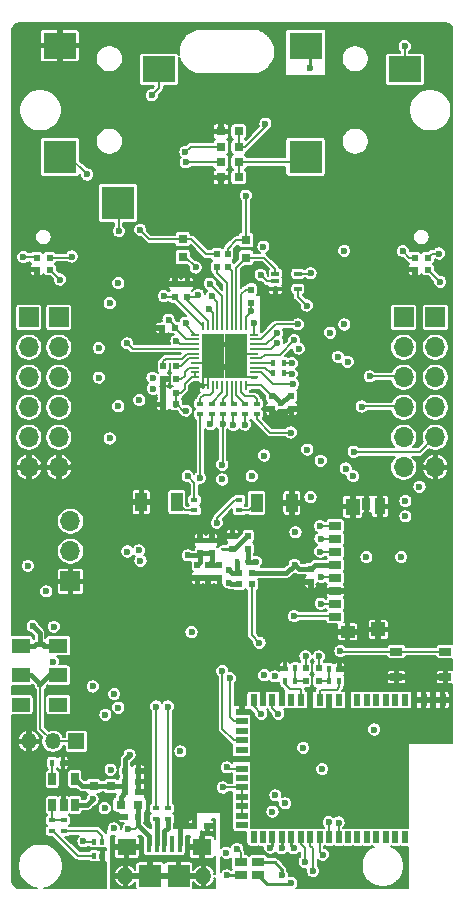
<source format=gbr>
G04 #@! TF.GenerationSoftware,KiCad,Pcbnew,(5.1.5)-3*
G04 #@! TF.CreationDate,2020-05-06T16:42:26+05:30*
G04 #@! TF.ProjectId,Tympan_D,54796d70-616e-45f4-942e-6b696361645f,rev?*
G04 #@! TF.SameCoordinates,PX6d878d0PY72e6100*
G04 #@! TF.FileFunction,Copper,L1,Top*
G04 #@! TF.FilePolarity,Positive*
%FSLAX46Y46*%
G04 Gerber Fmt 4.6, Leading zero omitted, Abs format (unit mm)*
G04 Created by KiCad (PCBNEW (5.1.5)-3) date 2020-05-06 16:42:26*
%MOMM*%
%LPD*%
G04 APERTURE LIST*
%ADD10R,0.600000X0.400000*%
%ADD11R,0.600000X1.000000*%
%ADD12R,1.000000X0.600000*%
%ADD13R,1.000000X1.600000*%
%ADD14R,0.800000X0.750000*%
%ADD15R,0.750000X0.800000*%
%ADD16R,0.200000X0.750000*%
%ADD17R,0.750000X0.200000*%
%ADD18R,1.900000X1.900000*%
%ADD19R,2.800000X2.800000*%
%ADD20R,2.800000X2.200000*%
%ADD21R,0.500000X0.600000*%
%ADD22R,0.600000X0.500000*%
%ADD23O,1.400000X1.400000*%
%ADD24R,1.600000X1.400000*%
%ADD25R,0.400000X1.350000*%
%ADD26R,0.400000X0.600000*%
%ADD27R,1.050000X0.650000*%
%ADD28R,1.700000X1.700000*%
%ADD29O,1.700000X1.700000*%
%ADD30R,1.000000X0.800000*%
%ADD31R,1.600000X1.200000*%
%ADD32R,0.650000X0.400000*%
%ADD33R,1.000000X0.700000*%
%ADD34R,1.200000X1.000000*%
%ADD35R,1.200000X1.150000*%
%ADD36R,1.200000X1.450000*%
%ADD37R,0.700000X1.000000*%
%ADD38R,0.900000X1.400000*%
%ADD39R,1.350000X1.350000*%
%ADD40O,1.350000X1.350000*%
%ADD41R,0.650000X1.060000*%
%ADD42R,0.400000X0.500000*%
%ADD43C,0.600000*%
%ADD44C,0.254000*%
%ADD45C,0.177800*%
%ADD46C,0.203200*%
%ADD47C,0.381000*%
%ADD48C,0.250000*%
%ADD49C,0.200000*%
G04 APERTURE END LIST*
D10*
X21050000Y41400000D03*
X21050000Y40500000D03*
D11*
X36800000Y16300000D03*
X36000000Y16300000D03*
X35200000Y16300000D03*
X34400000Y16300000D03*
X33600000Y16300000D03*
X32800000Y16300000D03*
X32000000Y16300000D03*
X31200000Y16300000D03*
X30400000Y16300000D03*
X29600000Y16300000D03*
X28800000Y16300000D03*
X28000000Y16300000D03*
X27200000Y16300000D03*
X26400000Y16300000D03*
X25600000Y16300000D03*
X24800000Y16300000D03*
X24000000Y16300000D03*
X23200000Y16300000D03*
X22400000Y16300000D03*
X21600000Y16300000D03*
X20800000Y16300000D03*
D12*
X19800000Y15300000D03*
X19800000Y14500000D03*
X19800000Y13700000D03*
X19800000Y12900000D03*
X19800000Y12100000D03*
X19800000Y11300000D03*
X19800000Y10500000D03*
X19800000Y9700000D03*
X19800000Y8900000D03*
X19800000Y8100000D03*
X19800000Y7300000D03*
X19800000Y6500000D03*
X19800000Y5700000D03*
D11*
X20800000Y4700000D03*
X21600000Y4700000D03*
X22400000Y4700000D03*
X23200000Y4700000D03*
X24000000Y4700000D03*
X24800000Y4700000D03*
X25600000Y4700000D03*
X26400000Y4700000D03*
X27200000Y4700000D03*
X28000000Y4700000D03*
X28800000Y4700000D03*
X29600000Y4700000D03*
X30400000Y4700000D03*
X31200000Y4700000D03*
X32000000Y4700000D03*
X32800000Y4700000D03*
X33600000Y4700000D03*
D13*
X11300000Y33050000D03*
X14300000Y33050000D03*
X24050000Y33000000D03*
X21050000Y33000000D03*
D14*
X18050000Y61850000D03*
X19550000Y61850000D03*
X18050000Y63150000D03*
X19550000Y63150000D03*
X19550000Y60550000D03*
X18050000Y60550000D03*
D15*
X20175000Y53750000D03*
X20175000Y55250000D03*
X14800000Y55325000D03*
X14800000Y53825000D03*
D14*
X19550000Y64450000D03*
X18050000Y64450000D03*
D16*
X16544600Y42933000D03*
X16944600Y42933000D03*
X17344600Y42933000D03*
X17744600Y42933000D03*
X18144600Y42933000D03*
X18544600Y42933000D03*
X18944600Y42933000D03*
X19344600Y42933000D03*
X19744600Y42933000D03*
X20144600Y42933000D03*
D17*
X20844600Y43633000D03*
X20844600Y44033000D03*
X20844600Y44433000D03*
X20844600Y44833000D03*
X20844600Y45233000D03*
X20844600Y45633000D03*
X20844600Y46033000D03*
X20844600Y46433000D03*
X20844600Y46833000D03*
X20844600Y47233000D03*
D16*
X20144600Y47933000D03*
X19744600Y47933000D03*
X19344600Y47933000D03*
X18944600Y47933000D03*
X18544600Y47933000D03*
X18144600Y47933000D03*
X17744600Y47933000D03*
X17344600Y47933000D03*
X16944600Y47933000D03*
X16544600Y47933000D03*
D17*
X15844600Y47233000D03*
X15844600Y46833000D03*
X15844600Y46433000D03*
X15844600Y46033000D03*
X15844600Y45633000D03*
X15844600Y45233000D03*
X15844600Y44833000D03*
X15844600Y44433000D03*
X15844600Y44033000D03*
X15844600Y43633000D03*
D18*
X19294600Y46383000D03*
X17394600Y46383000D03*
X19294600Y44483000D03*
X17394600Y44483000D03*
D19*
X9350000Y58400000D03*
X4400000Y62300000D03*
D20*
X12800000Y69700000D03*
X4400000Y71700000D03*
D19*
X25200000Y62300000D03*
D20*
X33600000Y69700000D03*
X25200000Y71700000D03*
D21*
X20350000Y30200000D03*
X20350000Y29100000D03*
X14267900Y44560600D03*
X14267900Y43460600D03*
X14140900Y51532900D03*
X14140900Y50432900D03*
X22350600Y40940700D03*
X22350600Y42040700D03*
X24000000Y40950000D03*
X24000000Y42050000D03*
D22*
X14246400Y41330900D03*
X13146400Y41330900D03*
X14246400Y42308800D03*
X13146400Y42308800D03*
D21*
X13150300Y44560600D03*
X13150300Y43460600D03*
D22*
X14150000Y47800000D03*
X13050000Y47800000D03*
D21*
X15195000Y50432900D03*
X15195000Y51532900D03*
X20600000Y51050000D03*
X20600000Y49950000D03*
X18600000Y52950000D03*
X18600000Y54050000D03*
X17700000Y52950000D03*
X17700000Y54050000D03*
D22*
X11050000Y6400000D03*
X9950000Y6400000D03*
X34450000Y52750000D03*
X35550000Y52750000D03*
X34450000Y53750000D03*
X35550000Y53750000D03*
X2450000Y52750000D03*
X3550000Y52750000D03*
X3550000Y53750000D03*
X2450000Y53750000D03*
D10*
X15800000Y33250000D03*
X15800000Y32350000D03*
X19600000Y33250000D03*
X19600000Y32350000D03*
D21*
X17900000Y27750000D03*
X17900000Y26650000D03*
D22*
X19550000Y26100000D03*
X20650000Y26100000D03*
D21*
X16050000Y27750000D03*
X16050000Y26650000D03*
X16950000Y27750000D03*
X16950000Y26650000D03*
X16275000Y28725000D03*
X16275000Y29825000D03*
X17275000Y28725000D03*
X17275000Y29825000D03*
D23*
X9950000Y1400000D03*
D18*
X14450000Y1400000D03*
D24*
X16450000Y3850000D03*
D25*
X11950000Y4075000D03*
X12600000Y4075000D03*
X14550000Y4075000D03*
X13900000Y4075000D03*
X13250000Y4075000D03*
D24*
X10050000Y3850000D03*
D18*
X12050000Y1400000D03*
D23*
X16550000Y1400000D03*
D26*
X20300000Y28000000D03*
X19400000Y28000000D03*
D10*
X12550000Y6250000D03*
X12550000Y7150000D03*
X13550000Y6250000D03*
X13550000Y7150000D03*
D27*
X32900000Y20400000D03*
X37050000Y20400000D03*
X32900000Y18250000D03*
X37050000Y18250000D03*
D28*
X5300000Y26350000D03*
D29*
X5300000Y28890000D03*
X5300000Y31430000D03*
D21*
X25650000Y27400000D03*
X25650000Y26300000D03*
X26325000Y19025000D03*
X26325000Y17925000D03*
X25200000Y19050000D03*
X25200000Y17950000D03*
D30*
X19700000Y2550000D03*
X21200000Y2550000D03*
X21200000Y1450000D03*
X19700000Y1450000D03*
D28*
X36200000Y48700000D03*
D29*
X36200000Y46160000D03*
X36200000Y43620000D03*
X36200000Y41080000D03*
X36200000Y38540000D03*
X36200000Y36000000D03*
D28*
X4318000Y48700000D03*
D29*
X4318000Y46160000D03*
X4318000Y43620000D03*
X4318000Y41080000D03*
X4318000Y38540000D03*
X4318000Y36000000D03*
D26*
X28075000Y17925000D03*
X27175000Y17925000D03*
X23450000Y17950000D03*
X24350000Y17950000D03*
X27175000Y18925000D03*
X28075000Y18925000D03*
X24350000Y18975000D03*
X23450000Y18975000D03*
D22*
X19550000Y27050000D03*
X20650000Y27050000D03*
D21*
X19000000Y29100000D03*
X19000000Y30200000D03*
D31*
X4270000Y18410000D03*
X1070000Y18410000D03*
X4270000Y15910000D03*
X1070000Y15910000D03*
X1070000Y20910000D03*
X4270000Y20910000D03*
D22*
X9950000Y8500000D03*
X11050000Y8500000D03*
X9950000Y9400000D03*
X11050000Y9400000D03*
X9950000Y10300000D03*
X11050000Y10300000D03*
X15800000Y5650000D03*
X16900000Y5650000D03*
D14*
X9550000Y7450000D03*
X11050000Y7450000D03*
D28*
X1778000Y48700000D03*
D29*
X1778000Y46160000D03*
X1778000Y43620000D03*
X1778000Y41080000D03*
X1778000Y38540000D03*
X1778000Y36000000D03*
D32*
X22650000Y52400000D03*
X22650000Y51100000D03*
X22650000Y51750000D03*
X24550000Y51100000D03*
X24550000Y52400000D03*
D28*
X33500000Y48707000D03*
D29*
X33500000Y46167000D03*
X33500000Y43627000D03*
X33500000Y41087000D03*
X33500000Y38547000D03*
X33500000Y36007000D03*
D33*
X27710000Y31050000D03*
X27710000Y29950000D03*
X27710000Y28850000D03*
X27710000Y27750000D03*
X27710000Y26650000D03*
X27710000Y25550000D03*
X27710000Y24450000D03*
X27710000Y23350000D03*
D34*
X28760000Y22075000D03*
D35*
X31350000Y22275000D03*
D36*
X29200000Y32675000D03*
D37*
X30350000Y32900000D03*
D38*
X31500000Y32700000D03*
D39*
X5800000Y12800000D03*
D40*
X3800000Y12800000D03*
X1800000Y12800000D03*
D10*
X3750000Y5225000D03*
X3750000Y6125000D03*
D26*
X3750000Y10975000D03*
X4650000Y10975000D03*
D10*
X4725000Y5225000D03*
X4725000Y6125000D03*
D41*
X3762500Y7412500D03*
X4712500Y7412500D03*
X5662500Y7412500D03*
X5662500Y9612500D03*
X3762500Y9612500D03*
D42*
X8000000Y4310000D03*
X8000000Y3110000D03*
X7300000Y4310000D03*
X7300000Y3110000D03*
D10*
X16300000Y40500000D03*
X16300000Y41400000D03*
X18200000Y41400000D03*
X18200000Y40500000D03*
X19150000Y41400000D03*
X19150000Y40500000D03*
X20100000Y40500000D03*
X20100000Y41400000D03*
X17250000Y40500000D03*
X17250000Y41400000D03*
D26*
X22479300Y44810700D03*
X23379300Y44810700D03*
X23379300Y43947100D03*
X22479300Y43947100D03*
D14*
X7250000Y9000000D03*
X8750000Y9000000D03*
D43*
X10175000Y31675000D03*
X17000000Y49400000D03*
X18350000Y2350000D03*
X14550000Y7150000D03*
X36750000Y57600000D03*
X32250000Y56350000D03*
X1100000Y55050000D03*
X5600000Y56300000D03*
X27050000Y12400000D03*
X31275000Y30775000D03*
X17394600Y44483000D03*
X19294600Y44483000D03*
X19294600Y46383000D03*
X17394600Y46383000D03*
X14700000Y22049999D03*
X21550000Y51150000D03*
X20600000Y49200008D03*
X12100000Y18050004D03*
X34050000Y13850000D03*
X35150000Y19650000D03*
X8920000Y6280000D03*
X23090000Y40220000D03*
X25575000Y69850000D03*
X18200000Y8900000D03*
X36600000Y51700000D03*
X4400000Y51900000D03*
X3900000Y22500000D03*
X15250000Y28550000D03*
X19400000Y3700000D03*
X13200000Y50500000D03*
X24275000Y27750000D03*
X30350000Y28400000D03*
X33300000Y28400000D03*
X3800000Y19550000D03*
X23140000Y41418399D03*
X25625000Y52425000D03*
X31000000Y13800000D03*
X7200000Y17449998D03*
X2750000Y17640000D03*
X33650000Y31850000D03*
X33650000Y33150000D03*
X16100000Y50600000D03*
X13600000Y48500000D03*
X15075000Y40800000D03*
X33450000Y54300000D03*
X28475000Y54325000D03*
X24550000Y48110000D03*
X28490000Y48100000D03*
X36500000Y54100000D03*
X5400000Y53850000D03*
X20850000Y48225000D03*
X21630000Y54689998D03*
X1300000Y53800000D03*
X22400000Y6850000D03*
X7170000Y7890000D03*
X25000000Y12250002D03*
X21800000Y65100000D03*
X33600000Y71650000D03*
X9400000Y56000000D03*
X10100000Y46500000D03*
X11087500Y28962500D03*
X25825000Y1825000D03*
X8200000Y7140000D03*
X11225000Y28075000D03*
X8975000Y5425000D03*
X26675000Y3200000D03*
X22650000Y8225000D03*
X28000000Y5925000D03*
X18175000Y39650000D03*
X18150000Y36225000D03*
X17125000Y39650000D03*
X27175000Y5950000D03*
X23475000Y7550000D03*
X15550000Y22050000D03*
X18500000Y3375000D03*
X25125000Y2600000D03*
X19075000Y39575000D03*
X18150000Y34975000D03*
X20075000Y39625000D03*
X16250000Y35100000D03*
X12275000Y42650000D03*
X24029998Y43900000D03*
X12250000Y43575000D03*
X24050000Y44810700D03*
X23950000Y38950000D03*
X26325000Y20000000D03*
X7700000Y43600000D03*
X22810000Y46540000D03*
X27940000Y45360000D03*
X25200000Y20000000D03*
X7700000Y46100000D03*
X27280000Y47400000D03*
X22800000Y47340000D03*
X9350000Y51600000D03*
X17100000Y51550000D03*
X9350000Y15650000D03*
X21450000Y15125000D03*
X9350000Y41175000D03*
X22900000Y15125000D03*
X8625000Y49900000D03*
X17250000Y50500000D03*
X8625000Y38450000D03*
X8250000Y15050000D03*
X15050000Y48250000D03*
X15050000Y61825000D03*
X14275000Y46700000D03*
X15025000Y62700000D03*
D44*
X18150000Y29050000D03*
D43*
X18700000Y26250000D03*
X21000000Y28000000D03*
X21300000Y21150000D03*
X15225000Y35250000D03*
X26525000Y26700000D03*
X13550000Y15750000D03*
X22600000Y18300000D03*
X26500000Y24450000D03*
X24350000Y30500000D03*
X24225000Y23400000D03*
X17700000Y31300000D03*
X26425000Y31025000D03*
X26475000Y29950000D03*
X26450000Y28875000D03*
X12550000Y15750004D03*
X21700008Y18400000D03*
X18700000Y27300000D03*
X28150000Y20450000D03*
X9000000Y16800004D03*
X10300000Y11650000D03*
X26600000Y10450000D03*
X14600000Y11950000D03*
X23200000Y1450000D03*
X24000000Y800000D03*
X18550000Y1450000D03*
X2100000Y22550000D03*
X18550000Y10600000D03*
X10125000Y28875000D03*
X8700000Y10400000D03*
X22200000Y3800000D03*
X23200000Y3750000D03*
X24200000Y3750000D03*
X25300002Y49700000D03*
X25350000Y37500000D03*
X15900000Y52925000D03*
X21400000Y52300000D03*
X26486166Y36550435D03*
X25625000Y33475000D03*
X34850000Y34349998D03*
X30650000Y43700000D03*
X29950000Y41150000D03*
X18149998Y18750000D03*
X18800000Y18150000D03*
X10200000Y5400000D03*
X6400000Y4330000D03*
X6700000Y60800000D03*
X20150000Y59000000D03*
X12200000Y67500000D03*
X11200000Y56100000D03*
X3250000Y25500000D03*
X11125000Y41700000D03*
X28599998Y35902058D03*
X28775000Y44925000D03*
X21700000Y37000000D03*
X29275000Y37325000D03*
X29225000Y35250002D03*
X20650002Y35250002D03*
X1700000Y27650000D03*
X24150000Y43050000D03*
X24630000Y46051600D03*
X24230000Y46770000D03*
D45*
X17344600Y49055400D02*
X17344600Y47933000D01*
X17344600Y49055400D02*
X17000000Y49400000D01*
D46*
X20144600Y47933000D02*
X20144600Y48494600D01*
D47*
X14550000Y7150000D02*
X14550000Y4075000D01*
X23200000Y16300000D02*
X23200000Y16975000D01*
X21600000Y17150000D02*
X21600000Y16300000D01*
X21850000Y17400000D02*
X21600000Y17150000D01*
X22775000Y17400000D02*
X21850000Y17400000D01*
X23200000Y16975000D02*
X22775000Y17400000D01*
X16975000Y26625000D02*
X16950000Y26650000D01*
X16061600Y26638400D02*
X16050000Y26650000D01*
D45*
X16544600Y42933000D02*
X16544600Y43633000D01*
X16544600Y43633000D02*
X17394600Y44483000D01*
X17344600Y46433000D02*
X17394600Y46383000D01*
X20144600Y47233000D02*
X19294600Y46383000D01*
X17394600Y46383000D02*
X17394600Y44483000D01*
X19294600Y46383000D02*
X19294600Y44483000D01*
X19744600Y46833000D02*
X19294600Y46383000D01*
D47*
X13150300Y43460600D02*
X13150300Y42312700D01*
X13150300Y42312700D02*
X13146400Y42308800D01*
X15195000Y51532900D02*
X14140900Y51532900D01*
X13146400Y41330900D02*
X13146400Y42308800D01*
D45*
X16544600Y42933000D02*
X16944600Y42933000D01*
X16944600Y42933000D02*
X16944600Y44033000D01*
X16944600Y44033000D02*
X17394600Y44483000D01*
X15844600Y44833000D02*
X17044600Y44833000D01*
X17044600Y44833000D02*
X17394600Y44483000D01*
X19744600Y46833000D02*
X19294600Y46383000D01*
X20844600Y45633000D02*
X20044600Y45633000D01*
X20044600Y45633000D02*
X19294600Y46383000D01*
X20844600Y43633000D02*
X20144600Y43633000D01*
X20144600Y43633000D02*
X19294600Y44483000D01*
X20621800Y49979600D02*
X20605200Y49963000D01*
D46*
X21600000Y51100000D02*
X21550000Y51150000D01*
X22650000Y51100000D02*
X21600000Y51100000D01*
X20144600Y47933000D02*
X20144600Y48744608D01*
X20144600Y48744608D02*
X20300001Y48900009D01*
X20300001Y48900009D02*
X20600000Y49200008D01*
X20600000Y49200008D02*
X20600000Y49950000D01*
X9040000Y6400000D02*
X8920000Y6280000D01*
X9950000Y6400000D02*
X9040000Y6400000D01*
D47*
X22350600Y40940700D02*
X22350600Y40889400D01*
X23020000Y40220000D02*
X23090000Y40220000D01*
X22350600Y40889400D02*
X23020000Y40220000D01*
X23820000Y40950000D02*
X23090000Y40220000D01*
X24000000Y40950000D02*
X23820000Y40950000D01*
D48*
X25575000Y71325000D02*
X25200000Y71700000D01*
X25575000Y69850000D02*
X25575000Y71325000D01*
D46*
X19800000Y8900000D02*
X18200000Y8900000D01*
X19800000Y8900000D02*
X19800000Y8100000D01*
X19800000Y8100000D02*
X19800000Y7300000D01*
X19800000Y6500000D02*
X19800000Y7300000D01*
X35550000Y52750000D02*
X36600000Y51700000D01*
X3550000Y52750000D02*
X4400000Y51900000D01*
D47*
X17900000Y27750000D02*
X16950000Y27750000D01*
X16950000Y27750000D02*
X17275000Y28075000D01*
X17275000Y28075000D02*
X17275000Y28725000D01*
X16050000Y27750000D02*
X16275000Y27975000D01*
X16275000Y27975000D02*
X16275000Y28725000D01*
X17275000Y28725000D02*
X16275000Y28725000D01*
X15250000Y28550000D02*
X16100000Y28550000D01*
X16100000Y28550000D02*
X16275000Y28725000D01*
D46*
X19700000Y2550000D02*
X19700000Y3400000D01*
X19700000Y3400000D02*
X19400000Y3700000D01*
X19700000Y2550000D02*
X19400000Y2850000D01*
D45*
X20144600Y42933000D02*
X21458300Y42933000D01*
X21458300Y42933000D02*
X22350600Y42040700D01*
D47*
X27610000Y27750000D02*
X26000000Y27750000D01*
X26000000Y27750000D02*
X25650000Y27400000D01*
D45*
X20144600Y42933000D02*
X20144600Y42671700D01*
X20144600Y42933000D02*
X20144600Y42786000D01*
X14073800Y50500000D02*
X14140900Y50432900D01*
X16544600Y47933000D02*
X14140900Y50336700D01*
X14140900Y50336700D02*
X14140900Y50432900D01*
D47*
X14140900Y50432900D02*
X14124300Y50449500D01*
D46*
X13267100Y50432900D02*
X13200000Y50500000D01*
X14140900Y50432900D02*
X13267100Y50432900D01*
D47*
X25650000Y27400000D02*
X24625000Y27400000D01*
X23575000Y27050000D02*
X24275000Y27750000D01*
X24625000Y27400000D02*
X24275000Y27750000D01*
X20650000Y27050000D02*
X23575000Y27050000D01*
X23771601Y42050000D02*
X23140000Y41418399D01*
X24000000Y42050000D02*
X23771601Y42050000D01*
X22517699Y42040700D02*
X23140000Y41418399D01*
X22350600Y42040700D02*
X22517699Y42040700D01*
D45*
X24550000Y52400000D02*
X25600000Y52400000D01*
X25600000Y52400000D02*
X25625000Y52425000D01*
X15844600Y45233000D02*
X15337900Y45233000D01*
X14665500Y44560600D02*
X14267900Y44560600D01*
X15337900Y45233000D02*
X14665500Y44560600D01*
X14318000Y44610700D02*
X14267900Y44560600D01*
X15844600Y44433000D02*
X15325300Y44433000D01*
X14695800Y43460600D02*
X14267900Y43460600D01*
X14966400Y43731200D02*
X14695800Y43460600D01*
X14966400Y44074100D02*
X14966400Y43731200D01*
X15325300Y44433000D02*
X14966400Y44074100D01*
D46*
X3800000Y12800000D02*
X5800000Y12800000D01*
D47*
X1980000Y18410000D02*
X2750000Y17640000D01*
X1070000Y18410000D02*
X1980000Y18410000D01*
X3520000Y18410000D02*
X2750000Y17640000D01*
X4270000Y18410000D02*
X3520000Y18410000D01*
D46*
X2750000Y13850000D02*
X3800000Y12800000D01*
X2750000Y17640000D02*
X2750000Y13850000D01*
X15195000Y50432900D02*
X15932900Y50432900D01*
X15932900Y50432900D02*
X16100000Y50600000D01*
X14150000Y47800000D02*
X14150000Y47950000D01*
X14150000Y47950000D02*
X13600000Y48500000D01*
D45*
X15844600Y46833000D02*
X15117000Y46833000D01*
X15117000Y46833000D02*
X14150000Y47800000D01*
D47*
X14246400Y41330900D02*
X14191700Y41276200D01*
D46*
X14246400Y41330900D02*
X14246400Y42308800D01*
D45*
X15844600Y43633000D02*
X15566700Y43633000D01*
X15566700Y43633000D02*
X14966400Y43032700D01*
X14623500Y42308800D02*
X14246400Y42308800D01*
X14966400Y42651700D02*
X14623500Y42308800D01*
X14966400Y43032700D02*
X14966400Y42651700D01*
X16944600Y47933000D02*
X16944600Y48420500D01*
X16944600Y48420500D02*
X15195000Y50170100D01*
X15195000Y50170100D02*
X15195000Y50432900D01*
D46*
X14150000Y47800000D02*
X14209600Y47859600D01*
D45*
X15844600Y44033000D02*
X15844600Y43633000D01*
D46*
X14827300Y40800000D02*
X15075000Y40800000D01*
X14246400Y41330900D02*
X14296400Y41330900D01*
X14296400Y41330900D02*
X14827300Y40800000D01*
D45*
X15844600Y45633000D02*
X15203608Y45633000D01*
X13150300Y44975800D02*
X13150300Y44560600D01*
X13378900Y45204400D02*
X13150300Y44975800D01*
X14775008Y45204400D02*
X13378900Y45204400D01*
X15203608Y45633000D02*
X14775008Y45204400D01*
D46*
X19744600Y47933000D02*
X19744600Y50644600D01*
X20150000Y51050000D02*
X20600000Y51050000D01*
X19744600Y50644600D02*
X20150000Y51050000D01*
X34000000Y53750000D02*
X34450000Y53750000D01*
X33450000Y54300000D02*
X34000000Y53750000D01*
X24125736Y48110000D02*
X24550000Y48110000D01*
X22700000Y48110000D02*
X24125736Y48110000D01*
X21423000Y46833000D02*
X22700000Y48110000D01*
X20844600Y46833000D02*
X21423000Y46833000D01*
X35900000Y54100000D02*
X35550000Y53750000D01*
X36500000Y54100000D02*
X35900000Y54100000D01*
X3550000Y53750000D02*
X5300000Y53750000D01*
X5300000Y53750000D02*
X5400000Y53850000D01*
X20844600Y48219600D02*
X20850000Y48225000D01*
X20844600Y47233000D02*
X20844600Y48219600D01*
X1300000Y53800000D02*
X2400000Y53800000D01*
X2400000Y53800000D02*
X2450000Y53750000D01*
D47*
X5662500Y7412500D02*
X6692500Y7412500D01*
X6692500Y7412500D02*
X6870001Y7590001D01*
X6870001Y7590001D02*
X7170000Y7890000D01*
D46*
X15800000Y32350000D02*
X15000000Y32350000D01*
X15000000Y32350000D02*
X14300000Y33050000D01*
X19600000Y32350000D02*
X20400000Y32350000D01*
X20400000Y32350000D02*
X21050000Y33000000D01*
X19550000Y64450000D02*
X19550000Y63150000D01*
X33600000Y71650000D02*
X33600000Y69700000D01*
X20100000Y63150000D02*
X19550000Y63150000D01*
X21800000Y64850000D02*
X20100000Y63150000D01*
X21800000Y65100000D02*
X21800000Y64850000D01*
D45*
X15844600Y46033000D02*
X10567000Y46033000D01*
X9400000Y56000000D02*
X9400000Y58350000D01*
X10567000Y46033000D02*
X10100000Y46500000D01*
X9400000Y58350000D02*
X9350000Y58400000D01*
D46*
X25600000Y3975000D02*
X25825000Y3750000D01*
X25825000Y3750000D02*
X25825000Y1825000D01*
X25600000Y4700000D02*
X25600000Y3975000D01*
X26400000Y3475000D02*
X26400000Y4700000D01*
X26400000Y3475000D02*
X26675000Y3200000D01*
X28000000Y4700000D02*
X28000000Y5925000D01*
X18175000Y36250000D02*
X18175000Y39650000D01*
X18150000Y36225000D02*
X18175000Y36250000D01*
X18200000Y39675000D02*
X18200000Y40500000D01*
X18175000Y39650000D02*
X18200000Y39675000D01*
X17250000Y39775000D02*
X17250000Y40515000D01*
X17125000Y39650000D02*
X17250000Y39775000D01*
X27200000Y5925000D02*
X27175000Y5950000D01*
X27200000Y5925000D02*
X27200000Y4700000D01*
X24800000Y4700000D02*
X24800000Y4125000D01*
X25125000Y3800000D02*
X25125000Y2600000D01*
X24800000Y4125000D02*
X25125000Y3800000D01*
X19075000Y40425000D02*
X19150000Y40500000D01*
X19075000Y39575000D02*
X19075000Y40425000D01*
X20075000Y40475000D02*
X20100000Y40500000D01*
X20075000Y39625000D02*
X20075000Y40475000D01*
X16300000Y35150000D02*
X16250000Y35100000D01*
X16300000Y40336000D02*
X16300000Y35150000D01*
X16250000Y40386000D02*
X16300000Y40336000D01*
X23982898Y43947100D02*
X24029998Y43900000D01*
X23379300Y43947100D02*
X23982898Y43947100D01*
X23379300Y44810700D02*
X24050000Y44810700D01*
X23525736Y38950000D02*
X23950000Y38950000D01*
X22196800Y38950000D02*
X23525736Y38950000D01*
X21050000Y40096800D02*
X22196800Y38950000D01*
X21050000Y40500000D02*
X21050000Y40096800D01*
X26325000Y19025000D02*
X26325000Y20000000D01*
D45*
X20844600Y46033000D02*
X22303000Y46033000D01*
X22303000Y46033000D02*
X22510001Y46240001D01*
X22510001Y46240001D02*
X22810000Y46540000D01*
D46*
X25200000Y19050000D02*
X25200000Y20000000D01*
D45*
X20844600Y46433000D02*
X21893000Y46433000D01*
X21893000Y46433000D02*
X22500001Y47040001D01*
X22500001Y47040001D02*
X22800000Y47340000D01*
X18144600Y47933000D02*
X18144600Y50505400D01*
X18144600Y50505400D02*
X17100000Y51550000D01*
D46*
X20800000Y16300000D02*
X20800000Y15775000D01*
X20800000Y15775000D02*
X21450000Y15125000D01*
X22400000Y15625000D02*
X22900000Y15125000D01*
X22400000Y15625000D02*
X22400000Y16300000D01*
D45*
X17744600Y47933000D02*
X17744600Y50005400D01*
X17744600Y50005400D02*
X17250000Y50500000D01*
X16300000Y41850000D02*
X16300000Y41500000D01*
X16300000Y41500000D02*
X16200000Y41400000D01*
X17120622Y42150000D02*
X16600000Y42150000D01*
X17344600Y42373978D02*
X17120622Y42150000D01*
X16600000Y42150000D02*
X16300000Y41850000D01*
X17344600Y42933000D02*
X17344600Y42373978D01*
X18200000Y41800000D02*
X18200000Y41400000D01*
X18544600Y42144600D02*
X18200000Y41800000D01*
X18544600Y42933000D02*
X18544600Y42144600D01*
X18944600Y41605400D02*
X19150000Y41400000D01*
X18944600Y42933000D02*
X18944600Y41605400D01*
X19344600Y42155400D02*
X20100000Y41400000D01*
X19344600Y42933000D02*
X19344600Y42155400D01*
X19744600Y42933000D02*
X19744600Y42356600D01*
X21050000Y41803200D02*
X20853200Y42000000D01*
X21050000Y41400000D02*
X21050000Y41803200D01*
X20101200Y42000000D02*
X19744600Y42356600D01*
X20853200Y42000000D02*
X20101200Y42000000D01*
X17250000Y41479378D02*
X17250000Y41415000D01*
X18144600Y42373978D02*
X17250000Y41479378D01*
X18144600Y42933000D02*
X18144600Y42373978D01*
X22457000Y44833000D02*
X22479300Y44810700D01*
X20844600Y44833000D02*
X22457000Y44833000D01*
X22268900Y43947100D02*
X22479300Y43947100D01*
X21783000Y44433000D02*
X22268900Y43947100D01*
X20844600Y44433000D02*
X21783000Y44433000D01*
X15075000Y61850000D02*
X15050000Y61825000D01*
X15050000Y48027600D02*
X15050000Y48250000D01*
X15844600Y47233000D02*
X15050000Y48027600D01*
X15075000Y61850000D02*
X18050000Y61850000D01*
X19550000Y61850000D02*
X24750000Y61850000D01*
X24750000Y61850000D02*
X25200000Y62300000D01*
D46*
X19550000Y60550000D02*
X19575000Y60575000D01*
X25175000Y62325000D02*
X25200000Y62300000D01*
X19550000Y61850000D02*
X19550000Y60550000D01*
D45*
X14542000Y46433000D02*
X14275000Y46700000D01*
X15025000Y62700000D02*
X15475000Y63150000D01*
X18050000Y63150000D02*
X15475000Y63150000D01*
X14542000Y46433000D02*
X15844600Y46433000D01*
X20175000Y53750000D02*
X19344600Y52919600D01*
X19344600Y52109200D02*
X19344600Y47933000D01*
X19344600Y52919600D02*
X19344600Y52109200D01*
D46*
X20175000Y53750000D02*
X21675000Y53750000D01*
X22650000Y52775000D02*
X22650000Y52400000D01*
X21675000Y53750000D02*
X22650000Y52775000D01*
D47*
X20350000Y30200000D02*
X20275000Y30200000D01*
X20275000Y30200000D02*
X19175000Y29100000D01*
X19175000Y29100000D02*
X19000000Y29100000D01*
D48*
X18950000Y29050000D02*
X19000000Y29100000D01*
X18150000Y29050000D02*
X18950000Y29050000D01*
D47*
X18700000Y26250000D02*
X18850000Y26100000D01*
X18850000Y26100000D02*
X19550000Y26100000D01*
X20350000Y29100000D02*
X20350000Y28050000D01*
X20350000Y28050000D02*
X20300000Y28000000D01*
X20250000Y28050000D02*
X20300000Y28000000D01*
X21000000Y28000000D02*
X20300000Y28000000D01*
D46*
X20650000Y21800000D02*
X21300000Y21150000D01*
X20650000Y26100000D02*
X20650000Y21800000D01*
X15800000Y34675000D02*
X15800000Y33250000D01*
X15225000Y35250000D02*
X15800000Y34675000D01*
X26525000Y26700000D02*
X27560000Y26700000D01*
X27610000Y26650000D02*
X27560000Y26700000D01*
X13550000Y7150000D02*
X13550000Y15750000D01*
X27610000Y24450000D02*
X26500000Y24450000D01*
X27610000Y24450000D02*
X27560000Y24500000D01*
X24225000Y23400000D02*
X27560000Y23400000D01*
X27560000Y23400000D02*
X27610000Y23350000D01*
X27610000Y23350000D02*
X27585000Y23375000D01*
X19600000Y33250000D02*
X19225000Y33250000D01*
X17700000Y31725000D02*
X17700000Y31300000D01*
X19225000Y33250000D02*
X17700000Y31725000D01*
X27610000Y31050000D02*
X27585000Y31025000D01*
X27585000Y31025000D02*
X26425000Y31025000D01*
X27610000Y31050000D02*
X27585000Y31025000D01*
X26475000Y29950000D02*
X27610000Y29950000D01*
X26450000Y28875000D02*
X27585000Y28875000D01*
X27610000Y28850000D02*
X27585000Y28875000D01*
X12550000Y7150000D02*
X12550000Y15750004D01*
D47*
X18700000Y27300000D02*
X18950000Y27050000D01*
X19400000Y28000000D02*
X19400000Y27200000D01*
X19400000Y27200000D02*
X19550000Y27050000D01*
X18950000Y27050000D02*
X19550000Y27050000D01*
D46*
X37050000Y20400000D02*
X32900000Y20400000D01*
X28200000Y20400000D02*
X28150000Y20450000D01*
X32900000Y20400000D02*
X28200000Y20400000D01*
X26400000Y16300000D02*
X26400000Y17100000D01*
X28075000Y17425000D02*
X28075000Y17925000D01*
X27825000Y17175000D02*
X28075000Y17425000D01*
X26475000Y17175000D02*
X27825000Y17175000D01*
X26400000Y17100000D02*
X26475000Y17175000D01*
X24800000Y16300000D02*
X24800000Y17175000D01*
X23450000Y17625000D02*
X23450000Y17950000D01*
X23850000Y17225000D02*
X23450000Y17625000D01*
X24750000Y17225000D02*
X23850000Y17225000D01*
X24800000Y17175000D02*
X24750000Y17225000D01*
D47*
X12600000Y4075000D02*
X12600000Y6200000D01*
X12600000Y6200000D02*
X12550000Y6250000D01*
X13250000Y4075000D02*
X13250000Y5200000D01*
X13550000Y5500000D02*
X13550000Y6250000D01*
X13250000Y5200000D02*
X13550000Y5500000D01*
X5662500Y9612500D02*
X6275000Y9000000D01*
X6275000Y9000000D02*
X9950000Y9000000D01*
X9950000Y10300000D02*
X9950000Y11300000D01*
X9950000Y11300000D02*
X10300000Y11650000D01*
X9950000Y10300000D02*
X9950000Y9400000D01*
X9950000Y9400000D02*
X9950000Y9000000D01*
X9950000Y9000000D02*
X9950000Y8500000D01*
X9550000Y7450000D02*
X9550000Y8100000D01*
X9550000Y8100000D02*
X9950000Y8500000D01*
D46*
X26325000Y17925000D02*
X27175000Y17925000D01*
X27175000Y17925000D02*
X27175000Y18925000D01*
X25200000Y17950000D02*
X24350000Y17950000D01*
X24350000Y17950000D02*
X24350000Y18975000D01*
D48*
X22600000Y2550000D02*
X21200000Y2550000D01*
X23200000Y1950000D02*
X22600000Y2550000D01*
X23200000Y1450000D02*
X23200000Y1950000D01*
X21900000Y750000D02*
X21200000Y1450000D01*
X23950000Y750000D02*
X21900000Y750000D01*
X24000000Y800000D02*
X23950000Y750000D01*
X18550000Y1450000D02*
X19700000Y1450000D01*
D47*
X2690000Y21960000D02*
X2100000Y22550000D01*
X2690000Y21020000D02*
X2690000Y21960000D01*
X2680000Y21010000D02*
X2690000Y21020000D01*
X2351000Y21010000D02*
X2680000Y21010000D01*
X2251000Y20910000D02*
X2351000Y21010000D01*
X1070000Y20910000D02*
X2251000Y20910000D01*
X2989000Y21010000D02*
X2680000Y21010000D01*
X3089000Y20910000D02*
X2989000Y21010000D01*
X4270000Y20910000D02*
X3089000Y20910000D01*
D46*
X19800000Y10500000D02*
X18650000Y10500000D01*
X18650000Y10500000D02*
X18550000Y10600000D01*
D48*
X19800000Y10500000D02*
X19750000Y10550000D01*
X22400000Y4700000D02*
X22400000Y4000000D01*
X22400000Y4000000D02*
X22200000Y3800000D01*
X23200000Y3750000D02*
X23200000Y4700000D01*
X24000000Y4700000D02*
X24000000Y3950000D01*
X24000000Y3950000D02*
X24200000Y3750000D01*
D46*
X24550000Y50450002D02*
X25000003Y49999999D01*
X24550000Y51100000D02*
X24550000Y50450002D01*
X25000003Y49999999D02*
X25300002Y49700000D01*
X14800000Y53825000D02*
X15000000Y53825000D01*
X15000000Y53825000D02*
X15900000Y52925000D01*
D45*
X14736200Y53761200D02*
X14800000Y53825000D01*
X21950000Y51750000D02*
X21699999Y52000001D01*
X22650000Y51750000D02*
X21950000Y51750000D01*
X21699999Y52000001D02*
X21400000Y52300000D01*
D46*
X30655000Y43695000D02*
X33500000Y43695000D01*
X30650000Y43700000D02*
X30655000Y43695000D01*
X29955000Y41155000D02*
X33500000Y41155000D01*
X29950000Y41150000D02*
X29955000Y41155000D01*
X4725000Y5225000D02*
X7555000Y5225000D01*
X8000000Y4780000D02*
X8000000Y4310000D01*
X7555000Y5225000D02*
X8000000Y4780000D01*
D45*
X18149998Y17358028D02*
X18149998Y18750000D01*
X19122200Y12900000D02*
X18149998Y13872202D01*
X18149998Y13872202D02*
X18149998Y17358028D01*
X19800000Y12900000D02*
X19122200Y12900000D01*
X18800000Y17725736D02*
X18800000Y18150000D01*
X18800000Y14822200D02*
X18800000Y17725736D01*
X19122200Y14500000D02*
X18800000Y14822200D01*
X19800000Y14500000D02*
X19122200Y14500000D01*
D46*
X3762500Y7412500D02*
X3762500Y6137500D01*
X3762500Y6137500D02*
X3775000Y6125000D01*
X3775000Y6125000D02*
X4725000Y6125000D01*
X3762500Y9612500D02*
X3762500Y10962500D01*
X3762500Y10962500D02*
X3750000Y10975000D01*
X5900000Y3110000D02*
X6896800Y3110000D01*
X6896800Y3110000D02*
X7300000Y3110000D01*
X3785000Y5225000D02*
X5900000Y3110000D01*
X3750000Y5225000D02*
X3785000Y5225000D01*
D47*
X11050000Y6400000D02*
X11050000Y5700000D01*
X11050000Y5700000D02*
X11450000Y5300000D01*
X11050000Y7450000D02*
X11050000Y6400000D01*
X11950000Y4075000D02*
X11950000Y4800000D01*
X11950000Y4800000D02*
X11450000Y5300000D01*
D46*
X10200000Y5400000D02*
X10750000Y5400000D01*
X10750000Y5400000D02*
X11050000Y5700000D01*
X6420000Y4310000D02*
X6400000Y4330000D01*
X7300000Y4310000D02*
X6420000Y4310000D01*
X18944600Y47933000D02*
X18944600Y52605400D01*
X18944600Y52605400D02*
X18600000Y52950000D01*
X18544600Y47933000D02*
X18544600Y51605400D01*
X17700000Y52450000D02*
X17700000Y52950000D01*
X18544600Y51605400D02*
X17700000Y52450000D01*
X20175000Y55250000D02*
X20175000Y58975000D01*
X6700000Y60800000D02*
X5200000Y62300000D01*
X20175000Y58975000D02*
X20150000Y59000000D01*
X5200000Y62300000D02*
X4400000Y62300000D01*
D47*
X20175000Y55250000D02*
X20044800Y55380200D01*
D45*
X19622200Y55250000D02*
X20175000Y55250000D01*
X18600000Y54527800D02*
X19322200Y55250000D01*
X19322200Y55250000D02*
X19622200Y55250000D01*
X18600000Y54050000D02*
X18600000Y54527800D01*
D46*
X17700000Y54050000D02*
X16800000Y54050000D01*
D45*
X11975000Y55325000D02*
X11200000Y56100000D01*
X11975000Y55325000D02*
X14800000Y55325000D01*
X12800000Y68100000D02*
X12800000Y69700000D01*
X12200000Y67500000D02*
X12800000Y68100000D01*
D47*
X14800000Y55325000D02*
X14866700Y55391700D01*
D45*
X15525000Y55325000D02*
X14800000Y55325000D01*
X16800000Y54050000D02*
X15525000Y55325000D01*
D46*
X34860000Y37300000D02*
X36200000Y38640000D01*
X29300000Y37300000D02*
X34860000Y37300000D01*
X29275000Y37325000D02*
X29300000Y37300000D01*
X33490000Y46225000D02*
X33500000Y46235000D01*
X21422800Y44033000D02*
X21750000Y43705800D01*
X20844600Y44033000D02*
X21422800Y44033000D01*
X22405800Y43050000D02*
X24150000Y43050000D01*
X21750000Y43705800D02*
X22405800Y43050000D01*
X23010000Y45550000D02*
X24230000Y46770000D01*
X21750000Y45550000D02*
X23010000Y45550000D01*
X21433000Y45233000D02*
X21750000Y45550000D01*
X20844600Y45233000D02*
X21433000Y45233000D01*
D49*
G36*
X37121045Y73611333D02*
G01*
X37237483Y73576179D01*
X37344876Y73519077D01*
X37439128Y73442207D01*
X37516657Y73348492D01*
X37574507Y73241499D01*
X37610472Y73125312D01*
X37625001Y72987086D01*
X37625000Y21021527D01*
X37575000Y21026451D01*
X36525000Y21026451D01*
X36466190Y21020659D01*
X36409640Y21003504D01*
X36357523Y20975647D01*
X36311842Y20938158D01*
X36274353Y20892477D01*
X36246496Y20840360D01*
X36234738Y20801600D01*
X33715262Y20801600D01*
X33703504Y20840360D01*
X33675647Y20892477D01*
X33638158Y20938158D01*
X33592477Y20975647D01*
X33540360Y21003504D01*
X33483810Y21020659D01*
X33425000Y21026451D01*
X32375000Y21026451D01*
X32316190Y21020659D01*
X32259640Y21003504D01*
X32207523Y20975647D01*
X32161842Y20938158D01*
X32124353Y20892477D01*
X32096496Y20840360D01*
X32084738Y20801600D01*
X28636682Y20801600D01*
X28616050Y20832478D01*
X28532478Y20916050D01*
X28434207Y20981713D01*
X28325014Y21026942D01*
X28209095Y21050000D01*
X28090905Y21050000D01*
X27974986Y21026942D01*
X27865793Y20981713D01*
X27767522Y20916050D01*
X27683950Y20832478D01*
X27618287Y20734207D01*
X27573058Y20625014D01*
X27550000Y20509095D01*
X27550000Y20390905D01*
X27573058Y20274986D01*
X27618287Y20165793D01*
X27683950Y20067522D01*
X27767522Y19983950D01*
X27865793Y19918287D01*
X27974986Y19873058D01*
X28090905Y19850000D01*
X28209095Y19850000D01*
X28325014Y19873058D01*
X28434207Y19918287D01*
X28532478Y19983950D01*
X28546928Y19998400D01*
X32084738Y19998400D01*
X32096496Y19959640D01*
X32124353Y19907523D01*
X32161842Y19861842D01*
X32207523Y19824353D01*
X32259640Y19796496D01*
X32316190Y19779341D01*
X32375000Y19773549D01*
X33425000Y19773549D01*
X33483810Y19779341D01*
X33540360Y19796496D01*
X33592477Y19824353D01*
X33638158Y19861842D01*
X33675647Y19907523D01*
X33703504Y19959640D01*
X33715262Y19998400D01*
X36234738Y19998400D01*
X36246496Y19959640D01*
X36274353Y19907523D01*
X36311842Y19861842D01*
X36357523Y19824353D01*
X36409640Y19796496D01*
X36466190Y19779341D01*
X36525000Y19773549D01*
X37575000Y19773549D01*
X37625000Y19778473D01*
X37625000Y18871528D01*
X37575000Y18876452D01*
X37275000Y18875000D01*
X37200000Y18800000D01*
X37200000Y18400000D01*
X37220000Y18400000D01*
X37220000Y18100000D01*
X37200000Y18100000D01*
X37200000Y17700000D01*
X37275000Y17625000D01*
X37575000Y17623548D01*
X37625000Y17628472D01*
X37625000Y12700000D01*
X34000000Y12700000D01*
X33980491Y12698079D01*
X33961732Y12692388D01*
X33944443Y12683147D01*
X33929289Y12670711D01*
X33916853Y12655557D01*
X33907612Y12638268D01*
X33901921Y12619509D01*
X33900000Y12600000D01*
X33900000Y5501451D01*
X33300000Y5501451D01*
X33241190Y5495659D01*
X33200000Y5483164D01*
X33158810Y5495659D01*
X33100000Y5501451D01*
X32500000Y5501451D01*
X32441190Y5495659D01*
X32400000Y5483164D01*
X32358810Y5495659D01*
X32300000Y5501451D01*
X31700000Y5501451D01*
X31641190Y5495659D01*
X31600000Y5483164D01*
X31558810Y5495659D01*
X31500000Y5501451D01*
X30900000Y5501451D01*
X30841190Y5495659D01*
X30800000Y5483164D01*
X30758810Y5495659D01*
X30700000Y5501451D01*
X30100000Y5501451D01*
X30041190Y5495659D01*
X30000000Y5483164D01*
X29958810Y5495659D01*
X29900000Y5501451D01*
X29300000Y5501451D01*
X29241190Y5495659D01*
X29200000Y5483164D01*
X29158810Y5495659D01*
X29100000Y5501451D01*
X28500000Y5501451D01*
X28441190Y5495659D01*
X28409606Y5486078D01*
X28466050Y5542522D01*
X28531713Y5640793D01*
X28576942Y5749986D01*
X28600000Y5865905D01*
X28600000Y5984095D01*
X28576942Y6100014D01*
X28531713Y6209207D01*
X28466050Y6307478D01*
X28382478Y6391050D01*
X28284207Y6456713D01*
X28175014Y6501942D01*
X28059095Y6525000D01*
X27940905Y6525000D01*
X27824986Y6501942D01*
X27715793Y6456713D01*
X27617522Y6391050D01*
X27600000Y6373528D01*
X27557478Y6416050D01*
X27459207Y6481713D01*
X27350014Y6526942D01*
X27234095Y6550000D01*
X27115905Y6550000D01*
X26999986Y6526942D01*
X26890793Y6481713D01*
X26792522Y6416050D01*
X26708950Y6332478D01*
X26643287Y6234207D01*
X26598058Y6125014D01*
X26575000Y6009095D01*
X26575000Y5890905D01*
X26598058Y5774986D01*
X26643287Y5665793D01*
X26708950Y5567522D01*
X26790394Y5486078D01*
X26758810Y5495659D01*
X26700000Y5501451D01*
X26100000Y5501451D01*
X26041190Y5495659D01*
X26000000Y5483164D01*
X25958810Y5495659D01*
X25900000Y5501451D01*
X25300000Y5501451D01*
X25241190Y5495659D01*
X25200000Y5483164D01*
X25158810Y5495659D01*
X25100000Y5501451D01*
X24500000Y5501451D01*
X24441190Y5495659D01*
X24400000Y5483164D01*
X24358810Y5495659D01*
X24300000Y5501451D01*
X23700000Y5501451D01*
X23641190Y5495659D01*
X23600000Y5483164D01*
X23558810Y5495659D01*
X23500000Y5501451D01*
X22900000Y5501451D01*
X22841190Y5495659D01*
X22800000Y5483164D01*
X22758810Y5495659D01*
X22700000Y5501451D01*
X22100000Y5501451D01*
X22041190Y5495659D01*
X22000000Y5483164D01*
X21958810Y5495659D01*
X21900000Y5501451D01*
X21300000Y5501451D01*
X21241190Y5495659D01*
X21200000Y5483164D01*
X21158810Y5495659D01*
X21100000Y5501451D01*
X20601451Y5501451D01*
X20601451Y6000000D01*
X20595659Y6058810D01*
X20583164Y6100000D01*
X20595659Y6141190D01*
X20601451Y6200000D01*
X20601451Y6800000D01*
X20595659Y6858810D01*
X20583164Y6900000D01*
X20585922Y6909095D01*
X21800000Y6909095D01*
X21800000Y6790905D01*
X21823058Y6674986D01*
X21868287Y6565793D01*
X21933950Y6467522D01*
X22017522Y6383950D01*
X22115793Y6318287D01*
X22224986Y6273058D01*
X22340905Y6250000D01*
X22459095Y6250000D01*
X22575014Y6273058D01*
X22684207Y6318287D01*
X22782478Y6383950D01*
X22866050Y6467522D01*
X22931713Y6565793D01*
X22976942Y6674986D01*
X23000000Y6790905D01*
X23000000Y6909095D01*
X22976942Y7025014D01*
X22931713Y7134207D01*
X22866050Y7232478D01*
X22782478Y7316050D01*
X22684207Y7381713D01*
X22575014Y7426942D01*
X22459095Y7450000D01*
X22340905Y7450000D01*
X22224986Y7426942D01*
X22115793Y7381713D01*
X22017522Y7316050D01*
X21933950Y7232478D01*
X21868287Y7134207D01*
X21823058Y7025014D01*
X21800000Y6909095D01*
X20585922Y6909095D01*
X20595659Y6941190D01*
X20601451Y7000000D01*
X20601451Y7600000D01*
X20595659Y7658810D01*
X20583164Y7700000D01*
X20595659Y7741190D01*
X20601451Y7800000D01*
X20601451Y8284095D01*
X22050000Y8284095D01*
X22050000Y8165905D01*
X22073058Y8049986D01*
X22118287Y7940793D01*
X22183950Y7842522D01*
X22267522Y7758950D01*
X22365793Y7693287D01*
X22474986Y7648058D01*
X22590905Y7625000D01*
X22709095Y7625000D01*
X22825014Y7648058D01*
X22887935Y7674120D01*
X22875000Y7609095D01*
X22875000Y7490905D01*
X22898058Y7374986D01*
X22943287Y7265793D01*
X23008950Y7167522D01*
X23092522Y7083950D01*
X23190793Y7018287D01*
X23299986Y6973058D01*
X23415905Y6950000D01*
X23534095Y6950000D01*
X23650014Y6973058D01*
X23759207Y7018287D01*
X23857478Y7083950D01*
X23941050Y7167522D01*
X24006713Y7265793D01*
X24051942Y7374986D01*
X24075000Y7490905D01*
X24075000Y7609095D01*
X24051942Y7725014D01*
X24006713Y7834207D01*
X23941050Y7932478D01*
X23857478Y8016050D01*
X23759207Y8081713D01*
X23650014Y8126942D01*
X23534095Y8150000D01*
X23415905Y8150000D01*
X23299986Y8126942D01*
X23237065Y8100880D01*
X23250000Y8165905D01*
X23250000Y8284095D01*
X23226942Y8400014D01*
X23181713Y8509207D01*
X23116050Y8607478D01*
X23032478Y8691050D01*
X22934207Y8756713D01*
X22825014Y8801942D01*
X22709095Y8825000D01*
X22590905Y8825000D01*
X22474986Y8801942D01*
X22365793Y8756713D01*
X22267522Y8691050D01*
X22183950Y8607478D01*
X22118287Y8509207D01*
X22073058Y8400014D01*
X22050000Y8284095D01*
X20601451Y8284095D01*
X20601451Y8400000D01*
X20595659Y8458810D01*
X20583164Y8500000D01*
X20595659Y8541190D01*
X20601451Y8600000D01*
X20601451Y9200000D01*
X20595659Y9258810D01*
X20583164Y9300000D01*
X20595659Y9341190D01*
X20601451Y9400000D01*
X20601451Y10000000D01*
X20595659Y10058810D01*
X20583164Y10100000D01*
X20595659Y10141190D01*
X20601451Y10200000D01*
X20601451Y10509095D01*
X26000000Y10509095D01*
X26000000Y10390905D01*
X26023058Y10274986D01*
X26068287Y10165793D01*
X26133950Y10067522D01*
X26217522Y9983950D01*
X26315793Y9918287D01*
X26424986Y9873058D01*
X26540905Y9850000D01*
X26659095Y9850000D01*
X26775014Y9873058D01*
X26884207Y9918287D01*
X26982478Y9983950D01*
X27066050Y10067522D01*
X27131713Y10165793D01*
X27176942Y10274986D01*
X27200000Y10390905D01*
X27200000Y10509095D01*
X27176942Y10625014D01*
X27131713Y10734207D01*
X27066050Y10832478D01*
X26982478Y10916050D01*
X26884207Y10981713D01*
X26775014Y11026942D01*
X26659095Y11050000D01*
X26540905Y11050000D01*
X26424986Y11026942D01*
X26315793Y10981713D01*
X26217522Y10916050D01*
X26133950Y10832478D01*
X26068287Y10734207D01*
X26023058Y10625014D01*
X26000000Y10509095D01*
X20601451Y10509095D01*
X20601451Y10800000D01*
X20595659Y10858810D01*
X20583164Y10899998D01*
X20595660Y10941190D01*
X20601452Y11000000D01*
X20600000Y11075000D01*
X20525000Y11150000D01*
X19950000Y11150000D01*
X19950000Y11130000D01*
X19650000Y11130000D01*
X19650000Y11150000D01*
X19075000Y11150000D01*
X19000000Y11075000D01*
X18998548Y11000000D01*
X18998550Y10999978D01*
X18932478Y11066050D01*
X18834207Y11131713D01*
X18725014Y11176942D01*
X18609095Y11200000D01*
X18490905Y11200000D01*
X18374986Y11176942D01*
X18265793Y11131713D01*
X18167522Y11066050D01*
X18083950Y10982478D01*
X18018287Y10884207D01*
X17973058Y10775014D01*
X17950000Y10659095D01*
X17950000Y10540905D01*
X17973058Y10424986D01*
X18018287Y10315793D01*
X18083950Y10217522D01*
X18167522Y10133950D01*
X18265793Y10068287D01*
X18374986Y10023058D01*
X18490905Y10000000D01*
X18609095Y10000000D01*
X18725014Y10023058D01*
X18834207Y10068287D01*
X18879274Y10098400D01*
X19016351Y10098400D01*
X19004341Y10058810D01*
X18998549Y10000000D01*
X18998549Y9400000D01*
X19004341Y9341190D01*
X19016351Y9301600D01*
X18646928Y9301600D01*
X18582478Y9366050D01*
X18484207Y9431713D01*
X18375014Y9476942D01*
X18259095Y9500000D01*
X18140905Y9500000D01*
X18024986Y9476942D01*
X17915793Y9431713D01*
X17817522Y9366050D01*
X17733950Y9282478D01*
X17668287Y9184207D01*
X17623058Y9075014D01*
X17600000Y8959095D01*
X17600000Y8840905D01*
X17623058Y8724986D01*
X17668287Y8615793D01*
X17733950Y8517522D01*
X17817522Y8433950D01*
X17915793Y8368287D01*
X18024986Y8323058D01*
X18140905Y8300000D01*
X18259095Y8300000D01*
X18375014Y8323058D01*
X18484207Y8368287D01*
X18582478Y8433950D01*
X18646928Y8498400D01*
X19016351Y8498400D01*
X19004341Y8458810D01*
X18998549Y8400000D01*
X18998549Y7800000D01*
X19004341Y7741190D01*
X19016836Y7700000D01*
X19004341Y7658810D01*
X18998549Y7600000D01*
X18998549Y7000000D01*
X19004341Y6941190D01*
X19016836Y6900000D01*
X19004341Y6858810D01*
X18998549Y6800000D01*
X18998549Y6200000D01*
X19004341Y6141190D01*
X19016836Y6100000D01*
X19004341Y6058810D01*
X18998549Y6000000D01*
X18998549Y5400000D01*
X19004341Y5341190D01*
X19021496Y5284640D01*
X19049353Y5232523D01*
X19086842Y5186842D01*
X19132523Y5149353D01*
X19184640Y5121496D01*
X19241190Y5104341D01*
X19300000Y5098549D01*
X20198549Y5098549D01*
X20198549Y4200000D01*
X20204341Y4141190D01*
X20221496Y4084640D01*
X20249353Y4032523D01*
X20286842Y3986842D01*
X20332523Y3949353D01*
X20384640Y3921496D01*
X20441190Y3904341D01*
X20500000Y3898549D01*
X21100000Y3898549D01*
X21158810Y3904341D01*
X21200000Y3916836D01*
X21241190Y3904341D01*
X21300000Y3898549D01*
X21607848Y3898549D01*
X21600000Y3859095D01*
X21600000Y3740905D01*
X21623058Y3624986D01*
X21668287Y3515793D01*
X21733950Y3417522D01*
X21817522Y3333950D01*
X21915793Y3268287D01*
X22024986Y3223058D01*
X22140905Y3200000D01*
X22259095Y3200000D01*
X22375014Y3223058D01*
X22484207Y3268287D01*
X22582478Y3333950D01*
X22666050Y3417522D01*
X22683295Y3443331D01*
X22733950Y3367522D01*
X22817522Y3283950D01*
X22915793Y3218287D01*
X23024986Y3173058D01*
X23140905Y3150000D01*
X23259095Y3150000D01*
X23375014Y3173058D01*
X23484207Y3218287D01*
X23582478Y3283950D01*
X23666050Y3367522D01*
X23700000Y3418331D01*
X23733950Y3367522D01*
X23817522Y3283950D01*
X23915793Y3218287D01*
X24024986Y3173058D01*
X24140905Y3150000D01*
X24259095Y3150000D01*
X24375014Y3173058D01*
X24484207Y3218287D01*
X24582478Y3283950D01*
X24666050Y3367522D01*
X24723400Y3453352D01*
X24723401Y3046929D01*
X24658950Y2982478D01*
X24593287Y2884207D01*
X24548058Y2775014D01*
X24525000Y2659095D01*
X24525000Y2540905D01*
X24548058Y2424986D01*
X24593287Y2315793D01*
X24658950Y2217522D01*
X24742522Y2133950D01*
X24840793Y2068287D01*
X24949986Y2023058D01*
X25065905Y2000000D01*
X25184095Y2000000D01*
X25253795Y2013864D01*
X25248058Y2000014D01*
X25225000Y1884095D01*
X25225000Y1765905D01*
X25248058Y1649986D01*
X25293287Y1540793D01*
X25358950Y1442522D01*
X25442522Y1358950D01*
X25540793Y1293287D01*
X25649986Y1248058D01*
X25765905Y1225000D01*
X25884095Y1225000D01*
X26000014Y1248058D01*
X26109207Y1293287D01*
X26207478Y1358950D01*
X26291050Y1442522D01*
X26356713Y1540793D01*
X26401942Y1649986D01*
X26425000Y1765905D01*
X26425000Y1884095D01*
X26401942Y2000014D01*
X26356713Y2109207D01*
X26291050Y2207478D01*
X26226600Y2271928D01*
X26226600Y2799872D01*
X26292522Y2733950D01*
X26390793Y2668287D01*
X26499986Y2623058D01*
X26615905Y2600000D01*
X26734095Y2600000D01*
X26850014Y2623058D01*
X26959207Y2668287D01*
X27057478Y2733950D01*
X27141050Y2817522D01*
X27206713Y2915793D01*
X27251942Y3024986D01*
X27275000Y3140905D01*
X27275000Y3259095D01*
X27251942Y3375014D01*
X27206713Y3484207D01*
X27141050Y3582478D01*
X27057478Y3666050D01*
X26959207Y3731713D01*
X26850014Y3776942D01*
X26801600Y3786572D01*
X26801600Y3916351D01*
X26841190Y3904341D01*
X26900000Y3898549D01*
X27500000Y3898549D01*
X27558810Y3904341D01*
X27600000Y3916836D01*
X27641190Y3904341D01*
X27700000Y3898549D01*
X28300000Y3898549D01*
X28358810Y3904341D01*
X28400000Y3916836D01*
X28441190Y3904341D01*
X28500000Y3898549D01*
X29100000Y3898549D01*
X29158810Y3904341D01*
X29200000Y3916836D01*
X29241190Y3904341D01*
X29300000Y3898549D01*
X29900000Y3898549D01*
X29958810Y3904341D01*
X30000000Y3916836D01*
X30041190Y3904341D01*
X30100000Y3898549D01*
X30700000Y3898549D01*
X30758810Y3904341D01*
X30800000Y3916836D01*
X30841190Y3904341D01*
X30900000Y3898549D01*
X31026323Y3898549D01*
X30897380Y3845139D01*
X30602567Y3648151D01*
X30351849Y3397433D01*
X30154861Y3102620D01*
X30019173Y2775041D01*
X29950000Y2427284D01*
X29950000Y2072716D01*
X30019173Y1724959D01*
X30154861Y1397380D01*
X30351849Y1102567D01*
X30602567Y851849D01*
X30897380Y654861D01*
X31224959Y519173D01*
X31572716Y450000D01*
X31927284Y450000D01*
X32275041Y519173D01*
X32602620Y654861D01*
X32897433Y851849D01*
X33148151Y1102567D01*
X33345139Y1397380D01*
X33480827Y1724959D01*
X33550000Y2072716D01*
X33550000Y2427284D01*
X33480827Y2775041D01*
X33345139Y3102620D01*
X33148151Y3397433D01*
X32897433Y3648151D01*
X32602620Y3845139D01*
X32465466Y3901950D01*
X32500000Y3898549D01*
X33100000Y3898549D01*
X33158810Y3904341D01*
X33200000Y3916836D01*
X33241190Y3904341D01*
X33300000Y3898549D01*
X33900000Y3898549D01*
X33900000Y375000D01*
X24423528Y375000D01*
X24466050Y417522D01*
X24531713Y515793D01*
X24576942Y624986D01*
X24600000Y740905D01*
X24600000Y859095D01*
X24576942Y975014D01*
X24531713Y1084207D01*
X24466050Y1182478D01*
X24382478Y1266050D01*
X24284207Y1331713D01*
X24175014Y1376942D01*
X24059095Y1400000D01*
X23940905Y1400000D01*
X23824986Y1376942D01*
X23794730Y1364409D01*
X23800000Y1390905D01*
X23800000Y1509095D01*
X23776942Y1625014D01*
X23731713Y1734207D01*
X23666050Y1832478D01*
X23625000Y1873528D01*
X23625000Y1929134D01*
X23627055Y1950001D01*
X23625000Y1970868D01*
X23625000Y1970874D01*
X23618850Y2033314D01*
X23617592Y2037463D01*
X23611478Y2057617D01*
X23594548Y2113427D01*
X23555084Y2187260D01*
X23501974Y2251974D01*
X23485762Y2265279D01*
X22915283Y2835757D01*
X22901974Y2851974D01*
X22837260Y2905084D01*
X22763427Y2944548D01*
X22683314Y2968850D01*
X22620874Y2975000D01*
X22620867Y2975000D01*
X22600000Y2977055D01*
X22579133Y2975000D01*
X21998989Y2975000D01*
X21995659Y3008810D01*
X21978504Y3065360D01*
X21950647Y3117477D01*
X21913158Y3163158D01*
X21867477Y3200647D01*
X21815360Y3228504D01*
X21758810Y3245659D01*
X21700000Y3251451D01*
X20700000Y3251451D01*
X20641190Y3245659D01*
X20584640Y3228504D01*
X20532523Y3200647D01*
X20486842Y3163158D01*
X20450000Y3118265D01*
X20413158Y3163158D01*
X20367477Y3200647D01*
X20315360Y3228504D01*
X20258810Y3245659D01*
X20200000Y3251451D01*
X20101600Y3251451D01*
X20101600Y3380283D01*
X20103542Y3400001D01*
X20101600Y3419718D01*
X20101600Y3419727D01*
X20095789Y3478727D01*
X20072825Y3554429D01*
X20035534Y3624196D01*
X20026845Y3634783D01*
X20000000Y3667495D01*
X20000000Y3759095D01*
X19976942Y3875014D01*
X19931713Y3984207D01*
X19866050Y4082478D01*
X19782478Y4166050D01*
X19684207Y4231713D01*
X19575014Y4276942D01*
X19459095Y4300000D01*
X19340905Y4300000D01*
X19224986Y4276942D01*
X19115793Y4231713D01*
X19017522Y4166050D01*
X18933950Y4082478D01*
X18868287Y3984207D01*
X18824920Y3879509D01*
X18784207Y3906713D01*
X18675014Y3951942D01*
X18559095Y3975000D01*
X18440905Y3975000D01*
X18324986Y3951942D01*
X18215793Y3906713D01*
X18117522Y3841050D01*
X18050000Y3773528D01*
X18050000Y6725000D01*
X18048079Y6744509D01*
X18042388Y6763268D01*
X18033147Y6780557D01*
X18020711Y6795711D01*
X18005557Y6808147D01*
X17988268Y6817388D01*
X17969509Y6823079D01*
X17950000Y6825000D01*
X16050000Y6825000D01*
X16030491Y6823079D01*
X16011732Y6817388D01*
X15994443Y6808147D01*
X15979289Y6795711D01*
X15966853Y6780557D01*
X15957612Y6763268D01*
X15951921Y6744509D01*
X15950000Y6725000D01*
X15950000Y5480000D01*
X15650000Y5480000D01*
X15650000Y5500000D01*
X15275000Y5500000D01*
X15219557Y5444557D01*
X14036649Y5436800D01*
X14040500Y5475905D01*
X14040500Y5475907D01*
X14042873Y5499999D01*
X14040500Y5524091D01*
X14040500Y5818247D01*
X14063158Y5836842D01*
X14100647Y5882523D01*
X14109988Y5900000D01*
X15198548Y5900000D01*
X15200000Y5875000D01*
X15275000Y5800000D01*
X15650000Y5800000D01*
X15650000Y6125000D01*
X15575000Y6200000D01*
X15500000Y6201452D01*
X15441190Y6195660D01*
X15384639Y6178505D01*
X15332522Y6150648D01*
X15286841Y6113159D01*
X15249352Y6067478D01*
X15221495Y6015361D01*
X15204340Y5958810D01*
X15198548Y5900000D01*
X14109988Y5900000D01*
X14128504Y5934640D01*
X14145659Y5991190D01*
X14151451Y6050000D01*
X14151451Y6450000D01*
X14145659Y6508810D01*
X14128504Y6565360D01*
X14100647Y6617477D01*
X14063158Y6663158D01*
X14018265Y6700000D01*
X14063158Y6736842D01*
X14100647Y6782523D01*
X14128504Y6834640D01*
X14145659Y6891190D01*
X14151451Y6950000D01*
X14151451Y7350000D01*
X14145659Y7408810D01*
X14128504Y7465360D01*
X14100647Y7517477D01*
X14063158Y7563158D01*
X14017477Y7600647D01*
X13965360Y7628504D01*
X13951600Y7632678D01*
X13951600Y12009095D01*
X14000000Y12009095D01*
X14000000Y11890905D01*
X14023058Y11774986D01*
X14068287Y11665793D01*
X14133950Y11567522D01*
X14217522Y11483950D01*
X14315793Y11418287D01*
X14424986Y11373058D01*
X14540905Y11350000D01*
X14659095Y11350000D01*
X14775014Y11373058D01*
X14884207Y11418287D01*
X14982478Y11483950D01*
X15066050Y11567522D01*
X15131713Y11665793D01*
X15176942Y11774986D01*
X15200000Y11890905D01*
X15200000Y12009095D01*
X15176942Y12125014D01*
X15131713Y12234207D01*
X15066050Y12332478D01*
X14982478Y12416050D01*
X14884207Y12481713D01*
X14775014Y12526942D01*
X14659095Y12550000D01*
X14540905Y12550000D01*
X14424986Y12526942D01*
X14315793Y12481713D01*
X14217522Y12416050D01*
X14133950Y12332478D01*
X14068287Y12234207D01*
X14023058Y12125014D01*
X14000000Y12009095D01*
X13951600Y12009095D01*
X13951600Y15303072D01*
X14016050Y15367522D01*
X14081713Y15465793D01*
X14126942Y15574986D01*
X14150000Y15690905D01*
X14150000Y15809095D01*
X14126942Y15925014D01*
X14081713Y16034207D01*
X14016050Y16132478D01*
X13932478Y16216050D01*
X13834207Y16281713D01*
X13725014Y16326942D01*
X13609095Y16350000D01*
X13490905Y16350000D01*
X13374986Y16326942D01*
X13265793Y16281713D01*
X13167522Y16216050D01*
X13083950Y16132478D01*
X13050001Y16081671D01*
X13016050Y16132482D01*
X12932478Y16216054D01*
X12834207Y16281717D01*
X12725014Y16326946D01*
X12609095Y16350004D01*
X12490905Y16350004D01*
X12374986Y16326946D01*
X12265793Y16281717D01*
X12167522Y16216054D01*
X12083950Y16132482D01*
X12018287Y16034211D01*
X11973058Y15925018D01*
X11950000Y15809099D01*
X11950000Y15690909D01*
X11973058Y15574990D01*
X12018287Y15465797D01*
X12083950Y15367526D01*
X12148401Y15303075D01*
X12148400Y7632678D01*
X12134640Y7628504D01*
X12082523Y7600647D01*
X12036842Y7563158D01*
X11999353Y7517477D01*
X11971496Y7465360D01*
X11954341Y7408810D01*
X11948549Y7350000D01*
X11948549Y6950000D01*
X11954341Y6891190D01*
X11971496Y6834640D01*
X11999353Y6782523D01*
X12036842Y6736842D01*
X12081735Y6700000D01*
X12036842Y6663158D01*
X11999353Y6617477D01*
X11971496Y6565360D01*
X11954341Y6508810D01*
X11948549Y6450000D01*
X11948549Y6050000D01*
X11954341Y5991190D01*
X11971496Y5934640D01*
X11999353Y5882523D01*
X12036842Y5836842D01*
X12082523Y5799353D01*
X12109501Y5784933D01*
X12109501Y5424163D01*
X12020094Y5423577D01*
X11813878Y5629793D01*
X11813873Y5629799D01*
X11540500Y5903171D01*
X11540500Y5918247D01*
X11563158Y5936842D01*
X11600647Y5982523D01*
X11628504Y6034640D01*
X11645659Y6091190D01*
X11651451Y6150000D01*
X11651451Y6650000D01*
X11645659Y6708810D01*
X11628504Y6765360D01*
X11601528Y6815828D01*
X11617477Y6824353D01*
X11663158Y6861842D01*
X11700647Y6907523D01*
X11728504Y6959640D01*
X11745659Y7016190D01*
X11751451Y7075000D01*
X11751451Y7825000D01*
X11745659Y7883810D01*
X11728504Y7940360D01*
X11700647Y7992477D01*
X11663158Y8038158D01*
X11617477Y8075647D01*
X11601529Y8084171D01*
X11628505Y8134639D01*
X11645660Y8191190D01*
X11651452Y8250000D01*
X11650000Y8275000D01*
X11575000Y8350000D01*
X11200000Y8350000D01*
X11200000Y8330000D01*
X10900000Y8330000D01*
X10900000Y8350000D01*
X10880000Y8350000D01*
X10880000Y8650000D01*
X10900000Y8650000D01*
X10900000Y9250000D01*
X11200000Y9250000D01*
X11200000Y8650000D01*
X11575000Y8650000D01*
X11650000Y8725000D01*
X11651452Y8750000D01*
X11645660Y8808810D01*
X11628505Y8865361D01*
X11600648Y8917478D01*
X11573958Y8950000D01*
X11600648Y8982522D01*
X11628505Y9034639D01*
X11645660Y9091190D01*
X11651452Y9150000D01*
X11650000Y9175000D01*
X11575000Y9250000D01*
X11200000Y9250000D01*
X10900000Y9250000D01*
X10880000Y9250000D01*
X10880000Y9550000D01*
X10900000Y9550000D01*
X10900000Y10150000D01*
X11200000Y10150000D01*
X11200000Y9550000D01*
X11575000Y9550000D01*
X11650000Y9625000D01*
X11651452Y9650000D01*
X11645660Y9708810D01*
X11628505Y9765361D01*
X11600648Y9817478D01*
X11573958Y9850000D01*
X11600648Y9882522D01*
X11628505Y9934639D01*
X11645660Y9991190D01*
X11651452Y10050000D01*
X11650000Y10075000D01*
X11575000Y10150000D01*
X11200000Y10150000D01*
X10900000Y10150000D01*
X10880000Y10150000D01*
X10880000Y10450000D01*
X10900000Y10450000D01*
X10900000Y10775000D01*
X11200000Y10775000D01*
X11200000Y10450000D01*
X11575000Y10450000D01*
X11650000Y10525000D01*
X11651452Y10550000D01*
X11645660Y10608810D01*
X11628505Y10665361D01*
X11600648Y10717478D01*
X11563159Y10763159D01*
X11517478Y10800648D01*
X11465361Y10828505D01*
X11408810Y10845660D01*
X11350000Y10851452D01*
X11275000Y10850000D01*
X11200000Y10775000D01*
X10900000Y10775000D01*
X10825000Y10850000D01*
X10750000Y10851452D01*
X10691190Y10845660D01*
X10634639Y10828505D01*
X10582522Y10800648D01*
X10536841Y10763159D01*
X10499999Y10718266D01*
X10463158Y10763158D01*
X10440500Y10781753D01*
X10440500Y11066193D01*
X10475014Y11073058D01*
X10584207Y11118287D01*
X10682478Y11183950D01*
X10766050Y11267522D01*
X10831713Y11365793D01*
X10876942Y11474986D01*
X10900000Y11590905D01*
X10900000Y11709095D01*
X10876942Y11825014D01*
X10831713Y11934207D01*
X10766050Y12032478D01*
X10682478Y12116050D01*
X10584207Y12181713D01*
X10475014Y12226942D01*
X10359095Y12250000D01*
X10240905Y12250000D01*
X10124986Y12226942D01*
X10015793Y12181713D01*
X9917522Y12116050D01*
X9833950Y12032478D01*
X9768287Y11934207D01*
X9723058Y11825014D01*
X9708585Y11752256D01*
X9620202Y11663873D01*
X9601487Y11648514D01*
X9586128Y11629799D01*
X9586127Y11629798D01*
X9540191Y11573825D01*
X9503052Y11504341D01*
X9494646Y11488614D01*
X9480651Y11442478D01*
X9466598Y11396154D01*
X9457127Y11300000D01*
X9459501Y11275899D01*
X9459500Y10781753D01*
X9436842Y10763158D01*
X9399353Y10717477D01*
X9371496Y10665360D01*
X9354341Y10608810D01*
X9348549Y10550000D01*
X9348549Y10050000D01*
X9354341Y9991190D01*
X9371496Y9934640D01*
X9399353Y9882523D01*
X9426044Y9850000D01*
X9399353Y9817477D01*
X9371496Y9765360D01*
X9354341Y9708810D01*
X9348549Y9650000D01*
X9348549Y9600147D01*
X9317477Y9625647D01*
X9265360Y9653504D01*
X9208810Y9670659D01*
X9150000Y9676451D01*
X8350000Y9676451D01*
X8291190Y9670659D01*
X8234640Y9653504D01*
X8182523Y9625647D01*
X8136842Y9588158D01*
X8099353Y9542477D01*
X8071571Y9490500D01*
X7928429Y9490500D01*
X7900647Y9542477D01*
X7863158Y9588158D01*
X7817477Y9625647D01*
X7765360Y9653504D01*
X7708810Y9670659D01*
X7650000Y9676451D01*
X6850000Y9676451D01*
X6791190Y9670659D01*
X6734640Y9653504D01*
X6682523Y9625647D01*
X6636842Y9588158D01*
X6599353Y9542477D01*
X6571571Y9490500D01*
X6478172Y9490500D01*
X6288951Y9679720D01*
X6288951Y10142500D01*
X6283159Y10201310D01*
X6266004Y10257860D01*
X6238147Y10309977D01*
X6200658Y10355658D01*
X6154977Y10393147D01*
X6102860Y10421004D01*
X6046310Y10438159D01*
X5987500Y10443951D01*
X5337500Y10443951D01*
X5278690Y10438159D01*
X5222140Y10421004D01*
X5170023Y10393147D01*
X5124342Y10355658D01*
X5086853Y10309977D01*
X5058996Y10257860D01*
X5041841Y10201310D01*
X5036049Y10142500D01*
X5036049Y9082500D01*
X5041841Y9023690D01*
X5058996Y8967140D01*
X5086853Y8915023D01*
X5124342Y8869342D01*
X5170023Y8831853D01*
X5222140Y8803996D01*
X5278690Y8786841D01*
X5337500Y8781049D01*
X5800279Y8781049D01*
X5911127Y8670202D01*
X5926486Y8651486D01*
X6001174Y8590191D01*
X6086386Y8544645D01*
X6178845Y8516597D01*
X6249484Y8509640D01*
X6275000Y8507127D01*
X6299094Y8509500D01*
X6571571Y8509500D01*
X6599353Y8457523D01*
X6636842Y8411842D01*
X6682523Y8374353D01*
X6734640Y8346496D01*
X6767883Y8336411D01*
X6703950Y8272478D01*
X6638287Y8174207D01*
X6593058Y8065014D01*
X6578585Y7992256D01*
X6540204Y7953874D01*
X6540203Y7953874D01*
X6489329Y7903000D01*
X6288951Y7903000D01*
X6288951Y7942500D01*
X6283159Y8001310D01*
X6266004Y8057860D01*
X6238147Y8109977D01*
X6200658Y8155658D01*
X6154977Y8193147D01*
X6102860Y8221004D01*
X6046310Y8238159D01*
X5987500Y8243951D01*
X5337500Y8243951D01*
X5278690Y8238159D01*
X5222140Y8221004D01*
X5187501Y8202489D01*
X5152861Y8221005D01*
X5096310Y8238160D01*
X5037500Y8243952D01*
X4937500Y8242500D01*
X4862500Y8167500D01*
X4862500Y7562500D01*
X4882500Y7562500D01*
X4882500Y7262500D01*
X4862500Y7262500D01*
X4862500Y7242500D01*
X4562500Y7242500D01*
X4562500Y7262500D01*
X4542500Y7262500D01*
X4542500Y7562500D01*
X4562500Y7562500D01*
X4562500Y8167500D01*
X4487500Y8242500D01*
X4387500Y8243952D01*
X4328690Y8238160D01*
X4272139Y8221005D01*
X4237499Y8202489D01*
X4202860Y8221004D01*
X4146310Y8238159D01*
X4087500Y8243951D01*
X3437500Y8243951D01*
X3378690Y8238159D01*
X3322140Y8221004D01*
X3270023Y8193147D01*
X3224342Y8155658D01*
X3186853Y8109977D01*
X3158996Y8057860D01*
X3141841Y8001310D01*
X3136049Y7942500D01*
X3136049Y6882500D01*
X3141841Y6823690D01*
X3158996Y6767140D01*
X3186853Y6715023D01*
X3224342Y6669342D01*
X3270023Y6631853D01*
X3322140Y6603996D01*
X3330701Y6601399D01*
X3282523Y6575647D01*
X3236842Y6538158D01*
X3199353Y6492477D01*
X3171496Y6440360D01*
X3154341Y6383810D01*
X3148549Y6325000D01*
X3148549Y5925000D01*
X3154341Y5866190D01*
X3171496Y5809640D01*
X3199353Y5757523D01*
X3236842Y5711842D01*
X3281735Y5675000D01*
X3236842Y5638158D01*
X3199353Y5592477D01*
X3171496Y5540360D01*
X3154341Y5483810D01*
X3148549Y5425000D01*
X3148549Y5025000D01*
X3154341Y4966190D01*
X3171496Y4909640D01*
X3199353Y4857523D01*
X3236842Y4811842D01*
X3282523Y4774353D01*
X3334640Y4746496D01*
X3391190Y4729341D01*
X3450000Y4723549D01*
X3718504Y4723549D01*
X5602076Y2839976D01*
X5614652Y2824652D01*
X5675804Y2774466D01*
X5681778Y2771273D01*
X5745570Y2737175D01*
X5821272Y2714211D01*
X5900000Y2706457D01*
X5919728Y2708400D01*
X6840867Y2708400D01*
X6849353Y2692523D01*
X6886842Y2646842D01*
X6932523Y2609353D01*
X6984640Y2581496D01*
X7041190Y2564341D01*
X7100000Y2558549D01*
X7500000Y2558549D01*
X7558810Y2564341D01*
X7615360Y2581496D01*
X7649999Y2600011D01*
X7684639Y2581495D01*
X7741190Y2564340D01*
X7800000Y2558548D01*
X7825000Y2560000D01*
X7900000Y2635000D01*
X7900000Y2960000D01*
X7830000Y2960000D01*
X7830000Y3260000D01*
X7900000Y3260000D01*
X7900000Y3585000D01*
X7825000Y3660000D01*
X7800000Y3661452D01*
X7741190Y3655660D01*
X7684639Y3638505D01*
X7649999Y3619989D01*
X7615360Y3638504D01*
X7558810Y3655659D01*
X7500000Y3661451D01*
X7100000Y3661451D01*
X7041190Y3655659D01*
X6984640Y3638504D01*
X6932523Y3610647D01*
X6886842Y3573158D01*
X6849353Y3527477D01*
X6840867Y3511600D01*
X6066348Y3511600D01*
X4854398Y4723549D01*
X5025000Y4723549D01*
X5083810Y4729341D01*
X5140360Y4746496D01*
X5192477Y4774353D01*
X5238158Y4811842D01*
X5247643Y4823400D01*
X6058454Y4823400D01*
X6017522Y4796050D01*
X5933950Y4712478D01*
X5868287Y4614207D01*
X5823058Y4505014D01*
X5800000Y4389095D01*
X5800000Y4270905D01*
X5823058Y4154986D01*
X5868287Y4045793D01*
X5933950Y3947522D01*
X6017522Y3863950D01*
X6115793Y3798287D01*
X6224986Y3753058D01*
X6340905Y3730000D01*
X6459095Y3730000D01*
X6575014Y3753058D01*
X6684207Y3798287D01*
X6782478Y3863950D01*
X6826928Y3908400D01*
X6840867Y3908400D01*
X6849353Y3892523D01*
X6886842Y3846842D01*
X6932523Y3809353D01*
X6984640Y3781496D01*
X7041190Y3764341D01*
X7100000Y3758549D01*
X7500000Y3758549D01*
X7558810Y3764341D01*
X7615360Y3781496D01*
X7650000Y3800011D01*
X7684640Y3781496D01*
X7741190Y3764341D01*
X7800000Y3758549D01*
X8200000Y3758549D01*
X8258810Y3764341D01*
X8315360Y3781496D01*
X8325000Y3786649D01*
X8325000Y3633353D01*
X8315361Y3638505D01*
X8258810Y3655660D01*
X8200000Y3661452D01*
X8175000Y3660000D01*
X8100000Y3585000D01*
X8100000Y3260000D01*
X8170000Y3260000D01*
X8170000Y2960000D01*
X8100000Y2960000D01*
X8100000Y2635000D01*
X8175000Y2560000D01*
X8200000Y2558548D01*
X8258810Y2564340D01*
X8315361Y2581495D01*
X8325000Y2586647D01*
X8325000Y375000D01*
X3062817Y375000D01*
X3304209Y423016D01*
X3649987Y566242D01*
X3961179Y774174D01*
X4225826Y1038821D01*
X4433758Y1350013D01*
X4576984Y1695791D01*
X4650000Y2062866D01*
X4650000Y2437134D01*
X4576984Y2804209D01*
X4433758Y3149987D01*
X4225826Y3461179D01*
X3961179Y3725826D01*
X3649987Y3933758D01*
X3304209Y4076984D01*
X2937134Y4150000D01*
X2562866Y4150000D01*
X2195791Y4076984D01*
X1850013Y3933758D01*
X1538821Y3725826D01*
X1274174Y3461179D01*
X1066242Y3149987D01*
X923016Y2804209D01*
X850000Y2437134D01*
X850000Y2062866D01*
X923016Y1695791D01*
X1066242Y1350013D01*
X1274174Y1038821D01*
X1538821Y774174D01*
X1850013Y566242D01*
X2195791Y423016D01*
X2437183Y375000D01*
X1018337Y375000D01*
X878956Y388667D01*
X762515Y423822D01*
X655124Y480923D01*
X560872Y557793D01*
X483341Y651512D01*
X425492Y758502D01*
X389528Y874684D01*
X375000Y1012904D01*
X375000Y10142500D01*
X3136049Y10142500D01*
X3136049Y9082500D01*
X3141841Y9023690D01*
X3158996Y8967140D01*
X3186853Y8915023D01*
X3224342Y8869342D01*
X3270023Y8831853D01*
X3322140Y8803996D01*
X3378690Y8786841D01*
X3437500Y8781049D01*
X4087500Y8781049D01*
X4146310Y8786841D01*
X4202860Y8803996D01*
X4254977Y8831853D01*
X4300658Y8869342D01*
X4338147Y8915023D01*
X4366004Y8967140D01*
X4383159Y9023690D01*
X4388951Y9082500D01*
X4388951Y10142500D01*
X4383159Y10201310D01*
X4366004Y10257860D01*
X4338147Y10309977D01*
X4300658Y10355658D01*
X4254977Y10393147D01*
X4202860Y10421004D01*
X4164100Y10432762D01*
X4164100Y10462990D01*
X4199999Y10506734D01*
X4236841Y10461841D01*
X4282522Y10424352D01*
X4334639Y10396495D01*
X4391190Y10379340D01*
X4450000Y10373548D01*
X4475000Y10375000D01*
X4550000Y10450000D01*
X4550000Y10825000D01*
X4750000Y10825000D01*
X4750000Y10450000D01*
X4825000Y10375000D01*
X4850000Y10373548D01*
X4908810Y10379340D01*
X4965361Y10396495D01*
X5017478Y10424352D01*
X5059812Y10459095D01*
X8100000Y10459095D01*
X8100000Y10340905D01*
X8123058Y10224986D01*
X8168287Y10115793D01*
X8233950Y10017522D01*
X8317522Y9933950D01*
X8415793Y9868287D01*
X8524986Y9823058D01*
X8640905Y9800000D01*
X8759095Y9800000D01*
X8875014Y9823058D01*
X8984207Y9868287D01*
X9082478Y9933950D01*
X9166050Y10017522D01*
X9231713Y10115793D01*
X9276942Y10224986D01*
X9300000Y10340905D01*
X9300000Y10459095D01*
X9276942Y10575014D01*
X9231713Y10684207D01*
X9166050Y10782478D01*
X9082478Y10866050D01*
X8984207Y10931713D01*
X8875014Y10976942D01*
X8759095Y11000000D01*
X8640905Y11000000D01*
X8524986Y10976942D01*
X8415793Y10931713D01*
X8317522Y10866050D01*
X8233950Y10782478D01*
X8168287Y10684207D01*
X8123058Y10575014D01*
X8100000Y10459095D01*
X5059812Y10459095D01*
X5063159Y10461841D01*
X5100648Y10507522D01*
X5128505Y10559639D01*
X5145660Y10616190D01*
X5151452Y10675000D01*
X5150000Y10750000D01*
X5075000Y10825000D01*
X4750000Y10825000D01*
X4550000Y10825000D01*
X4480000Y10825000D01*
X4480000Y11125000D01*
X4550000Y11125000D01*
X4550000Y11500000D01*
X4750000Y11500000D01*
X4750000Y11125000D01*
X5075000Y11125000D01*
X5150000Y11200000D01*
X5151452Y11275000D01*
X5145660Y11333810D01*
X5128505Y11390361D01*
X5100648Y11442478D01*
X5063159Y11488159D01*
X5017478Y11525648D01*
X4965361Y11553505D01*
X4908810Y11570660D01*
X4850000Y11576452D01*
X4825000Y11575000D01*
X4750000Y11500000D01*
X4550000Y11500000D01*
X4475000Y11575000D01*
X4450000Y11576452D01*
X4391190Y11570660D01*
X4334639Y11553505D01*
X4282522Y11525648D01*
X4236841Y11488159D01*
X4199999Y11443266D01*
X4163158Y11488158D01*
X4117477Y11525647D01*
X4065360Y11553504D01*
X4008810Y11570659D01*
X3950000Y11576451D01*
X3550000Y11576451D01*
X3491190Y11570659D01*
X3434640Y11553504D01*
X3382523Y11525647D01*
X3336842Y11488158D01*
X3299353Y11442477D01*
X3271496Y11390360D01*
X3254341Y11333810D01*
X3248549Y11275000D01*
X3248549Y10675000D01*
X3254341Y10616190D01*
X3271496Y10559640D01*
X3299353Y10507523D01*
X3336842Y10461842D01*
X3360901Y10442098D01*
X3360901Y10432762D01*
X3322140Y10421004D01*
X3270023Y10393147D01*
X3224342Y10355658D01*
X3186853Y10309977D01*
X3158996Y10257860D01*
X3141841Y10201310D01*
X3136049Y10142500D01*
X375000Y10142500D01*
X375000Y12501138D01*
X871925Y12501138D01*
X948063Y12325822D01*
X1056940Y12168729D01*
X1194373Y12035895D01*
X1355079Y11932425D01*
X1501139Y11871934D01*
X1650000Y11912588D01*
X1650000Y12650000D01*
X1950000Y12650000D01*
X1950000Y11912588D01*
X2098861Y11871934D01*
X2244921Y11932425D01*
X2405627Y12035895D01*
X2543060Y12168729D01*
X2651937Y12325822D01*
X2728075Y12501138D01*
X2688401Y12650000D01*
X1950000Y12650000D01*
X1650000Y12650000D01*
X911599Y12650000D01*
X871925Y12501138D01*
X375000Y12501138D01*
X375000Y13098862D01*
X871925Y13098862D01*
X911599Y12950000D01*
X1650000Y12950000D01*
X1650000Y13687412D01*
X1950000Y13687412D01*
X1950000Y12950000D01*
X2688401Y12950000D01*
X2728075Y13098862D01*
X2651937Y13274178D01*
X2543060Y13431271D01*
X2405627Y13564105D01*
X2244921Y13667575D01*
X2098861Y13728066D01*
X1950000Y13687412D01*
X1650000Y13687412D01*
X1501139Y13728066D01*
X1355079Y13667575D01*
X1194373Y13564105D01*
X1056940Y13431271D01*
X948063Y13274178D01*
X871925Y13098862D01*
X375000Y13098862D01*
X375000Y15008549D01*
X1870000Y15008549D01*
X1928810Y15014341D01*
X1985360Y15031496D01*
X2037477Y15059353D01*
X2083158Y15096842D01*
X2120647Y15142523D01*
X2148504Y15194640D01*
X2165659Y15251190D01*
X2171451Y15310000D01*
X2171451Y16510000D01*
X2165659Y16568810D01*
X2148504Y16625360D01*
X2120647Y16677477D01*
X2083158Y16723158D01*
X2037477Y16760647D01*
X1985360Y16788504D01*
X1928810Y16805659D01*
X1870000Y16811451D01*
X375000Y16811451D01*
X375000Y17508549D01*
X1870000Y17508549D01*
X1928810Y17514341D01*
X1985360Y17531496D01*
X2037477Y17559353D01*
X2083158Y17596842D01*
X2090518Y17605810D01*
X2158586Y17537743D01*
X2173058Y17464986D01*
X2218287Y17355793D01*
X2283950Y17257522D01*
X2348400Y17193072D01*
X2348401Y13869735D01*
X2346457Y13850000D01*
X2351780Y13795965D01*
X2354212Y13771273D01*
X2377176Y13695571D01*
X2414467Y13625804D01*
X2464653Y13564652D01*
X2479977Y13552076D01*
X2887419Y13144633D01*
X2862468Y13084397D01*
X2825000Y12896029D01*
X2825000Y12703971D01*
X2862468Y12515603D01*
X2935966Y12338164D01*
X3042668Y12178473D01*
X3178473Y12042668D01*
X3338164Y11935966D01*
X3515603Y11862468D01*
X3703971Y11825000D01*
X3896029Y11825000D01*
X4084397Y11862468D01*
X4261836Y11935966D01*
X4421527Y12042668D01*
X4557332Y12178473D01*
X4664034Y12338164D01*
X4688985Y12398400D01*
X4823549Y12398400D01*
X4823549Y12125000D01*
X4829341Y12066190D01*
X4846496Y12009640D01*
X4874353Y11957523D01*
X4911842Y11911842D01*
X4957523Y11874353D01*
X5009640Y11846496D01*
X5066190Y11829341D01*
X5125000Y11823549D01*
X6475000Y11823549D01*
X6533810Y11829341D01*
X6590360Y11846496D01*
X6642477Y11874353D01*
X6688158Y11911842D01*
X6725647Y11957523D01*
X6753504Y12009640D01*
X6770659Y12066190D01*
X6776451Y12125000D01*
X6776451Y13475000D01*
X6770659Y13533810D01*
X6753504Y13590360D01*
X6725647Y13642477D01*
X6688158Y13688158D01*
X6642477Y13725647D01*
X6590360Y13753504D01*
X6533810Y13770659D01*
X6475000Y13776451D01*
X5125000Y13776451D01*
X5066190Y13770659D01*
X5009640Y13753504D01*
X4957523Y13725647D01*
X4911842Y13688158D01*
X4874353Y13642477D01*
X4846496Y13590360D01*
X4829341Y13533810D01*
X4823549Y13475000D01*
X4823549Y13201600D01*
X4688985Y13201600D01*
X4664034Y13261836D01*
X4557332Y13421527D01*
X4421527Y13557332D01*
X4261836Y13664034D01*
X4084397Y13737532D01*
X3896029Y13775000D01*
X3703971Y13775000D01*
X3515603Y13737532D01*
X3455367Y13712581D01*
X3151600Y14016347D01*
X3151600Y16510000D01*
X3168549Y16510000D01*
X3168549Y15310000D01*
X3174341Y15251190D01*
X3191496Y15194640D01*
X3219353Y15142523D01*
X3256842Y15096842D01*
X3302523Y15059353D01*
X3354640Y15031496D01*
X3411190Y15014341D01*
X3470000Y15008549D01*
X5070000Y15008549D01*
X5128810Y15014341D01*
X5185360Y15031496D01*
X5237477Y15059353D01*
X5283158Y15096842D01*
X5293213Y15109095D01*
X7650000Y15109095D01*
X7650000Y14990905D01*
X7673058Y14874986D01*
X7718287Y14765793D01*
X7783950Y14667522D01*
X7867522Y14583950D01*
X7965793Y14518287D01*
X8074986Y14473058D01*
X8190905Y14450000D01*
X8309095Y14450000D01*
X8425014Y14473058D01*
X8534207Y14518287D01*
X8632478Y14583950D01*
X8716050Y14667522D01*
X8781713Y14765793D01*
X8826942Y14874986D01*
X8850000Y14990905D01*
X8850000Y15109095D01*
X8826942Y15225014D01*
X8781713Y15334207D01*
X8716050Y15432478D01*
X8632478Y15516050D01*
X8534207Y15581713D01*
X8425014Y15626942D01*
X8309095Y15650000D01*
X8190905Y15650000D01*
X8074986Y15626942D01*
X7965793Y15581713D01*
X7867522Y15516050D01*
X7783950Y15432478D01*
X7718287Y15334207D01*
X7673058Y15225014D01*
X7650000Y15109095D01*
X5293213Y15109095D01*
X5320647Y15142523D01*
X5348504Y15194640D01*
X5365659Y15251190D01*
X5371451Y15310000D01*
X5371451Y16510000D01*
X5365659Y16568810D01*
X5348504Y16625360D01*
X5320647Y16677477D01*
X5283158Y16723158D01*
X5237477Y16760647D01*
X5185360Y16788504D01*
X5128810Y16805659D01*
X5070000Y16811451D01*
X3470000Y16811451D01*
X3411190Y16805659D01*
X3354640Y16788504D01*
X3302523Y16760647D01*
X3256842Y16723158D01*
X3219353Y16677477D01*
X3191496Y16625360D01*
X3174341Y16568810D01*
X3168549Y16510000D01*
X3151600Y16510000D01*
X3151600Y17193072D01*
X3216050Y17257522D01*
X3281713Y17355793D01*
X3326942Y17464986D01*
X3341414Y17537743D01*
X3341950Y17538279D01*
X3354640Y17531496D01*
X3411190Y17514341D01*
X3470000Y17508549D01*
X5070000Y17508549D01*
X5075523Y17509093D01*
X6600000Y17509093D01*
X6600000Y17390903D01*
X6623058Y17274984D01*
X6668287Y17165791D01*
X6733950Y17067520D01*
X6817522Y16983948D01*
X6915793Y16918285D01*
X7024986Y16873056D01*
X7140905Y16849998D01*
X7259095Y16849998D01*
X7304848Y16859099D01*
X8400000Y16859099D01*
X8400000Y16740909D01*
X8423058Y16624990D01*
X8468287Y16515797D01*
X8533950Y16417526D01*
X8617522Y16333954D01*
X8715793Y16268291D01*
X8824986Y16223062D01*
X8940905Y16200004D01*
X9059095Y16200004D01*
X9156938Y16219467D01*
X9065793Y16181713D01*
X8967522Y16116050D01*
X8883950Y16032478D01*
X8818287Y15934207D01*
X8773058Y15825014D01*
X8750000Y15709095D01*
X8750000Y15590905D01*
X8773058Y15474986D01*
X8818287Y15365793D01*
X8883950Y15267522D01*
X8967522Y15183950D01*
X9065793Y15118287D01*
X9174986Y15073058D01*
X9290905Y15050000D01*
X9409095Y15050000D01*
X9525014Y15073058D01*
X9634207Y15118287D01*
X9732478Y15183950D01*
X9816050Y15267522D01*
X9881713Y15365793D01*
X9926942Y15474986D01*
X9950000Y15590905D01*
X9950000Y15709095D01*
X9926942Y15825014D01*
X9881713Y15934207D01*
X9816050Y16032478D01*
X9732478Y16116050D01*
X9634207Y16181713D01*
X9525014Y16226942D01*
X9409095Y16250000D01*
X9290905Y16250000D01*
X9193062Y16230537D01*
X9284207Y16268291D01*
X9382478Y16333954D01*
X9466050Y16417526D01*
X9531713Y16515797D01*
X9576942Y16624990D01*
X9600000Y16740909D01*
X9600000Y16859099D01*
X9576942Y16975018D01*
X9531713Y17084211D01*
X9466050Y17182482D01*
X9382478Y17266054D01*
X9284207Y17331717D01*
X9175014Y17376946D01*
X9059095Y17400004D01*
X8940905Y17400004D01*
X8824986Y17376946D01*
X8715793Y17331717D01*
X8617522Y17266054D01*
X8533950Y17182482D01*
X8468287Y17084211D01*
X8423058Y16975018D01*
X8400000Y16859099D01*
X7304848Y16859099D01*
X7375014Y16873056D01*
X7484207Y16918285D01*
X7582478Y16983948D01*
X7666050Y17067520D01*
X7731713Y17165791D01*
X7776942Y17274984D01*
X7800000Y17390903D01*
X7800000Y17509093D01*
X7776942Y17625012D01*
X7731713Y17734205D01*
X7666050Y17832476D01*
X7582478Y17916048D01*
X7484207Y17981711D01*
X7375014Y18026940D01*
X7259095Y18049998D01*
X7140905Y18049998D01*
X7024986Y18026940D01*
X6915793Y17981711D01*
X6817522Y17916048D01*
X6733950Y17832476D01*
X6668287Y17734205D01*
X6623058Y17625012D01*
X6600000Y17509093D01*
X5075523Y17509093D01*
X5128810Y17514341D01*
X5185360Y17531496D01*
X5237477Y17559353D01*
X5283158Y17596842D01*
X5320647Y17642523D01*
X5348504Y17694640D01*
X5365659Y17751190D01*
X5371451Y17810000D01*
X5371451Y18809095D01*
X17549998Y18809095D01*
X17549998Y18690905D01*
X17573056Y18574986D01*
X17618285Y18465793D01*
X17683948Y18367522D01*
X17761099Y18290371D01*
X17761098Y17338931D01*
X17761099Y17338921D01*
X17761098Y13891300D01*
X17759217Y13872202D01*
X17766726Y13795964D01*
X17774216Y13771273D01*
X17788963Y13722658D01*
X17825075Y13655097D01*
X17873674Y13595878D01*
X17888513Y13583700D01*
X18833698Y12638515D01*
X18845876Y12623676D01*
X18905094Y12575077D01*
X18972655Y12538965D01*
X19008296Y12528154D01*
X19016836Y12500000D01*
X19004341Y12458810D01*
X18998549Y12400000D01*
X18998549Y11800000D01*
X19004341Y11741190D01*
X19016836Y11700002D01*
X19004340Y11658810D01*
X18998548Y11600000D01*
X19000000Y11525000D01*
X19075000Y11450000D01*
X19650000Y11450000D01*
X19650000Y11470000D01*
X19950000Y11470000D01*
X19950000Y11450000D01*
X20525000Y11450000D01*
X20600000Y11525000D01*
X20601452Y11600000D01*
X20595660Y11658810D01*
X20583164Y11700002D01*
X20595659Y11741190D01*
X20601451Y11800000D01*
X20601451Y12309097D01*
X24400000Y12309097D01*
X24400000Y12190907D01*
X24423058Y12074988D01*
X24468287Y11965795D01*
X24533950Y11867524D01*
X24617522Y11783952D01*
X24715793Y11718289D01*
X24824986Y11673060D01*
X24940905Y11650002D01*
X25059095Y11650002D01*
X25175014Y11673060D01*
X25284207Y11718289D01*
X25382478Y11783952D01*
X25466050Y11867524D01*
X25531713Y11965795D01*
X25576942Y12074988D01*
X25600000Y12190907D01*
X25600000Y12309097D01*
X25576942Y12425016D01*
X25531713Y12534209D01*
X25466050Y12632480D01*
X25382478Y12716052D01*
X25284207Y12781715D01*
X25175014Y12826944D01*
X25059095Y12850002D01*
X24940905Y12850002D01*
X24824986Y12826944D01*
X24715793Y12781715D01*
X24617522Y12716052D01*
X24533950Y12632480D01*
X24468287Y12534209D01*
X24423058Y12425016D01*
X24400000Y12309097D01*
X20601451Y12309097D01*
X20601451Y12400000D01*
X20595659Y12458810D01*
X20583164Y12500000D01*
X20595659Y12541190D01*
X20601451Y12600000D01*
X20601451Y13200000D01*
X20595659Y13258810D01*
X20583164Y13300000D01*
X20595659Y13341190D01*
X20601451Y13400000D01*
X20601451Y13859095D01*
X30400000Y13859095D01*
X30400000Y13740905D01*
X30423058Y13624986D01*
X30468287Y13515793D01*
X30533950Y13417522D01*
X30617522Y13333950D01*
X30715793Y13268287D01*
X30824986Y13223058D01*
X30940905Y13200000D01*
X31059095Y13200000D01*
X31175014Y13223058D01*
X31284207Y13268287D01*
X31382478Y13333950D01*
X31466050Y13417522D01*
X31531713Y13515793D01*
X31576942Y13624986D01*
X31600000Y13740905D01*
X31600000Y13859095D01*
X31576942Y13975014D01*
X31531713Y14084207D01*
X31466050Y14182478D01*
X31382478Y14266050D01*
X31284207Y14331713D01*
X31175014Y14376942D01*
X31059095Y14400000D01*
X30940905Y14400000D01*
X30824986Y14376942D01*
X30715793Y14331713D01*
X30617522Y14266050D01*
X30533950Y14182478D01*
X30468287Y14084207D01*
X30423058Y13975014D01*
X30400000Y13859095D01*
X20601451Y13859095D01*
X20601451Y14000000D01*
X20595659Y14058810D01*
X20583164Y14100000D01*
X20595659Y14141190D01*
X20601451Y14200000D01*
X20601451Y14800000D01*
X20595659Y14858810D01*
X20583164Y14899998D01*
X20595660Y14941190D01*
X20601452Y15000000D01*
X20600000Y15075000D01*
X20525000Y15150000D01*
X19950000Y15150000D01*
X19950000Y15130000D01*
X19650000Y15130000D01*
X19650000Y15150000D01*
X19630000Y15150000D01*
X19630000Y15450000D01*
X19650000Y15450000D01*
X19650000Y15825000D01*
X19950000Y15825000D01*
X19950000Y15450000D01*
X20525000Y15450000D01*
X20541026Y15466026D01*
X20850000Y15157052D01*
X20850000Y15065905D01*
X20873058Y14949986D01*
X20918287Y14840793D01*
X20983950Y14742522D01*
X21067522Y14658950D01*
X21165793Y14593287D01*
X21274986Y14548058D01*
X21390905Y14525000D01*
X21509095Y14525000D01*
X21625014Y14548058D01*
X21734207Y14593287D01*
X21832478Y14658950D01*
X21916050Y14742522D01*
X21981713Y14840793D01*
X22026942Y14949986D01*
X22050000Y15065905D01*
X22050000Y15184095D01*
X22026942Y15300014D01*
X21981713Y15409207D01*
X21920657Y15500582D01*
X21958810Y15504340D01*
X22000002Y15516836D01*
X22014473Y15512446D01*
X22027175Y15470572D01*
X22064466Y15400805D01*
X22114652Y15339652D01*
X22129982Y15327071D01*
X22300000Y15157053D01*
X22300000Y15065905D01*
X22323058Y14949986D01*
X22368287Y14840793D01*
X22433950Y14742522D01*
X22517522Y14658950D01*
X22615793Y14593287D01*
X22724986Y14548058D01*
X22840905Y14525000D01*
X22959095Y14525000D01*
X23075014Y14548058D01*
X23184207Y14593287D01*
X23282478Y14658950D01*
X23366050Y14742522D01*
X23431713Y14840793D01*
X23476942Y14949986D01*
X23500000Y15065905D01*
X23500000Y15184095D01*
X23476942Y15300014D01*
X23431713Y15409207D01*
X23366050Y15507478D01*
X23350002Y15523526D01*
X23350002Y15574998D01*
X23425000Y15500000D01*
X23500000Y15498548D01*
X23558810Y15504340D01*
X23600002Y15516836D01*
X23641190Y15504341D01*
X23700000Y15498549D01*
X24300000Y15498549D01*
X24358810Y15504341D01*
X24400000Y15516836D01*
X24441190Y15504341D01*
X24500000Y15498549D01*
X25100000Y15498549D01*
X25158810Y15504341D01*
X25199998Y15516836D01*
X25241190Y15504340D01*
X25300000Y15498548D01*
X25375000Y15500000D01*
X25450000Y15575000D01*
X25450000Y16150000D01*
X25430000Y16150000D01*
X25430000Y16450000D01*
X25450000Y16450000D01*
X25450000Y17025000D01*
X25375000Y17100000D01*
X25300000Y17101452D01*
X25241190Y17095660D01*
X25201600Y17083650D01*
X25201600Y17155272D01*
X25203543Y17175000D01*
X25195789Y17253727D01*
X25172825Y17329429D01*
X25163821Y17346274D01*
X25162605Y17348549D01*
X25450000Y17348549D01*
X25508810Y17354341D01*
X25565360Y17371496D01*
X25617477Y17399353D01*
X25663158Y17436842D01*
X25700647Y17482523D01*
X25728504Y17534640D01*
X25745659Y17591190D01*
X25751451Y17650000D01*
X25751451Y18250000D01*
X25745659Y18308810D01*
X25728504Y18365360D01*
X25700647Y18417477D01*
X25663158Y18463158D01*
X25618265Y18500000D01*
X25663158Y18536842D01*
X25700647Y18582523D01*
X25728504Y18634640D01*
X25745659Y18691190D01*
X25751451Y18750000D01*
X25751451Y19350000D01*
X25745659Y19408810D01*
X25728504Y19465360D01*
X25700647Y19517477D01*
X25663158Y19563158D01*
X25634887Y19586359D01*
X25666050Y19617522D01*
X25731713Y19715793D01*
X25762500Y19790120D01*
X25793287Y19715793D01*
X25858950Y19617522D01*
X25903844Y19572628D01*
X25861842Y19538158D01*
X25824353Y19492477D01*
X25796496Y19440360D01*
X25779341Y19383810D01*
X25773549Y19325000D01*
X25773549Y18725000D01*
X25779341Y18666190D01*
X25796496Y18609640D01*
X25824353Y18557523D01*
X25861842Y18511842D01*
X25906735Y18475000D01*
X25861842Y18438158D01*
X25824353Y18392477D01*
X25796496Y18340360D01*
X25779341Y18283810D01*
X25773549Y18225000D01*
X25773549Y17625000D01*
X25779341Y17566190D01*
X25796496Y17509640D01*
X25824353Y17457523D01*
X25861842Y17411842D01*
X25907523Y17374353D01*
X25959640Y17346496D01*
X26016190Y17329341D01*
X26064763Y17324557D01*
X26064467Y17324196D01*
X26027176Y17254429D01*
X26004212Y17178727D01*
X25996457Y17100000D01*
X25998057Y17083754D01*
X25958810Y17095660D01*
X25900000Y17101452D01*
X25825000Y17100000D01*
X25750000Y17025000D01*
X25750000Y16450000D01*
X25770000Y16450000D01*
X25770000Y16150000D01*
X25750000Y16150000D01*
X25750000Y15575000D01*
X25825000Y15500000D01*
X25900000Y15498548D01*
X25958810Y15504340D01*
X26000002Y15516836D01*
X26041190Y15504341D01*
X26100000Y15498549D01*
X26700000Y15498549D01*
X26758810Y15504341D01*
X26799998Y15516836D01*
X26841190Y15504340D01*
X26900000Y15498548D01*
X26975000Y15500000D01*
X27050000Y15575000D01*
X27050000Y16150000D01*
X27030000Y16150000D01*
X27030000Y16450000D01*
X27050000Y16450000D01*
X27050000Y16470000D01*
X27350000Y16470000D01*
X27350000Y16450000D01*
X27370000Y16450000D01*
X27370000Y16150000D01*
X27350000Y16150000D01*
X27350000Y15575000D01*
X27425000Y15500000D01*
X27500000Y15498548D01*
X27558810Y15504340D01*
X27600002Y15516836D01*
X27641190Y15504341D01*
X27700000Y15498549D01*
X28300000Y15498549D01*
X28358810Y15504341D01*
X28399998Y15516836D01*
X28441190Y15504340D01*
X28500000Y15498548D01*
X28575000Y15500000D01*
X28650000Y15575000D01*
X28650000Y16150000D01*
X28630000Y16150000D01*
X28630000Y16450000D01*
X28650000Y16450000D01*
X28650000Y17025000D01*
X28950000Y17025000D01*
X28950000Y16450000D01*
X28970000Y16450000D01*
X28970000Y16150000D01*
X28950000Y16150000D01*
X28950000Y15575000D01*
X29025000Y15500000D01*
X29100000Y15498548D01*
X29158810Y15504340D01*
X29200002Y15516836D01*
X29241190Y15504341D01*
X29300000Y15498549D01*
X29900000Y15498549D01*
X29958810Y15504341D01*
X30000000Y15516836D01*
X30041190Y15504341D01*
X30100000Y15498549D01*
X30700000Y15498549D01*
X30758810Y15504341D01*
X30800000Y15516836D01*
X30841190Y15504341D01*
X30900000Y15498549D01*
X31500000Y15498549D01*
X31558810Y15504341D01*
X31600000Y15516836D01*
X31641190Y15504341D01*
X31700000Y15498549D01*
X32300000Y15498549D01*
X32358810Y15504341D01*
X32400000Y15516836D01*
X32441190Y15504341D01*
X32500000Y15498549D01*
X33100000Y15498549D01*
X33158810Y15504341D01*
X33200000Y15516836D01*
X33241190Y15504341D01*
X33300000Y15498549D01*
X33900000Y15498549D01*
X33958810Y15504341D01*
X33999998Y15516836D01*
X34041190Y15504340D01*
X34100000Y15498548D01*
X34175000Y15500000D01*
X34250000Y15575000D01*
X34250000Y16150000D01*
X34550000Y16150000D01*
X34550000Y15575000D01*
X34625000Y15500000D01*
X34700000Y15498548D01*
X34758810Y15504340D01*
X34800000Y15516835D01*
X34841190Y15504340D01*
X34900000Y15498548D01*
X34975000Y15500000D01*
X35050000Y15575000D01*
X35050000Y16150000D01*
X35350000Y16150000D01*
X35350000Y15575000D01*
X35425000Y15500000D01*
X35500000Y15498548D01*
X35558810Y15504340D01*
X35600000Y15516835D01*
X35641190Y15504340D01*
X35700000Y15498548D01*
X35775000Y15500000D01*
X35850000Y15575000D01*
X35850000Y16150000D01*
X36150000Y16150000D01*
X36150000Y15575000D01*
X36225000Y15500000D01*
X36300000Y15498548D01*
X36358810Y15504340D01*
X36400000Y15516835D01*
X36441190Y15504340D01*
X36500000Y15498548D01*
X36575000Y15500000D01*
X36650000Y15575000D01*
X36650000Y16150000D01*
X36950000Y16150000D01*
X36950000Y15575000D01*
X37025000Y15500000D01*
X37100000Y15498548D01*
X37158810Y15504340D01*
X37215361Y15521495D01*
X37267478Y15549352D01*
X37313159Y15586841D01*
X37350648Y15632522D01*
X37378505Y15684639D01*
X37395660Y15741190D01*
X37401452Y15800000D01*
X37400000Y16075000D01*
X37325000Y16150000D01*
X36950000Y16150000D01*
X36650000Y16150000D01*
X36150000Y16150000D01*
X35850000Y16150000D01*
X35350000Y16150000D01*
X35050000Y16150000D01*
X34550000Y16150000D01*
X34250000Y16150000D01*
X34230000Y16150000D01*
X34230000Y16450000D01*
X34250000Y16450000D01*
X34250000Y17025000D01*
X34550000Y17025000D01*
X34550000Y16450000D01*
X35050000Y16450000D01*
X35050000Y17025000D01*
X35350000Y17025000D01*
X35350000Y16450000D01*
X35850000Y16450000D01*
X35850000Y17025000D01*
X36150000Y17025000D01*
X36150000Y16450000D01*
X36650000Y16450000D01*
X36650000Y17025000D01*
X36950000Y17025000D01*
X36950000Y16450000D01*
X37325000Y16450000D01*
X37400000Y16525000D01*
X37401452Y16800000D01*
X37395660Y16858810D01*
X37378505Y16915361D01*
X37350648Y16967478D01*
X37313159Y17013159D01*
X37267478Y17050648D01*
X37215361Y17078505D01*
X37158810Y17095660D01*
X37100000Y17101452D01*
X37025000Y17100000D01*
X36950000Y17025000D01*
X36650000Y17025000D01*
X36575000Y17100000D01*
X36500000Y17101452D01*
X36441190Y17095660D01*
X36400000Y17083165D01*
X36358810Y17095660D01*
X36300000Y17101452D01*
X36225000Y17100000D01*
X36150000Y17025000D01*
X35850000Y17025000D01*
X35775000Y17100000D01*
X35700000Y17101452D01*
X35641190Y17095660D01*
X35600000Y17083165D01*
X35558810Y17095660D01*
X35500000Y17101452D01*
X35425000Y17100000D01*
X35350000Y17025000D01*
X35050000Y17025000D01*
X34975000Y17100000D01*
X34900000Y17101452D01*
X34841190Y17095660D01*
X34800000Y17083165D01*
X34758810Y17095660D01*
X34700000Y17101452D01*
X34625000Y17100000D01*
X34550000Y17025000D01*
X34250000Y17025000D01*
X34175000Y17100000D01*
X34100000Y17101452D01*
X34041190Y17095660D01*
X33999998Y17083164D01*
X33958810Y17095659D01*
X33900000Y17101451D01*
X33300000Y17101451D01*
X33241190Y17095659D01*
X33200000Y17083164D01*
X33158810Y17095659D01*
X33100000Y17101451D01*
X32500000Y17101451D01*
X32441190Y17095659D01*
X32400000Y17083164D01*
X32358810Y17095659D01*
X32300000Y17101451D01*
X31700000Y17101451D01*
X31641190Y17095659D01*
X31600000Y17083164D01*
X31558810Y17095659D01*
X31500000Y17101451D01*
X30900000Y17101451D01*
X30841190Y17095659D01*
X30800000Y17083164D01*
X30758810Y17095659D01*
X30700000Y17101451D01*
X30100000Y17101451D01*
X30041190Y17095659D01*
X30000000Y17083164D01*
X29958810Y17095659D01*
X29900000Y17101451D01*
X29300000Y17101451D01*
X29241190Y17095659D01*
X29200002Y17083164D01*
X29158810Y17095660D01*
X29100000Y17101452D01*
X29025000Y17100000D01*
X28950000Y17025000D01*
X28650000Y17025000D01*
X28575000Y17100000D01*
X28500000Y17101452D01*
X28441190Y17095660D01*
X28399998Y17083164D01*
X28358810Y17095659D01*
X28317659Y17099712D01*
X28345019Y17127072D01*
X28360348Y17139652D01*
X28410534Y17200804D01*
X28447825Y17270571D01*
X28470789Y17346273D01*
X28476288Y17402100D01*
X28488158Y17411842D01*
X28525647Y17457523D01*
X28553504Y17509640D01*
X28570659Y17566190D01*
X28576451Y17625000D01*
X28576451Y17925000D01*
X32073548Y17925000D01*
X32079340Y17866190D01*
X32096495Y17809639D01*
X32124352Y17757522D01*
X32161841Y17711841D01*
X32207522Y17674352D01*
X32259639Y17646495D01*
X32316190Y17629340D01*
X32375000Y17623548D01*
X32675000Y17625000D01*
X32750000Y17700000D01*
X32750000Y18100000D01*
X33050000Y18100000D01*
X33050000Y17700000D01*
X33125000Y17625000D01*
X33425000Y17623548D01*
X33483810Y17629340D01*
X33540361Y17646495D01*
X33592478Y17674352D01*
X33638159Y17711841D01*
X33675648Y17757522D01*
X33703505Y17809639D01*
X33720660Y17866190D01*
X33726452Y17925000D01*
X36223548Y17925000D01*
X36229340Y17866190D01*
X36246495Y17809639D01*
X36274352Y17757522D01*
X36311841Y17711841D01*
X36357522Y17674352D01*
X36409639Y17646495D01*
X36466190Y17629340D01*
X36525000Y17623548D01*
X36825000Y17625000D01*
X36900000Y17700000D01*
X36900000Y18100000D01*
X36300000Y18100000D01*
X36225000Y18025000D01*
X36223548Y17925000D01*
X33726452Y17925000D01*
X33725000Y18025000D01*
X33650000Y18100000D01*
X33050000Y18100000D01*
X32750000Y18100000D01*
X32150000Y18100000D01*
X32075000Y18025000D01*
X32073548Y17925000D01*
X28576451Y17925000D01*
X28576451Y18225000D01*
X28570659Y18283810D01*
X28553504Y18340360D01*
X28525647Y18392477D01*
X28498957Y18424999D01*
X28525648Y18457522D01*
X28553505Y18509639D01*
X28570660Y18566190D01*
X28571527Y18575000D01*
X32073548Y18575000D01*
X32075000Y18475000D01*
X32150000Y18400000D01*
X32750000Y18400000D01*
X32750000Y18800000D01*
X33050000Y18800000D01*
X33050000Y18400000D01*
X33650000Y18400000D01*
X33725000Y18475000D01*
X33726452Y18575000D01*
X36223548Y18575000D01*
X36225000Y18475000D01*
X36300000Y18400000D01*
X36900000Y18400000D01*
X36900000Y18800000D01*
X36825000Y18875000D01*
X36525000Y18876452D01*
X36466190Y18870660D01*
X36409639Y18853505D01*
X36357522Y18825648D01*
X36311841Y18788159D01*
X36274352Y18742478D01*
X36246495Y18690361D01*
X36229340Y18633810D01*
X36223548Y18575000D01*
X33726452Y18575000D01*
X33720660Y18633810D01*
X33703505Y18690361D01*
X33675648Y18742478D01*
X33638159Y18788159D01*
X33592478Y18825648D01*
X33540361Y18853505D01*
X33483810Y18870660D01*
X33425000Y18876452D01*
X33125000Y18875000D01*
X33050000Y18800000D01*
X32750000Y18800000D01*
X32675000Y18875000D01*
X32375000Y18876452D01*
X32316190Y18870660D01*
X32259639Y18853505D01*
X32207522Y18825648D01*
X32161841Y18788159D01*
X32124352Y18742478D01*
X32096495Y18690361D01*
X32079340Y18633810D01*
X32073548Y18575000D01*
X28571527Y18575000D01*
X28576452Y18625000D01*
X28575000Y18700000D01*
X28500000Y18775000D01*
X28175000Y18775000D01*
X28175000Y18755000D01*
X27975000Y18755000D01*
X27975000Y18775000D01*
X27905000Y18775000D01*
X27905000Y19075000D01*
X27975000Y19075000D01*
X27975000Y19450000D01*
X28175000Y19450000D01*
X28175000Y19075000D01*
X28500000Y19075000D01*
X28575000Y19150000D01*
X28576452Y19225000D01*
X28570660Y19283810D01*
X28553505Y19340361D01*
X28525648Y19392478D01*
X28488159Y19438159D01*
X28442478Y19475648D01*
X28390361Y19503505D01*
X28333810Y19520660D01*
X28275000Y19526452D01*
X28250000Y19525000D01*
X28175000Y19450000D01*
X27975000Y19450000D01*
X27900000Y19525000D01*
X27875000Y19526452D01*
X27816190Y19520660D01*
X27759639Y19503505D01*
X27707522Y19475648D01*
X27661841Y19438159D01*
X27624999Y19393266D01*
X27588158Y19438158D01*
X27542477Y19475647D01*
X27490360Y19503504D01*
X27433810Y19520659D01*
X27375000Y19526451D01*
X26975000Y19526451D01*
X26916190Y19520659D01*
X26859640Y19503504D01*
X26828616Y19486922D01*
X26825647Y19492477D01*
X26788158Y19538158D01*
X26746156Y19572628D01*
X26791050Y19617522D01*
X26856713Y19715793D01*
X26901942Y19824986D01*
X26925000Y19940905D01*
X26925000Y20059095D01*
X26901942Y20175014D01*
X26856713Y20284207D01*
X26791050Y20382478D01*
X26707478Y20466050D01*
X26609207Y20531713D01*
X26500014Y20576942D01*
X26384095Y20600000D01*
X26265905Y20600000D01*
X26149986Y20576942D01*
X26040793Y20531713D01*
X25942522Y20466050D01*
X25858950Y20382478D01*
X25793287Y20284207D01*
X25762500Y20209880D01*
X25731713Y20284207D01*
X25666050Y20382478D01*
X25582478Y20466050D01*
X25484207Y20531713D01*
X25375014Y20576942D01*
X25259095Y20600000D01*
X25140905Y20600000D01*
X25024986Y20576942D01*
X24915793Y20531713D01*
X24817522Y20466050D01*
X24733950Y20382478D01*
X24668287Y20284207D01*
X24623058Y20175014D01*
X24600000Y20059095D01*
X24600000Y19940905D01*
X24623058Y19824986D01*
X24668287Y19715793D01*
X24733950Y19617522D01*
X24765113Y19586359D01*
X24736842Y19563158D01*
X24709540Y19529890D01*
X24665360Y19553504D01*
X24608810Y19570659D01*
X24550000Y19576451D01*
X24150000Y19576451D01*
X24091190Y19570659D01*
X24034640Y19553504D01*
X23982523Y19525647D01*
X23936842Y19488158D01*
X23900001Y19443266D01*
X23863159Y19488159D01*
X23817478Y19525648D01*
X23765361Y19553505D01*
X23708810Y19570660D01*
X23650000Y19576452D01*
X23625000Y19575000D01*
X23550000Y19500000D01*
X23550000Y19125000D01*
X23620000Y19125000D01*
X23620000Y18825000D01*
X23550000Y18825000D01*
X23550000Y18805000D01*
X23350000Y18805000D01*
X23350000Y18825000D01*
X23025000Y18825000D01*
X22972630Y18772630D01*
X22884207Y18831713D01*
X22775014Y18876942D01*
X22659095Y18900000D01*
X22540905Y18900000D01*
X22424986Y18876942D01*
X22315793Y18831713D01*
X22217522Y18766050D01*
X22193252Y18741780D01*
X22166058Y18782478D01*
X22082486Y18866050D01*
X21984215Y18931713D01*
X21875022Y18976942D01*
X21759103Y19000000D01*
X21640913Y19000000D01*
X21524994Y18976942D01*
X21415801Y18931713D01*
X21317530Y18866050D01*
X21233958Y18782478D01*
X21168295Y18684207D01*
X21123066Y18575014D01*
X21100008Y18459095D01*
X21100008Y18340905D01*
X21123066Y18224986D01*
X21168295Y18115793D01*
X21233958Y18017522D01*
X21317530Y17933950D01*
X21415801Y17868287D01*
X21524994Y17823058D01*
X21640913Y17800000D01*
X21759103Y17800000D01*
X21875022Y17823058D01*
X21984215Y17868287D01*
X22082486Y17933950D01*
X22106756Y17958220D01*
X22133950Y17917522D01*
X22217522Y17833950D01*
X22315793Y17768287D01*
X22424986Y17723058D01*
X22540905Y17700000D01*
X22659095Y17700000D01*
X22775014Y17723058D01*
X22884207Y17768287D01*
X22948549Y17811279D01*
X22948549Y17650000D01*
X22954341Y17591190D01*
X22971496Y17534640D01*
X22999353Y17482523D01*
X23036842Y17436842D01*
X23082523Y17399353D01*
X23134640Y17371496D01*
X23139805Y17369929D01*
X23164652Y17339652D01*
X23179981Y17327071D01*
X23416026Y17091026D01*
X23350000Y17025000D01*
X23350000Y16450000D01*
X23370000Y16450000D01*
X23370000Y16150000D01*
X23350000Y16150000D01*
X23350000Y16130000D01*
X23050000Y16130000D01*
X23050000Y16150000D01*
X23030000Y16150000D01*
X23030000Y16450000D01*
X23050000Y16450000D01*
X23050000Y17025000D01*
X22975000Y17100000D01*
X22900000Y17101452D01*
X22841190Y17095660D01*
X22799998Y17083164D01*
X22758810Y17095659D01*
X22700000Y17101451D01*
X22100000Y17101451D01*
X22041190Y17095659D01*
X22000002Y17083164D01*
X21958810Y17095660D01*
X21900000Y17101452D01*
X21825000Y17100000D01*
X21750000Y17025000D01*
X21750000Y16450000D01*
X21770000Y16450000D01*
X21770000Y16150000D01*
X21750000Y16150000D01*
X21750000Y16130000D01*
X21450000Y16130000D01*
X21450000Y16150000D01*
X21430000Y16150000D01*
X21430000Y16450000D01*
X21450000Y16450000D01*
X21450000Y17025000D01*
X21375000Y17100000D01*
X21300000Y17101452D01*
X21241190Y17095660D01*
X21199998Y17083164D01*
X21158810Y17095659D01*
X21100000Y17101451D01*
X20500000Y17101451D01*
X20441190Y17095659D01*
X20384640Y17078504D01*
X20332523Y17050647D01*
X20286842Y17013158D01*
X20249353Y16967477D01*
X20221496Y16915360D01*
X20204341Y16858810D01*
X20198549Y16800000D01*
X20198549Y15900916D01*
X20025000Y15900000D01*
X19950000Y15825000D01*
X19650000Y15825000D01*
X19575000Y15900000D01*
X19300000Y15901452D01*
X19241190Y15895660D01*
X19188900Y15879798D01*
X19188900Y17690372D01*
X19266050Y17767522D01*
X19331713Y17865793D01*
X19376942Y17974986D01*
X19400000Y18090905D01*
X19400000Y18209095D01*
X19376942Y18325014D01*
X19331713Y18434207D01*
X19266050Y18532478D01*
X19182478Y18616050D01*
X19084207Y18681713D01*
X18975014Y18726942D01*
X18859095Y18750000D01*
X18749998Y18750000D01*
X18749998Y18809095D01*
X18726940Y18925014D01*
X18681711Y19034207D01*
X18616048Y19132478D01*
X18532476Y19216050D01*
X18444252Y19275000D01*
X22948548Y19275000D01*
X22950000Y19200000D01*
X23025000Y19125000D01*
X23350000Y19125000D01*
X23350000Y19500000D01*
X23275000Y19575000D01*
X23250000Y19576452D01*
X23191190Y19570660D01*
X23134639Y19553505D01*
X23082522Y19525648D01*
X23036841Y19488159D01*
X22999352Y19442478D01*
X22971495Y19390361D01*
X22954340Y19333810D01*
X22948548Y19275000D01*
X18444252Y19275000D01*
X18434205Y19281713D01*
X18325012Y19326942D01*
X18209093Y19350000D01*
X18090903Y19350000D01*
X17974984Y19326942D01*
X17865791Y19281713D01*
X17767520Y19216050D01*
X17683948Y19132478D01*
X17618285Y19034207D01*
X17573056Y18925014D01*
X17549998Y18809095D01*
X5371451Y18809095D01*
X5371451Y19010000D01*
X5365659Y19068810D01*
X5348504Y19125360D01*
X5320647Y19177477D01*
X5283158Y19223158D01*
X5237477Y19260647D01*
X5185360Y19288504D01*
X5128810Y19305659D01*
X5070000Y19311451D01*
X4350625Y19311451D01*
X4376942Y19374986D01*
X4400000Y19490905D01*
X4400000Y19609095D01*
X4376942Y19725014D01*
X4331713Y19834207D01*
X4266050Y19932478D01*
X4189979Y20008549D01*
X5070000Y20008549D01*
X5128810Y20014341D01*
X5185360Y20031496D01*
X5237477Y20059353D01*
X5283158Y20096842D01*
X5320647Y20142523D01*
X5348504Y20194640D01*
X5365659Y20251190D01*
X5371451Y20310000D01*
X5371451Y21510000D01*
X5365659Y21568810D01*
X5348504Y21625360D01*
X5320647Y21677477D01*
X5283158Y21723158D01*
X5237477Y21760647D01*
X5185360Y21788504D01*
X5128810Y21805659D01*
X5070000Y21811451D01*
X3470000Y21811451D01*
X3411190Y21805659D01*
X3354640Y21788504D01*
X3302523Y21760647D01*
X3256842Y21723158D01*
X3219353Y21677477D01*
X3191496Y21625360D01*
X3180500Y21589113D01*
X3180500Y21935909D01*
X3182873Y21960001D01*
X3179829Y21990905D01*
X3173403Y22056155D01*
X3145355Y22148614D01*
X3099809Y22233826D01*
X3038514Y22308514D01*
X3019798Y22323873D01*
X2784576Y22559095D01*
X3300000Y22559095D01*
X3300000Y22440905D01*
X3323058Y22324986D01*
X3368287Y22215793D01*
X3433950Y22117522D01*
X3517522Y22033950D01*
X3615793Y21968287D01*
X3724986Y21923058D01*
X3840905Y21900000D01*
X3959095Y21900000D01*
X4075014Y21923058D01*
X4184207Y21968287D01*
X4282478Y22033950D01*
X4357623Y22109095D01*
X14950000Y22109095D01*
X14950000Y21990905D01*
X14973058Y21874986D01*
X15018287Y21765793D01*
X15083950Y21667522D01*
X15167522Y21583950D01*
X15265793Y21518287D01*
X15374986Y21473058D01*
X15490905Y21450000D01*
X15609095Y21450000D01*
X15725014Y21473058D01*
X15834207Y21518287D01*
X15932478Y21583950D01*
X16016050Y21667522D01*
X16081713Y21765793D01*
X16126942Y21874986D01*
X16150000Y21990905D01*
X16150000Y22109095D01*
X16126942Y22225014D01*
X16081713Y22334207D01*
X16016050Y22432478D01*
X15932478Y22516050D01*
X15834207Y22581713D01*
X15725014Y22626942D01*
X15609095Y22650000D01*
X15490905Y22650000D01*
X15374986Y22626942D01*
X15265793Y22581713D01*
X15167522Y22516050D01*
X15083950Y22432478D01*
X15018287Y22334207D01*
X14973058Y22225014D01*
X14950000Y22109095D01*
X4357623Y22109095D01*
X4366050Y22117522D01*
X4431713Y22215793D01*
X4476942Y22324986D01*
X4500000Y22440905D01*
X4500000Y22559095D01*
X4476942Y22675014D01*
X4431713Y22784207D01*
X4366050Y22882478D01*
X4282478Y22966050D01*
X4184207Y23031713D01*
X4075014Y23076942D01*
X3959095Y23100000D01*
X3840905Y23100000D01*
X3724986Y23076942D01*
X3615793Y23031713D01*
X3517522Y22966050D01*
X3433950Y22882478D01*
X3368287Y22784207D01*
X3323058Y22675014D01*
X3300000Y22559095D01*
X2784576Y22559095D01*
X2691414Y22652257D01*
X2676942Y22725014D01*
X2631713Y22834207D01*
X2566050Y22932478D01*
X2482478Y23016050D01*
X2384207Y23081713D01*
X2275014Y23126942D01*
X2159095Y23150000D01*
X2040905Y23150000D01*
X1924986Y23126942D01*
X1815793Y23081713D01*
X1717522Y23016050D01*
X1633950Y22932478D01*
X1568287Y22834207D01*
X1523058Y22725014D01*
X1500000Y22609095D01*
X1500000Y22490905D01*
X1523058Y22374986D01*
X1568287Y22265793D01*
X1633950Y22167522D01*
X1717522Y22083950D01*
X1815793Y22018287D01*
X1924986Y21973058D01*
X1997743Y21958586D01*
X2199501Y21756827D01*
X2199500Y21476614D01*
X2171451Y21468105D01*
X2171451Y21510000D01*
X2165659Y21568810D01*
X2148504Y21625360D01*
X2120647Y21677477D01*
X2083158Y21723158D01*
X2037477Y21760647D01*
X1985360Y21788504D01*
X1928810Y21805659D01*
X1870000Y21811451D01*
X375000Y21811451D01*
X375000Y25559095D01*
X2650000Y25559095D01*
X2650000Y25440905D01*
X2673058Y25324986D01*
X2718287Y25215793D01*
X2783950Y25117522D01*
X2867522Y25033950D01*
X2965793Y24968287D01*
X3074986Y24923058D01*
X3190905Y24900000D01*
X3309095Y24900000D01*
X3425014Y24923058D01*
X3534207Y24968287D01*
X3632478Y25033950D01*
X3716050Y25117522D01*
X3781713Y25215793D01*
X3826942Y25324986D01*
X3850000Y25440905D01*
X3850000Y25500000D01*
X4148548Y25500000D01*
X4154340Y25441190D01*
X4171495Y25384639D01*
X4199352Y25332522D01*
X4236841Y25286841D01*
X4282522Y25249352D01*
X4334639Y25221495D01*
X4391190Y25204340D01*
X4450000Y25198548D01*
X5075000Y25200000D01*
X5150000Y25275000D01*
X5150000Y26200000D01*
X5450000Y26200000D01*
X5450000Y25275000D01*
X5525000Y25200000D01*
X6150000Y25198548D01*
X6208810Y25204340D01*
X6265361Y25221495D01*
X6317478Y25249352D01*
X6363159Y25286841D01*
X6400648Y25332522D01*
X6428505Y25384639D01*
X6445660Y25441190D01*
X6451452Y25500000D01*
X6450000Y26125000D01*
X6375000Y26200000D01*
X5450000Y26200000D01*
X5150000Y26200000D01*
X4225000Y26200000D01*
X4150000Y26125000D01*
X4148548Y25500000D01*
X3850000Y25500000D01*
X3850000Y25559095D01*
X3826942Y25675014D01*
X3781713Y25784207D01*
X3716050Y25882478D01*
X3632478Y25966050D01*
X3534207Y26031713D01*
X3425014Y26076942D01*
X3309095Y26100000D01*
X3190905Y26100000D01*
X3074986Y26076942D01*
X2965793Y26031713D01*
X2867522Y25966050D01*
X2783950Y25882478D01*
X2718287Y25784207D01*
X2673058Y25675014D01*
X2650000Y25559095D01*
X375000Y25559095D01*
X375000Y26350000D01*
X15498548Y26350000D01*
X15504340Y26291190D01*
X15521495Y26234639D01*
X15549352Y26182522D01*
X15586841Y26136841D01*
X15632522Y26099352D01*
X15684639Y26071495D01*
X15741190Y26054340D01*
X15800000Y26048548D01*
X15825000Y26050000D01*
X15900000Y26125000D01*
X15900000Y26500000D01*
X16200000Y26500000D01*
X16200000Y26125000D01*
X16275000Y26050000D01*
X16300000Y26048548D01*
X16358810Y26054340D01*
X16415361Y26071495D01*
X16467478Y26099352D01*
X16500000Y26126042D01*
X16532522Y26099352D01*
X16584639Y26071495D01*
X16641190Y26054340D01*
X16700000Y26048548D01*
X16725000Y26050000D01*
X16800000Y26125000D01*
X16800000Y26500000D01*
X17100000Y26500000D01*
X17100000Y26125000D01*
X17175000Y26050000D01*
X17200000Y26048548D01*
X17258810Y26054340D01*
X17315361Y26071495D01*
X17367478Y26099352D01*
X17413159Y26136841D01*
X17425000Y26151269D01*
X17436841Y26136841D01*
X17482522Y26099352D01*
X17534639Y26071495D01*
X17591190Y26054340D01*
X17650000Y26048548D01*
X17675000Y26050000D01*
X17750000Y26125000D01*
X17750000Y26500000D01*
X17100000Y26500000D01*
X16800000Y26500000D01*
X16200000Y26500000D01*
X15900000Y26500000D01*
X15575000Y26500000D01*
X15500000Y26425000D01*
X15498548Y26350000D01*
X375000Y26350000D01*
X375000Y27709095D01*
X1100000Y27709095D01*
X1100000Y27590905D01*
X1123058Y27474986D01*
X1168287Y27365793D01*
X1233950Y27267522D01*
X1317522Y27183950D01*
X1415793Y27118287D01*
X1524986Y27073058D01*
X1640905Y27050000D01*
X1759095Y27050000D01*
X1875014Y27073058D01*
X1984207Y27118287D01*
X2082478Y27183950D01*
X2098528Y27200000D01*
X4148548Y27200000D01*
X4150000Y26575000D01*
X4225000Y26500000D01*
X5150000Y26500000D01*
X5150000Y27425000D01*
X5450000Y27425000D01*
X5450000Y26500000D01*
X6375000Y26500000D01*
X6450000Y26575000D01*
X6451452Y27200000D01*
X6445660Y27258810D01*
X6428505Y27315361D01*
X6400648Y27367478D01*
X6363159Y27413159D01*
X6317478Y27450648D01*
X6265361Y27478505D01*
X6208810Y27495660D01*
X6150000Y27501452D01*
X5525000Y27500000D01*
X5450000Y27425000D01*
X5150000Y27425000D01*
X5075000Y27500000D01*
X4450000Y27501452D01*
X4391190Y27495660D01*
X4334639Y27478505D01*
X4282522Y27450648D01*
X4236841Y27413159D01*
X4199352Y27367478D01*
X4171495Y27315361D01*
X4154340Y27258810D01*
X4148548Y27200000D01*
X2098528Y27200000D01*
X2166050Y27267522D01*
X2231713Y27365793D01*
X2276942Y27474986D01*
X2300000Y27590905D01*
X2300000Y27709095D01*
X2276942Y27825014D01*
X2231713Y27934207D01*
X2166050Y28032478D01*
X2082478Y28116050D01*
X1984207Y28181713D01*
X1875014Y28226942D01*
X1759095Y28250000D01*
X1640905Y28250000D01*
X1524986Y28226942D01*
X1415793Y28181713D01*
X1317522Y28116050D01*
X1233950Y28032478D01*
X1168287Y27934207D01*
X1123058Y27825014D01*
X1100000Y27709095D01*
X375000Y27709095D01*
X375000Y29003265D01*
X4150000Y29003265D01*
X4150000Y28776735D01*
X4194194Y28554557D01*
X4280884Y28345271D01*
X4406737Y28156918D01*
X4566918Y27996737D01*
X4755271Y27870884D01*
X4964557Y27784194D01*
X5186735Y27740000D01*
X5413265Y27740000D01*
X5635443Y27784194D01*
X5844729Y27870884D01*
X6033082Y27996737D01*
X6193263Y28156918D01*
X6319116Y28345271D01*
X6405806Y28554557D01*
X6450000Y28776735D01*
X6450000Y28934095D01*
X9525000Y28934095D01*
X9525000Y28815905D01*
X9548058Y28699986D01*
X9593287Y28590793D01*
X9658950Y28492522D01*
X9742522Y28408950D01*
X9840793Y28343287D01*
X9949986Y28298058D01*
X10065905Y28275000D01*
X10184095Y28275000D01*
X10300014Y28298058D01*
X10409207Y28343287D01*
X10507478Y28408950D01*
X10591050Y28492522D01*
X10638274Y28563198D01*
X10705022Y28496450D01*
X10760711Y28459239D01*
X10758950Y28457478D01*
X10693287Y28359207D01*
X10648058Y28250014D01*
X10625000Y28134095D01*
X10625000Y28015905D01*
X10648058Y27899986D01*
X10693287Y27790793D01*
X10758950Y27692522D01*
X10842522Y27608950D01*
X10940793Y27543287D01*
X11049986Y27498058D01*
X11165905Y27475000D01*
X11284095Y27475000D01*
X11400014Y27498058D01*
X11509207Y27543287D01*
X11607478Y27608950D01*
X11691050Y27692522D01*
X11756713Y27790793D01*
X11801942Y27899986D01*
X11825000Y28015905D01*
X11825000Y28134095D01*
X11801942Y28250014D01*
X11756713Y28359207D01*
X11691050Y28457478D01*
X11607478Y28541050D01*
X11551789Y28578261D01*
X11553550Y28580022D01*
X11572976Y28609095D01*
X14650000Y28609095D01*
X14650000Y28490905D01*
X14673058Y28374986D01*
X14718287Y28265793D01*
X14783950Y28167522D01*
X14867522Y28083950D01*
X14965793Y28018287D01*
X15074986Y27973058D01*
X15190905Y27950000D01*
X15309095Y27950000D01*
X15425014Y27973058D01*
X15498549Y28003517D01*
X15498549Y27450000D01*
X15504341Y27391190D01*
X15521496Y27334640D01*
X15549353Y27282523D01*
X15586842Y27236842D01*
X15631734Y27200001D01*
X15586841Y27163159D01*
X15549352Y27117478D01*
X15521495Y27065361D01*
X15504340Y27008810D01*
X15498548Y26950000D01*
X15500000Y26875000D01*
X15575000Y26800000D01*
X15900000Y26800000D01*
X15900000Y26820000D01*
X16200000Y26820000D01*
X16200000Y26800000D01*
X16800000Y26800000D01*
X16800000Y26820000D01*
X17100000Y26820000D01*
X17100000Y26800000D01*
X17750000Y26800000D01*
X17750000Y26820000D01*
X18050000Y26820000D01*
X18050000Y26800000D01*
X18070000Y26800000D01*
X18070000Y26500000D01*
X18050000Y26500000D01*
X18050000Y26125000D01*
X18125000Y26050000D01*
X18133615Y26049500D01*
X18168287Y25965793D01*
X18233950Y25867522D01*
X18317522Y25783950D01*
X18415793Y25718287D01*
X18524986Y25673058D01*
X18640905Y25650000D01*
X18651367Y25650000D01*
X18661386Y25644645D01*
X18753845Y25616597D01*
X18825905Y25609500D01*
X18825907Y25609500D01*
X18849999Y25607127D01*
X18874091Y25609500D01*
X19070159Y25609500D01*
X19082523Y25599353D01*
X19134640Y25571496D01*
X19191190Y25554341D01*
X19250000Y25548549D01*
X19850000Y25548549D01*
X19908810Y25554341D01*
X19965360Y25571496D01*
X20017477Y25599353D01*
X20063158Y25636842D01*
X20100000Y25681735D01*
X20136842Y25636842D01*
X20182523Y25599353D01*
X20234640Y25571496D01*
X20248400Y25567322D01*
X20248401Y21819735D01*
X20246457Y21800000D01*
X20253654Y21726942D01*
X20254212Y21721273D01*
X20277176Y21645571D01*
X20314467Y21575804D01*
X20364653Y21514652D01*
X20379977Y21502076D01*
X20700000Y21182052D01*
X20700000Y21090905D01*
X20723058Y20974986D01*
X20768287Y20865793D01*
X20833950Y20767522D01*
X20917522Y20683950D01*
X21015793Y20618287D01*
X21124986Y20573058D01*
X21240905Y20550000D01*
X21359095Y20550000D01*
X21475014Y20573058D01*
X21584207Y20618287D01*
X21682478Y20683950D01*
X21766050Y20767522D01*
X21831713Y20865793D01*
X21876942Y20974986D01*
X21900000Y21090905D01*
X21900000Y21209095D01*
X21876942Y21325014D01*
X21831713Y21434207D01*
X21766050Y21532478D01*
X21723528Y21575000D01*
X27858548Y21575000D01*
X27864340Y21516190D01*
X27881495Y21459639D01*
X27909352Y21407522D01*
X27946841Y21361841D01*
X27992522Y21324352D01*
X28044639Y21296495D01*
X28101190Y21279340D01*
X28160000Y21273548D01*
X28535000Y21275000D01*
X28610000Y21350000D01*
X28610000Y21925000D01*
X28910000Y21925000D01*
X28910000Y21350000D01*
X28985000Y21275000D01*
X29360000Y21273548D01*
X29418810Y21279340D01*
X29475361Y21296495D01*
X29527478Y21324352D01*
X29573159Y21361841D01*
X29610648Y21407522D01*
X29638505Y21459639D01*
X29655660Y21516190D01*
X29661452Y21575000D01*
X29660792Y21700000D01*
X30448548Y21700000D01*
X30454340Y21641190D01*
X30471495Y21584639D01*
X30499352Y21532522D01*
X30536841Y21486841D01*
X30582522Y21449352D01*
X30634639Y21421495D01*
X30691190Y21404340D01*
X30750000Y21398548D01*
X31125000Y21400000D01*
X31200000Y21475000D01*
X31200000Y22125000D01*
X31500000Y22125000D01*
X31500000Y21475000D01*
X31575000Y21400000D01*
X31950000Y21398548D01*
X32008810Y21404340D01*
X32065361Y21421495D01*
X32117478Y21449352D01*
X32163159Y21486841D01*
X32200648Y21532522D01*
X32228505Y21584639D01*
X32245660Y21641190D01*
X32251452Y21700000D01*
X32250000Y22050000D01*
X32175000Y22125000D01*
X31500000Y22125000D01*
X31200000Y22125000D01*
X30525000Y22125000D01*
X30450000Y22050000D01*
X30448548Y21700000D01*
X29660792Y21700000D01*
X29660000Y21850000D01*
X29585000Y21925000D01*
X28910000Y21925000D01*
X28610000Y21925000D01*
X27935000Y21925000D01*
X27860000Y21850000D01*
X27858548Y21575000D01*
X21723528Y21575000D01*
X21682478Y21616050D01*
X21584207Y21681713D01*
X21475014Y21726942D01*
X21359095Y21750000D01*
X21267948Y21750000D01*
X21051600Y21966347D01*
X21051600Y23459095D01*
X23625000Y23459095D01*
X23625000Y23340905D01*
X23648058Y23224986D01*
X23693287Y23115793D01*
X23758950Y23017522D01*
X23842522Y22933950D01*
X23940793Y22868287D01*
X24049986Y22823058D01*
X24165905Y22800000D01*
X24284095Y22800000D01*
X24400014Y22823058D01*
X24509207Y22868287D01*
X24607478Y22933950D01*
X24671928Y22998400D01*
X26908707Y22998400D01*
X26914341Y22941190D01*
X26931496Y22884640D01*
X26959353Y22832523D01*
X26996842Y22786842D01*
X27042523Y22749353D01*
X27094640Y22721496D01*
X27151190Y22704341D01*
X27210000Y22698549D01*
X27885872Y22698549D01*
X27881495Y22690361D01*
X27864340Y22633810D01*
X27858548Y22575000D01*
X27860000Y22300000D01*
X27935000Y22225000D01*
X28610000Y22225000D01*
X28610000Y22800000D01*
X28910000Y22800000D01*
X28910000Y22225000D01*
X29585000Y22225000D01*
X29660000Y22300000D01*
X29661452Y22575000D01*
X29655660Y22633810D01*
X29638505Y22690361D01*
X29610648Y22742478D01*
X29573159Y22788159D01*
X29527478Y22825648D01*
X29481919Y22850000D01*
X30448548Y22850000D01*
X30450000Y22500000D01*
X30525000Y22425000D01*
X31200000Y22425000D01*
X31200000Y23075000D01*
X31500000Y23075000D01*
X31500000Y22425000D01*
X32175000Y22425000D01*
X32250000Y22500000D01*
X32251452Y22850000D01*
X32245660Y22908810D01*
X32228505Y22965361D01*
X32200648Y23017478D01*
X32163159Y23063159D01*
X32117478Y23100648D01*
X32065361Y23128505D01*
X32008810Y23145660D01*
X31950000Y23151452D01*
X31575000Y23150000D01*
X31500000Y23075000D01*
X31200000Y23075000D01*
X31125000Y23150000D01*
X30750000Y23151452D01*
X30691190Y23145660D01*
X30634639Y23128505D01*
X30582522Y23100648D01*
X30536841Y23063159D01*
X30499352Y23017478D01*
X30471495Y22965361D01*
X30454340Y22908810D01*
X30448548Y22850000D01*
X29481919Y22850000D01*
X29475361Y22853505D01*
X29418810Y22870660D01*
X29360000Y22876452D01*
X28985000Y22875000D01*
X28910000Y22800000D01*
X28610000Y22800000D01*
X28535000Y22875000D01*
X28483458Y22875200D01*
X28488504Y22884640D01*
X28505659Y22941190D01*
X28511451Y23000000D01*
X28511451Y23700000D01*
X28505659Y23758810D01*
X28488504Y23815360D01*
X28460647Y23867477D01*
X28433956Y23900000D01*
X28460647Y23932523D01*
X28488504Y23984640D01*
X28505659Y24041190D01*
X28511451Y24100000D01*
X28511451Y24800000D01*
X28505659Y24858810D01*
X28488504Y24915360D01*
X28460647Y24967477D01*
X28433957Y24999999D01*
X28460648Y25032522D01*
X28488505Y25084639D01*
X28505660Y25141190D01*
X28511452Y25200000D01*
X28510000Y25325000D01*
X28435000Y25400000D01*
X27860000Y25400000D01*
X27860000Y25380000D01*
X27560000Y25380000D01*
X27560000Y25400000D01*
X26985000Y25400000D01*
X26910000Y25325000D01*
X26908548Y25200000D01*
X26914340Y25141190D01*
X26931495Y25084639D01*
X26959352Y25032522D01*
X26986043Y24999999D01*
X26959353Y24967477D01*
X26931496Y24915360D01*
X26920248Y24878280D01*
X26882478Y24916050D01*
X26784207Y24981713D01*
X26675014Y25026942D01*
X26559095Y25050000D01*
X26440905Y25050000D01*
X26324986Y25026942D01*
X26215793Y24981713D01*
X26117522Y24916050D01*
X26033950Y24832478D01*
X25968287Y24734207D01*
X25923058Y24625014D01*
X25900000Y24509095D01*
X25900000Y24390905D01*
X25923058Y24274986D01*
X25968287Y24165793D01*
X26033950Y24067522D01*
X26117522Y23983950D01*
X26215793Y23918287D01*
X26324986Y23873058D01*
X26440905Y23850000D01*
X26559095Y23850000D01*
X26675014Y23873058D01*
X26784207Y23918287D01*
X26882478Y23983950D01*
X26920248Y24021720D01*
X26931496Y23984640D01*
X26959353Y23932523D01*
X26986044Y23900000D01*
X26959353Y23867477D01*
X26931496Y23815360D01*
X26927322Y23801600D01*
X24671928Y23801600D01*
X24607478Y23866050D01*
X24509207Y23931713D01*
X24400014Y23976942D01*
X24284095Y24000000D01*
X24165905Y24000000D01*
X24049986Y23976942D01*
X23940793Y23931713D01*
X23842522Y23866050D01*
X23758950Y23782478D01*
X23693287Y23684207D01*
X23648058Y23575014D01*
X23625000Y23459095D01*
X21051600Y23459095D01*
X21051600Y25567322D01*
X21065360Y25571496D01*
X21117477Y25599353D01*
X21163158Y25636842D01*
X21200647Y25682523D01*
X21228504Y25734640D01*
X21245659Y25791190D01*
X21251451Y25850000D01*
X21251451Y26000000D01*
X25098548Y26000000D01*
X25104340Y25941190D01*
X25121495Y25884639D01*
X25149352Y25832522D01*
X25186841Y25786841D01*
X25232522Y25749352D01*
X25284639Y25721495D01*
X25341190Y25704340D01*
X25400000Y25698548D01*
X25425000Y25700000D01*
X25500000Y25775000D01*
X25500000Y26150000D01*
X25175000Y26150000D01*
X25100000Y26075000D01*
X25098548Y26000000D01*
X21251451Y26000000D01*
X21251451Y26350000D01*
X21245659Y26408810D01*
X21228504Y26465360D01*
X21200647Y26517477D01*
X21166160Y26559500D01*
X23550908Y26559500D01*
X23575000Y26557127D01*
X23599092Y26559500D01*
X23599095Y26559500D01*
X23671155Y26566597D01*
X23763614Y26594645D01*
X23848826Y26640191D01*
X23923514Y26701486D01*
X23938878Y26720207D01*
X24273633Y27054962D01*
X24276486Y27051486D01*
X24325348Y27011386D01*
X24351174Y26990191D01*
X24436385Y26944645D01*
X24528845Y26916597D01*
X24625000Y26907127D01*
X24649094Y26909500D01*
X25168247Y26909500D01*
X25186842Y26886842D01*
X25231734Y26850001D01*
X25186841Y26813159D01*
X25149352Y26767478D01*
X25121495Y26715361D01*
X25104340Y26658810D01*
X25098548Y26600000D01*
X25100000Y26525000D01*
X25175000Y26450000D01*
X25500000Y26450000D01*
X25500000Y26470000D01*
X25800000Y26470000D01*
X25800000Y26450000D01*
X25820000Y26450000D01*
X25820000Y26150000D01*
X25800000Y26150000D01*
X25800000Y25775000D01*
X25875000Y25700000D01*
X25900000Y25698548D01*
X25958810Y25704340D01*
X26015361Y25721495D01*
X26067478Y25749352D01*
X26113159Y25786841D01*
X26150648Y25832522D01*
X26178505Y25884639D01*
X26195660Y25941190D01*
X26201452Y26000000D01*
X26200000Y26075000D01*
X26125002Y26149998D01*
X26200000Y26149998D01*
X26200000Y26195544D01*
X26240793Y26168287D01*
X26349986Y26123058D01*
X26465905Y26100000D01*
X26584095Y26100000D01*
X26700014Y26123058D01*
X26809207Y26168287D01*
X26907478Y26233950D01*
X26914429Y26240901D01*
X26931496Y26184640D01*
X26959353Y26132523D01*
X26986043Y26100001D01*
X26959352Y26067478D01*
X26931495Y26015361D01*
X26914340Y25958810D01*
X26908548Y25900000D01*
X26910000Y25775000D01*
X26985000Y25700000D01*
X27560000Y25700000D01*
X27560000Y25720000D01*
X27860000Y25720000D01*
X27860000Y25700000D01*
X28435000Y25700000D01*
X28510000Y25775000D01*
X28511452Y25900000D01*
X28505660Y25958810D01*
X28488505Y26015361D01*
X28460648Y26067478D01*
X28433957Y26100001D01*
X28460647Y26132523D01*
X28488504Y26184640D01*
X28505659Y26241190D01*
X28511451Y26300000D01*
X28511451Y27000000D01*
X28505659Y27058810D01*
X28488504Y27115360D01*
X28460647Y27167477D01*
X28433956Y27200000D01*
X28460647Y27232523D01*
X28488504Y27284640D01*
X28505659Y27341190D01*
X28511451Y27400000D01*
X28511451Y28100000D01*
X28505659Y28158810D01*
X28488504Y28215360D01*
X28460647Y28267477D01*
X28433956Y28300000D01*
X28460647Y28332523D01*
X28488504Y28384640D01*
X28505659Y28441190D01*
X28507422Y28459095D01*
X29750000Y28459095D01*
X29750000Y28340905D01*
X29773058Y28224986D01*
X29818287Y28115793D01*
X29883950Y28017522D01*
X29967522Y27933950D01*
X30065793Y27868287D01*
X30174986Y27823058D01*
X30290905Y27800000D01*
X30409095Y27800000D01*
X30525014Y27823058D01*
X30634207Y27868287D01*
X30732478Y27933950D01*
X30816050Y28017522D01*
X30881713Y28115793D01*
X30926942Y28224986D01*
X30950000Y28340905D01*
X30950000Y28459095D01*
X32700000Y28459095D01*
X32700000Y28340905D01*
X32723058Y28224986D01*
X32768287Y28115793D01*
X32833950Y28017522D01*
X32917522Y27933950D01*
X33015793Y27868287D01*
X33124986Y27823058D01*
X33240905Y27800000D01*
X33359095Y27800000D01*
X33475014Y27823058D01*
X33584207Y27868287D01*
X33682478Y27933950D01*
X33766050Y28017522D01*
X33831713Y28115793D01*
X33876942Y28224986D01*
X33900000Y28340905D01*
X33900000Y28459095D01*
X33876942Y28575014D01*
X33831713Y28684207D01*
X33766050Y28782478D01*
X33682478Y28866050D01*
X33584207Y28931713D01*
X33475014Y28976942D01*
X33359095Y29000000D01*
X33240905Y29000000D01*
X33124986Y28976942D01*
X33015793Y28931713D01*
X32917522Y28866050D01*
X32833950Y28782478D01*
X32768287Y28684207D01*
X32723058Y28575014D01*
X32700000Y28459095D01*
X30950000Y28459095D01*
X30926942Y28575014D01*
X30881713Y28684207D01*
X30816050Y28782478D01*
X30732478Y28866050D01*
X30634207Y28931713D01*
X30525014Y28976942D01*
X30409095Y29000000D01*
X30290905Y29000000D01*
X30174986Y28976942D01*
X30065793Y28931713D01*
X29967522Y28866050D01*
X29883950Y28782478D01*
X29818287Y28684207D01*
X29773058Y28575014D01*
X29750000Y28459095D01*
X28507422Y28459095D01*
X28511451Y28500000D01*
X28511451Y29200000D01*
X28505659Y29258810D01*
X28488504Y29315360D01*
X28460647Y29367477D01*
X28433956Y29400000D01*
X28460647Y29432523D01*
X28488504Y29484640D01*
X28505659Y29541190D01*
X28511451Y29600000D01*
X28511451Y30300000D01*
X28505659Y30358810D01*
X28488504Y30415360D01*
X28460647Y30467477D01*
X28433956Y30500000D01*
X28460647Y30532523D01*
X28488504Y30584640D01*
X28505659Y30641190D01*
X28511451Y30700000D01*
X28511451Y31400000D01*
X28505659Y31458810D01*
X28488504Y31515360D01*
X28460647Y31567477D01*
X28423158Y31613158D01*
X28377477Y31650647D01*
X28325360Y31678504D01*
X28268810Y31695659D01*
X28210000Y31701451D01*
X27210000Y31701451D01*
X27151190Y31695659D01*
X27094640Y31678504D01*
X27042523Y31650647D01*
X26996842Y31613158D01*
X26959353Y31567477D01*
X26931496Y31515360D01*
X26914341Y31458810D01*
X26911169Y31426600D01*
X26871928Y31426600D01*
X26807478Y31491050D01*
X26709207Y31556713D01*
X26600014Y31601942D01*
X26484095Y31625000D01*
X26365905Y31625000D01*
X26249986Y31601942D01*
X26140793Y31556713D01*
X26042522Y31491050D01*
X25958950Y31407478D01*
X25893287Y31309207D01*
X25848058Y31200014D01*
X25825000Y31084095D01*
X25825000Y30965905D01*
X25848058Y30849986D01*
X25893287Y30740793D01*
X25958950Y30642522D01*
X26042522Y30558950D01*
X26140793Y30493287D01*
X26182352Y30476073D01*
X26092522Y30416050D01*
X26008950Y30332478D01*
X25943287Y30234207D01*
X25898058Y30125014D01*
X25875000Y30009095D01*
X25875000Y29890905D01*
X25898058Y29774986D01*
X25943287Y29665793D01*
X26008950Y29567522D01*
X26092522Y29483950D01*
X26190793Y29418287D01*
X26192264Y29417678D01*
X26165793Y29406713D01*
X26067522Y29341050D01*
X25983950Y29257478D01*
X25918287Y29159207D01*
X25873058Y29050014D01*
X25850000Y28934095D01*
X25850000Y28815905D01*
X25873058Y28699986D01*
X25918287Y28590793D01*
X25983950Y28492522D01*
X26067522Y28408950D01*
X26165793Y28343287D01*
X26274986Y28298058D01*
X26390905Y28275000D01*
X26509095Y28275000D01*
X26625014Y28298058D01*
X26734207Y28343287D01*
X26832478Y28408950D01*
X26896928Y28473400D01*
X26911169Y28473400D01*
X26914341Y28441190D01*
X26931496Y28384640D01*
X26959353Y28332523D01*
X26986044Y28300000D01*
X26959353Y28267477D01*
X26944934Y28240500D01*
X26024094Y28240500D01*
X26000000Y28242873D01*
X25975905Y28240500D01*
X25903845Y28233403D01*
X25811385Y28205355D01*
X25780065Y28188614D01*
X25726174Y28159809D01*
X25651486Y28098514D01*
X25636122Y28079793D01*
X25557780Y28001451D01*
X25400000Y28001451D01*
X25341190Y27995659D01*
X25284640Y27978504D01*
X25232523Y27950647D01*
X25186842Y27913158D01*
X25168247Y27890500D01*
X24858807Y27890500D01*
X24851942Y27925014D01*
X24806713Y28034207D01*
X24741050Y28132478D01*
X24657478Y28216050D01*
X24559207Y28281713D01*
X24450014Y28326942D01*
X24334095Y28350000D01*
X24215905Y28350000D01*
X24099986Y28326942D01*
X23990793Y28281713D01*
X23892522Y28216050D01*
X23808950Y28132478D01*
X23743287Y28034207D01*
X23698058Y27925014D01*
X23683586Y27852257D01*
X23371829Y27540500D01*
X21389028Y27540500D01*
X21466050Y27617522D01*
X21531713Y27715793D01*
X21576942Y27824986D01*
X21600000Y27940905D01*
X21600000Y28059095D01*
X21576942Y28175014D01*
X21531713Y28284207D01*
X21466050Y28382478D01*
X21382478Y28466050D01*
X21284207Y28531713D01*
X21175014Y28576942D01*
X21059095Y28600000D01*
X20940905Y28600000D01*
X20840500Y28580028D01*
X20840500Y28620159D01*
X20850647Y28632523D01*
X20878504Y28684640D01*
X20895659Y28741190D01*
X20901451Y28800000D01*
X20901451Y29400000D01*
X20895659Y29458810D01*
X20878504Y29515360D01*
X20850647Y29567477D01*
X20813158Y29613158D01*
X20768265Y29650000D01*
X20813158Y29686842D01*
X20850647Y29732523D01*
X20878504Y29784640D01*
X20895659Y29841190D01*
X20901451Y29900000D01*
X20901451Y30500000D01*
X20895659Y30558810D01*
X20895573Y30559095D01*
X23750000Y30559095D01*
X23750000Y30440905D01*
X23773058Y30324986D01*
X23818287Y30215793D01*
X23883950Y30117522D01*
X23967522Y30033950D01*
X24065793Y29968287D01*
X24174986Y29923058D01*
X24290905Y29900000D01*
X24409095Y29900000D01*
X24525014Y29923058D01*
X24634207Y29968287D01*
X24732478Y30033950D01*
X24816050Y30117522D01*
X24881713Y30215793D01*
X24926942Y30324986D01*
X24950000Y30440905D01*
X24950000Y30559095D01*
X24926942Y30675014D01*
X24881713Y30784207D01*
X24816050Y30882478D01*
X24732478Y30966050D01*
X24634207Y31031713D01*
X24525014Y31076942D01*
X24409095Y31100000D01*
X24290905Y31100000D01*
X24174986Y31076942D01*
X24065793Y31031713D01*
X23967522Y30966050D01*
X23883950Y30882478D01*
X23818287Y30784207D01*
X23773058Y30675014D01*
X23750000Y30559095D01*
X20895573Y30559095D01*
X20878504Y30615360D01*
X20850647Y30667477D01*
X20813158Y30713158D01*
X20767477Y30750647D01*
X20715360Y30778504D01*
X20658810Y30795659D01*
X20600000Y30801451D01*
X20100000Y30801451D01*
X20041190Y30795659D01*
X19984640Y30778504D01*
X19932523Y30750647D01*
X19886842Y30713158D01*
X19849353Y30667477D01*
X19821496Y30615360D01*
X19804341Y30558810D01*
X19798549Y30500000D01*
X19798549Y30417221D01*
X19431328Y30050000D01*
X19150000Y30050000D01*
X19150000Y30030000D01*
X18850000Y30030000D01*
X18850000Y30050000D01*
X18525000Y30050000D01*
X18450000Y29975000D01*
X18448548Y29900000D01*
X18454340Y29841190D01*
X18471495Y29784639D01*
X18499352Y29732522D01*
X18536841Y29686841D01*
X18581734Y29649999D01*
X18536842Y29613158D01*
X18499353Y29567477D01*
X18471496Y29515360D01*
X18459252Y29475000D01*
X18202111Y29475000D01*
X18192056Y29477000D01*
X18107944Y29477000D01*
X18067250Y29468906D01*
X18066686Y29468850D01*
X18066144Y29468686D01*
X18025449Y29460591D01*
X17987118Y29444713D01*
X17986573Y29444548D01*
X17986071Y29444280D01*
X17947740Y29428402D01*
X17913245Y29405354D01*
X17912740Y29405084D01*
X17912297Y29404721D01*
X17877803Y29381673D01*
X17848461Y29352331D01*
X17848026Y29351974D01*
X17847669Y29351539D01*
X17818327Y29322197D01*
X17795279Y29287703D01*
X17794916Y29287260D01*
X17794646Y29286755D01*
X17771598Y29252260D01*
X17756499Y29215809D01*
X17738158Y29238158D01*
X17693266Y29274999D01*
X17738159Y29311841D01*
X17775648Y29357522D01*
X17803505Y29409639D01*
X17820660Y29466190D01*
X17826452Y29525000D01*
X17825000Y29600000D01*
X17750000Y29675000D01*
X17425000Y29675000D01*
X17425000Y29655000D01*
X17125000Y29655000D01*
X17125000Y29675000D01*
X16800000Y29675000D01*
X16775000Y29650000D01*
X16750000Y29675000D01*
X16425000Y29675000D01*
X16425000Y29655000D01*
X16125000Y29655000D01*
X16125000Y29675000D01*
X15800000Y29675000D01*
X15725000Y29600000D01*
X15723548Y29525000D01*
X15729340Y29466190D01*
X15746495Y29409639D01*
X15774352Y29357522D01*
X15811841Y29311841D01*
X15856734Y29274999D01*
X15811842Y29238158D01*
X15774353Y29192477D01*
X15746496Y29140360D01*
X15729341Y29083810D01*
X15725076Y29040500D01*
X15595886Y29040500D01*
X15534207Y29081713D01*
X15425014Y29126942D01*
X15309095Y29150000D01*
X15190905Y29150000D01*
X15074986Y29126942D01*
X14965793Y29081713D01*
X14867522Y29016050D01*
X14783950Y28932478D01*
X14718287Y28834207D01*
X14673058Y28725014D01*
X14650000Y28609095D01*
X11572976Y28609095D01*
X11619213Y28678293D01*
X11664442Y28787486D01*
X11687500Y28903405D01*
X11687500Y29021595D01*
X11664442Y29137514D01*
X11619213Y29246707D01*
X11553550Y29344978D01*
X11469978Y29428550D01*
X11371707Y29494213D01*
X11262514Y29539442D01*
X11146595Y29562500D01*
X11028405Y29562500D01*
X10912486Y29539442D01*
X10803293Y29494213D01*
X10705022Y29428550D01*
X10621450Y29344978D01*
X10574226Y29274302D01*
X10507478Y29341050D01*
X10409207Y29406713D01*
X10300014Y29451942D01*
X10184095Y29475000D01*
X10065905Y29475000D01*
X9949986Y29451942D01*
X9840793Y29406713D01*
X9742522Y29341050D01*
X9658950Y29257478D01*
X9593287Y29159207D01*
X9548058Y29050014D01*
X9525000Y28934095D01*
X6450000Y28934095D01*
X6450000Y29003265D01*
X6405806Y29225443D01*
X6319116Y29434729D01*
X6193263Y29623082D01*
X6033082Y29783263D01*
X5844729Y29909116D01*
X5635443Y29995806D01*
X5413265Y30040000D01*
X5186735Y30040000D01*
X4964557Y29995806D01*
X4755271Y29909116D01*
X4566918Y29783263D01*
X4406737Y29623082D01*
X4280884Y29434729D01*
X4194194Y29225443D01*
X4150000Y29003265D01*
X375000Y29003265D01*
X375000Y30125000D01*
X15723548Y30125000D01*
X15725000Y30050000D01*
X15800000Y29975000D01*
X16125000Y29975000D01*
X16125000Y30350000D01*
X16425000Y30350000D01*
X16425000Y29975000D01*
X16750000Y29975000D01*
X16775000Y30000000D01*
X16800000Y29975000D01*
X17125000Y29975000D01*
X17125000Y30350000D01*
X17425000Y30350000D01*
X17425000Y29975000D01*
X17750000Y29975000D01*
X17825000Y30050000D01*
X17826452Y30125000D01*
X17820660Y30183810D01*
X17803505Y30240361D01*
X17775648Y30292478D01*
X17738159Y30338159D01*
X17692478Y30375648D01*
X17640361Y30403505D01*
X17583810Y30420660D01*
X17525000Y30426452D01*
X17500000Y30425000D01*
X17425000Y30350000D01*
X17125000Y30350000D01*
X17050000Y30425000D01*
X17025000Y30426452D01*
X16966190Y30420660D01*
X16909639Y30403505D01*
X16857522Y30375648D01*
X16811841Y30338159D01*
X16775000Y30293268D01*
X16738159Y30338159D01*
X16692478Y30375648D01*
X16640361Y30403505D01*
X16583810Y30420660D01*
X16525000Y30426452D01*
X16500000Y30425000D01*
X16425000Y30350000D01*
X16125000Y30350000D01*
X16050000Y30425000D01*
X16025000Y30426452D01*
X15966190Y30420660D01*
X15909639Y30403505D01*
X15857522Y30375648D01*
X15811841Y30338159D01*
X15774352Y30292478D01*
X15746495Y30240361D01*
X15729340Y30183810D01*
X15723548Y30125000D01*
X375000Y30125000D01*
X375000Y31543265D01*
X4150000Y31543265D01*
X4150000Y31316735D01*
X4194194Y31094557D01*
X4280884Y30885271D01*
X4406737Y30696918D01*
X4566918Y30536737D01*
X4755271Y30410884D01*
X4964557Y30324194D01*
X5186735Y30280000D01*
X5413265Y30280000D01*
X5635443Y30324194D01*
X5844729Y30410884D01*
X5978100Y30500000D01*
X18448548Y30500000D01*
X18450000Y30425000D01*
X18525000Y30350000D01*
X18850000Y30350000D01*
X18850000Y30725000D01*
X19150000Y30725000D01*
X19150000Y30350000D01*
X19475000Y30350000D01*
X19550000Y30425000D01*
X19551452Y30500000D01*
X19545660Y30558810D01*
X19528505Y30615361D01*
X19500648Y30667478D01*
X19463159Y30713159D01*
X19417478Y30750648D01*
X19365361Y30778505D01*
X19308810Y30795660D01*
X19250000Y30801452D01*
X19225000Y30800000D01*
X19150000Y30725000D01*
X18850000Y30725000D01*
X18775000Y30800000D01*
X18750000Y30801452D01*
X18691190Y30795660D01*
X18634639Y30778505D01*
X18582522Y30750648D01*
X18536841Y30713159D01*
X18499352Y30667478D01*
X18471495Y30615361D01*
X18454340Y30558810D01*
X18448548Y30500000D01*
X5978100Y30500000D01*
X6033082Y30536737D01*
X6193263Y30696918D01*
X6319116Y30885271D01*
X6405806Y31094557D01*
X6450000Y31316735D01*
X6450000Y31359095D01*
X17100000Y31359095D01*
X17100000Y31240905D01*
X17123058Y31124986D01*
X17168287Y31015793D01*
X17233950Y30917522D01*
X17317522Y30833950D01*
X17415793Y30768287D01*
X17524986Y30723058D01*
X17640905Y30700000D01*
X17759095Y30700000D01*
X17875014Y30723058D01*
X17984207Y30768287D01*
X18082478Y30833950D01*
X18166050Y30917522D01*
X18231713Y31015793D01*
X18276942Y31124986D01*
X18300000Y31240905D01*
X18300000Y31359095D01*
X18276942Y31475014D01*
X18231713Y31584207D01*
X18189832Y31646885D01*
X18998549Y32455601D01*
X18998549Y32150000D01*
X19004341Y32091190D01*
X19021496Y32034640D01*
X19049353Y31982523D01*
X19086842Y31936842D01*
X19132523Y31899353D01*
X19184640Y31871496D01*
X19241190Y31854341D01*
X19300000Y31848549D01*
X19900000Y31848549D01*
X19958810Y31854341D01*
X20015360Y31871496D01*
X20067477Y31899353D01*
X20113158Y31936842D01*
X20122643Y31948400D01*
X20380275Y31948400D01*
X20385217Y31947913D01*
X20434640Y31921496D01*
X20491190Y31904341D01*
X20550000Y31898549D01*
X21550000Y31898549D01*
X21608810Y31904341D01*
X21665360Y31921496D01*
X21717477Y31949353D01*
X21763158Y31986842D01*
X21800647Y32032523D01*
X21828504Y32084640D01*
X21845659Y32141190D01*
X21851451Y32200000D01*
X23248548Y32200000D01*
X23254340Y32141190D01*
X23271495Y32084639D01*
X23299352Y32032522D01*
X23336841Y31986841D01*
X23382522Y31949352D01*
X23434639Y31921495D01*
X23491190Y31904340D01*
X23550000Y31898548D01*
X23825000Y31900000D01*
X23900000Y31975000D01*
X23900000Y32850000D01*
X24200000Y32850000D01*
X24200000Y31975000D01*
X24275000Y31900000D01*
X24550000Y31898548D01*
X24608810Y31904340D01*
X24665361Y31921495D01*
X24717478Y31949352D01*
X24718267Y31950000D01*
X28298548Y31950000D01*
X28304340Y31891190D01*
X28321495Y31834639D01*
X28349352Y31782522D01*
X28386841Y31736841D01*
X28432522Y31699352D01*
X28484639Y31671495D01*
X28541190Y31654340D01*
X28600000Y31648548D01*
X28975000Y31650000D01*
X29050000Y31725000D01*
X29050000Y32525000D01*
X28375000Y32525000D01*
X28300000Y32450000D01*
X28298548Y31950000D01*
X24718267Y31950000D01*
X24763159Y31986841D01*
X24800648Y32032522D01*
X24828505Y32084639D01*
X24845660Y32141190D01*
X24851452Y32200000D01*
X24850000Y32775000D01*
X24775000Y32850000D01*
X24200000Y32850000D01*
X23900000Y32850000D01*
X23325000Y32850000D01*
X23250000Y32775000D01*
X23248548Y32200000D01*
X21851451Y32200000D01*
X21851451Y33800000D01*
X23248548Y33800000D01*
X23250000Y33225000D01*
X23325000Y33150000D01*
X23900000Y33150000D01*
X23900000Y34025000D01*
X24200000Y34025000D01*
X24200000Y33150000D01*
X24775000Y33150000D01*
X24850000Y33225000D01*
X24850780Y33534095D01*
X25025000Y33534095D01*
X25025000Y33415905D01*
X25048058Y33299986D01*
X25093287Y33190793D01*
X25158950Y33092522D01*
X25242522Y33008950D01*
X25340793Y32943287D01*
X25449986Y32898058D01*
X25565905Y32875000D01*
X25684095Y32875000D01*
X25800014Y32898058D01*
X25909207Y32943287D01*
X26007478Y33008950D01*
X26091050Y33092522D01*
X26156713Y33190793D01*
X26201942Y33299986D01*
X26221836Y33400000D01*
X28298548Y33400000D01*
X28300000Y32900000D01*
X28375000Y32825000D01*
X29050000Y32825000D01*
X29050000Y33625000D01*
X29350000Y33625000D01*
X29350000Y32825000D01*
X29370000Y32825000D01*
X29370000Y32525000D01*
X29350000Y32525000D01*
X29350000Y31725000D01*
X29425000Y31650000D01*
X29800000Y31648548D01*
X29858810Y31654340D01*
X29915361Y31671495D01*
X29967478Y31699352D01*
X30013159Y31736841D01*
X30050648Y31782522D01*
X30078505Y31834639D01*
X30095660Y31891190D01*
X30101452Y31950000D01*
X30101017Y32099721D01*
X30125000Y32100000D01*
X30200000Y32175000D01*
X30200000Y32750000D01*
X30180000Y32750000D01*
X30180000Y33050000D01*
X30200000Y33050000D01*
X30200000Y33625000D01*
X30500000Y33625000D01*
X30500000Y33050000D01*
X30520000Y33050000D01*
X30520000Y32750000D01*
X30500000Y32750000D01*
X30500000Y32175000D01*
X30575000Y32100000D01*
X30700000Y32098548D01*
X30748864Y32103360D01*
X30748548Y32000000D01*
X30754340Y31941190D01*
X30771495Y31884639D01*
X30799352Y31832522D01*
X30836841Y31786841D01*
X30882522Y31749352D01*
X30934639Y31721495D01*
X30991190Y31704340D01*
X31050000Y31698548D01*
X31275000Y31700000D01*
X31350000Y31775000D01*
X31350000Y32550000D01*
X31650000Y32550000D01*
X31650000Y31775000D01*
X31725000Y31700000D01*
X31950000Y31698548D01*
X32008810Y31704340D01*
X32065361Y31721495D01*
X32117478Y31749352D01*
X32163159Y31786841D01*
X32200648Y31832522D01*
X32228505Y31884639D01*
X32235923Y31909095D01*
X33050000Y31909095D01*
X33050000Y31790905D01*
X33073058Y31674986D01*
X33118287Y31565793D01*
X33183950Y31467522D01*
X33267522Y31383950D01*
X33365793Y31318287D01*
X33474986Y31273058D01*
X33590905Y31250000D01*
X33709095Y31250000D01*
X33825014Y31273058D01*
X33934207Y31318287D01*
X34032478Y31383950D01*
X34116050Y31467522D01*
X34181713Y31565793D01*
X34226942Y31674986D01*
X34250000Y31790905D01*
X34250000Y31909095D01*
X34226942Y32025014D01*
X34181713Y32134207D01*
X34116050Y32232478D01*
X34032478Y32316050D01*
X33934207Y32381713D01*
X33825014Y32426942D01*
X33709095Y32450000D01*
X33590905Y32450000D01*
X33474986Y32426942D01*
X33365793Y32381713D01*
X33267522Y32316050D01*
X33183950Y32232478D01*
X33118287Y32134207D01*
X33073058Y32025014D01*
X33050000Y31909095D01*
X32235923Y31909095D01*
X32245660Y31941190D01*
X32251452Y32000000D01*
X32250000Y32475000D01*
X32175000Y32550000D01*
X31650000Y32550000D01*
X31350000Y32550000D01*
X31330000Y32550000D01*
X31330000Y32850000D01*
X31350000Y32850000D01*
X31350000Y33625000D01*
X31650000Y33625000D01*
X31650000Y32850000D01*
X32175000Y32850000D01*
X32250000Y32925000D01*
X32250868Y33209095D01*
X33050000Y33209095D01*
X33050000Y33090905D01*
X33073058Y32974986D01*
X33118287Y32865793D01*
X33183950Y32767522D01*
X33267522Y32683950D01*
X33365793Y32618287D01*
X33474986Y32573058D01*
X33590905Y32550000D01*
X33709095Y32550000D01*
X33825014Y32573058D01*
X33934207Y32618287D01*
X34032478Y32683950D01*
X34116050Y32767522D01*
X34181713Y32865793D01*
X34226942Y32974986D01*
X34250000Y33090905D01*
X34250000Y33209095D01*
X34226942Y33325014D01*
X34181713Y33434207D01*
X34116050Y33532478D01*
X34032478Y33616050D01*
X33934207Y33681713D01*
X33825014Y33726942D01*
X33709095Y33750000D01*
X33590905Y33750000D01*
X33474986Y33726942D01*
X33365793Y33681713D01*
X33267522Y33616050D01*
X33183950Y33532478D01*
X33118287Y33434207D01*
X33073058Y33325014D01*
X33050000Y33209095D01*
X32250868Y33209095D01*
X32251452Y33400000D01*
X32245660Y33458810D01*
X32228505Y33515361D01*
X32200648Y33567478D01*
X32163159Y33613159D01*
X32117478Y33650648D01*
X32065361Y33678505D01*
X32008810Y33695660D01*
X31950000Y33701452D01*
X31725000Y33700000D01*
X31650000Y33625000D01*
X31350000Y33625000D01*
X31275000Y33700000D01*
X31050000Y33701452D01*
X30991190Y33695660D01*
X30934639Y33678505D01*
X30882522Y33650648D01*
X30875000Y33644475D01*
X30867478Y33650648D01*
X30815361Y33678505D01*
X30758810Y33695660D01*
X30700000Y33701452D01*
X30575000Y33700000D01*
X30500000Y33625000D01*
X30200000Y33625000D01*
X30125000Y33700000D01*
X30000000Y33701452D01*
X29941190Y33695660D01*
X29900000Y33683165D01*
X29858810Y33695660D01*
X29800000Y33701452D01*
X29425000Y33700000D01*
X29350000Y33625000D01*
X29050000Y33625000D01*
X28975000Y33700000D01*
X28600000Y33701452D01*
X28541190Y33695660D01*
X28484639Y33678505D01*
X28432522Y33650648D01*
X28386841Y33613159D01*
X28349352Y33567478D01*
X28321495Y33515361D01*
X28304340Y33458810D01*
X28298548Y33400000D01*
X26221836Y33400000D01*
X26225000Y33415905D01*
X26225000Y33534095D01*
X26201942Y33650014D01*
X26156713Y33759207D01*
X26091050Y33857478D01*
X26007478Y33941050D01*
X25909207Y34006713D01*
X25800014Y34051942D01*
X25684095Y34075000D01*
X25565905Y34075000D01*
X25449986Y34051942D01*
X25340793Y34006713D01*
X25242522Y33941050D01*
X25158950Y33857478D01*
X25093287Y33759207D01*
X25048058Y33650014D01*
X25025000Y33534095D01*
X24850780Y33534095D01*
X24851452Y33800000D01*
X24845660Y33858810D01*
X24828505Y33915361D01*
X24800648Y33967478D01*
X24763159Y34013159D01*
X24717478Y34050648D01*
X24665361Y34078505D01*
X24608810Y34095660D01*
X24550000Y34101452D01*
X24275000Y34100000D01*
X24200000Y34025000D01*
X23900000Y34025000D01*
X23825000Y34100000D01*
X23550000Y34101452D01*
X23491190Y34095660D01*
X23434639Y34078505D01*
X23382522Y34050648D01*
X23336841Y34013159D01*
X23299352Y33967478D01*
X23271495Y33915361D01*
X23254340Y33858810D01*
X23248548Y33800000D01*
X21851451Y33800000D01*
X21845659Y33858810D01*
X21828504Y33915360D01*
X21800647Y33967477D01*
X21763158Y34013158D01*
X21717477Y34050647D01*
X21665360Y34078504D01*
X21608810Y34095659D01*
X21550000Y34101451D01*
X20550000Y34101451D01*
X20491190Y34095659D01*
X20434640Y34078504D01*
X20382523Y34050647D01*
X20336842Y34013158D01*
X20299353Y33967477D01*
X20271496Y33915360D01*
X20254341Y33858810D01*
X20248549Y33800000D01*
X20248549Y32766496D01*
X20233653Y32751600D01*
X20122643Y32751600D01*
X20113158Y32763158D01*
X20068265Y32800000D01*
X20113158Y32836842D01*
X20150647Y32882523D01*
X20178504Y32934640D01*
X20195659Y32991190D01*
X20201451Y33050000D01*
X20201451Y33450000D01*
X20195659Y33508810D01*
X20178504Y33565360D01*
X20150647Y33617477D01*
X20113158Y33663158D01*
X20067477Y33700647D01*
X20015360Y33728504D01*
X19958810Y33745659D01*
X19900000Y33751451D01*
X19300000Y33751451D01*
X19241190Y33745659D01*
X19184640Y33728504D01*
X19132523Y33700647D01*
X19086842Y33663158D01*
X19049353Y33617477D01*
X19044868Y33609087D01*
X19000804Y33585534D01*
X18939652Y33535348D01*
X18927076Y33520024D01*
X17429982Y32022929D01*
X17414652Y32010348D01*
X17364466Y31949195D01*
X17327175Y31879428D01*
X17304211Y31803726D01*
X17298856Y31749352D01*
X17298641Y31747169D01*
X17233950Y31682478D01*
X17168287Y31584207D01*
X17123058Y31475014D01*
X17100000Y31359095D01*
X6450000Y31359095D01*
X6450000Y31543265D01*
X6405806Y31765443D01*
X6319116Y31974729D01*
X6193263Y32163082D01*
X6106345Y32250000D01*
X10498548Y32250000D01*
X10504340Y32191190D01*
X10521495Y32134639D01*
X10549352Y32082522D01*
X10586841Y32036841D01*
X10632522Y31999352D01*
X10684639Y31971495D01*
X10741190Y31954340D01*
X10800000Y31948548D01*
X11075000Y31950000D01*
X11150000Y32025000D01*
X11150000Y32900000D01*
X11450000Y32900000D01*
X11450000Y32025000D01*
X11525000Y31950000D01*
X11800000Y31948548D01*
X11858810Y31954340D01*
X11915361Y31971495D01*
X11967478Y31999352D01*
X12013159Y32036841D01*
X12050648Y32082522D01*
X12078505Y32134639D01*
X12095660Y32191190D01*
X12101452Y32250000D01*
X12100000Y32825000D01*
X12025000Y32900000D01*
X11450000Y32900000D01*
X11150000Y32900000D01*
X10575000Y32900000D01*
X10500000Y32825000D01*
X10498548Y32250000D01*
X6106345Y32250000D01*
X6033082Y32323263D01*
X5844729Y32449116D01*
X5635443Y32535806D01*
X5413265Y32580000D01*
X5186735Y32580000D01*
X4964557Y32535806D01*
X4755271Y32449116D01*
X4566918Y32323263D01*
X4406737Y32163082D01*
X4280884Y31974729D01*
X4194194Y31765443D01*
X4150000Y31543265D01*
X375000Y31543265D01*
X375000Y33850000D01*
X10498548Y33850000D01*
X10500000Y33275000D01*
X10575000Y33200000D01*
X11150000Y33200000D01*
X11150000Y34075000D01*
X11450000Y34075000D01*
X11450000Y33200000D01*
X12025000Y33200000D01*
X12100000Y33275000D01*
X12101452Y33850000D01*
X12095660Y33908810D01*
X12078505Y33965361D01*
X12050648Y34017478D01*
X12013159Y34063159D01*
X11967478Y34100648D01*
X11915361Y34128505D01*
X11858810Y34145660D01*
X11800000Y34151452D01*
X11525000Y34150000D01*
X11450000Y34075000D01*
X11150000Y34075000D01*
X11075000Y34150000D01*
X10800000Y34151452D01*
X10741190Y34145660D01*
X10684639Y34128505D01*
X10632522Y34100648D01*
X10586841Y34063159D01*
X10549352Y34017478D01*
X10521495Y33965361D01*
X10504340Y33908810D01*
X10498548Y33850000D01*
X375000Y33850000D01*
X375000Y35673484D01*
X675328Y35673484D01*
X679753Y35658872D01*
X767406Y35451169D01*
X893896Y35264558D01*
X1054361Y35106209D01*
X1242635Y34982208D01*
X1451483Y34897320D01*
X1628000Y34934817D01*
X1628000Y35850000D01*
X1928000Y35850000D01*
X1928000Y34934817D01*
X2104517Y34897320D01*
X2313365Y34982208D01*
X2501639Y35106209D01*
X2662104Y35264558D01*
X2788594Y35451169D01*
X2876247Y35658872D01*
X2880672Y35673484D01*
X3215328Y35673484D01*
X3219753Y35658872D01*
X3307406Y35451169D01*
X3433896Y35264558D01*
X3594361Y35106209D01*
X3782635Y34982208D01*
X3991483Y34897320D01*
X4168000Y34934817D01*
X4168000Y35850000D01*
X4468000Y35850000D01*
X4468000Y34934817D01*
X4644517Y34897320D01*
X4853365Y34982208D01*
X5041639Y35106209D01*
X5202104Y35264558D01*
X5328594Y35451169D01*
X5416247Y35658872D01*
X5420672Y35673484D01*
X5382483Y35850000D01*
X4468000Y35850000D01*
X4168000Y35850000D01*
X3253517Y35850000D01*
X3215328Y35673484D01*
X2880672Y35673484D01*
X2842483Y35850000D01*
X1928000Y35850000D01*
X1628000Y35850000D01*
X713517Y35850000D01*
X675328Y35673484D01*
X375000Y35673484D01*
X375000Y36326516D01*
X675328Y36326516D01*
X713517Y36150000D01*
X1628000Y36150000D01*
X1628000Y37065183D01*
X1928000Y37065183D01*
X1928000Y36150000D01*
X2842483Y36150000D01*
X2880672Y36326516D01*
X3215328Y36326516D01*
X3253517Y36150000D01*
X4168000Y36150000D01*
X4168000Y37065183D01*
X4468000Y37065183D01*
X4468000Y36150000D01*
X5382483Y36150000D01*
X5420672Y36326516D01*
X5416247Y36341128D01*
X5328594Y36548831D01*
X5202104Y36735442D01*
X5041639Y36893791D01*
X4853365Y37017792D01*
X4644517Y37102680D01*
X4468000Y37065183D01*
X4168000Y37065183D01*
X3991483Y37102680D01*
X3782635Y37017792D01*
X3594361Y36893791D01*
X3433896Y36735442D01*
X3307406Y36548831D01*
X3219753Y36341128D01*
X3215328Y36326516D01*
X2880672Y36326516D01*
X2876247Y36341128D01*
X2788594Y36548831D01*
X2662104Y36735442D01*
X2501639Y36893791D01*
X2313365Y37017792D01*
X2104517Y37102680D01*
X1928000Y37065183D01*
X1628000Y37065183D01*
X1451483Y37102680D01*
X1242635Y37017792D01*
X1054361Y36893791D01*
X893896Y36735442D01*
X767406Y36548831D01*
X679753Y36341128D01*
X675328Y36326516D01*
X375000Y36326516D01*
X375000Y38653265D01*
X628000Y38653265D01*
X628000Y38426735D01*
X672194Y38204557D01*
X758884Y37995271D01*
X884737Y37806918D01*
X1044918Y37646737D01*
X1233271Y37520884D01*
X1442557Y37434194D01*
X1664735Y37390000D01*
X1891265Y37390000D01*
X2113443Y37434194D01*
X2322729Y37520884D01*
X2511082Y37646737D01*
X2671263Y37806918D01*
X2797116Y37995271D01*
X2883806Y38204557D01*
X2928000Y38426735D01*
X2928000Y38653265D01*
X3168000Y38653265D01*
X3168000Y38426735D01*
X3212194Y38204557D01*
X3298884Y37995271D01*
X3424737Y37806918D01*
X3584918Y37646737D01*
X3773271Y37520884D01*
X3982557Y37434194D01*
X4204735Y37390000D01*
X4431265Y37390000D01*
X4653443Y37434194D01*
X4862729Y37520884D01*
X5051082Y37646737D01*
X5211263Y37806918D01*
X5337116Y37995271D01*
X5423806Y38204557D01*
X5468000Y38426735D01*
X5468000Y38509095D01*
X8025000Y38509095D01*
X8025000Y38390905D01*
X8048058Y38274986D01*
X8093287Y38165793D01*
X8158950Y38067522D01*
X8242522Y37983950D01*
X8340793Y37918287D01*
X8449986Y37873058D01*
X8565905Y37850000D01*
X8684095Y37850000D01*
X8800014Y37873058D01*
X8909207Y37918287D01*
X9007478Y37983950D01*
X9091050Y38067522D01*
X9156713Y38165793D01*
X9201942Y38274986D01*
X9225000Y38390905D01*
X9225000Y38509095D01*
X9201942Y38625014D01*
X9156713Y38734207D01*
X9091050Y38832478D01*
X9007478Y38916050D01*
X8909207Y38981713D01*
X8800014Y39026942D01*
X8684095Y39050000D01*
X8565905Y39050000D01*
X8449986Y39026942D01*
X8340793Y38981713D01*
X8242522Y38916050D01*
X8158950Y38832478D01*
X8093287Y38734207D01*
X8048058Y38625014D01*
X8025000Y38509095D01*
X5468000Y38509095D01*
X5468000Y38653265D01*
X5423806Y38875443D01*
X5337116Y39084729D01*
X5211263Y39273082D01*
X5051082Y39433263D01*
X4862729Y39559116D01*
X4653443Y39645806D01*
X4431265Y39690000D01*
X4204735Y39690000D01*
X3982557Y39645806D01*
X3773271Y39559116D01*
X3584918Y39433263D01*
X3424737Y39273082D01*
X3298884Y39084729D01*
X3212194Y38875443D01*
X3168000Y38653265D01*
X2928000Y38653265D01*
X2883806Y38875443D01*
X2797116Y39084729D01*
X2671263Y39273082D01*
X2511082Y39433263D01*
X2322729Y39559116D01*
X2113443Y39645806D01*
X1891265Y39690000D01*
X1664735Y39690000D01*
X1442557Y39645806D01*
X1233271Y39559116D01*
X1044918Y39433263D01*
X884737Y39273082D01*
X758884Y39084729D01*
X672194Y38875443D01*
X628000Y38653265D01*
X375000Y38653265D01*
X375000Y41193265D01*
X628000Y41193265D01*
X628000Y40966735D01*
X672194Y40744557D01*
X758884Y40535271D01*
X884737Y40346918D01*
X1044918Y40186737D01*
X1233271Y40060884D01*
X1442557Y39974194D01*
X1664735Y39930000D01*
X1891265Y39930000D01*
X2113443Y39974194D01*
X2322729Y40060884D01*
X2511082Y40186737D01*
X2671263Y40346918D01*
X2797116Y40535271D01*
X2883806Y40744557D01*
X2928000Y40966735D01*
X2928000Y41193265D01*
X3168000Y41193265D01*
X3168000Y40966735D01*
X3212194Y40744557D01*
X3298884Y40535271D01*
X3424737Y40346918D01*
X3584918Y40186737D01*
X3773271Y40060884D01*
X3982557Y39974194D01*
X4204735Y39930000D01*
X4431265Y39930000D01*
X4653443Y39974194D01*
X4862729Y40060884D01*
X5051082Y40186737D01*
X5211263Y40346918D01*
X5337116Y40535271D01*
X5423806Y40744557D01*
X5468000Y40966735D01*
X5468000Y41193265D01*
X5459879Y41234095D01*
X8750000Y41234095D01*
X8750000Y41115905D01*
X8773058Y40999986D01*
X8818287Y40890793D01*
X8883950Y40792522D01*
X8967522Y40708950D01*
X9065793Y40643287D01*
X9174986Y40598058D01*
X9290905Y40575000D01*
X9409095Y40575000D01*
X9525014Y40598058D01*
X9634207Y40643287D01*
X9732478Y40708950D01*
X9816050Y40792522D01*
X9881713Y40890793D01*
X9926942Y40999986D01*
X9943036Y41080900D01*
X12544948Y41080900D01*
X12550740Y41022090D01*
X12567895Y40965539D01*
X12595752Y40913422D01*
X12633241Y40867741D01*
X12678922Y40830252D01*
X12731039Y40802395D01*
X12787590Y40785240D01*
X12846400Y40779448D01*
X12921400Y40780900D01*
X12996400Y40855900D01*
X12996400Y41180900D01*
X12621400Y41180900D01*
X12546400Y41105900D01*
X12544948Y41080900D01*
X9943036Y41080900D01*
X9950000Y41115905D01*
X9950000Y41234095D01*
X9926942Y41350014D01*
X9881713Y41459207D01*
X9816050Y41557478D01*
X9732478Y41641050D01*
X9634207Y41706713D01*
X9525014Y41751942D01*
X9489054Y41759095D01*
X10525000Y41759095D01*
X10525000Y41640905D01*
X10548058Y41524986D01*
X10593287Y41415793D01*
X10658950Y41317522D01*
X10742522Y41233950D01*
X10840793Y41168287D01*
X10949986Y41123058D01*
X11065905Y41100000D01*
X11184095Y41100000D01*
X11300014Y41123058D01*
X11409207Y41168287D01*
X11507478Y41233950D01*
X11591050Y41317522D01*
X11656713Y41415793D01*
X11701942Y41524986D01*
X11725000Y41640905D01*
X11725000Y41759095D01*
X11701942Y41875014D01*
X11656713Y41984207D01*
X11591050Y42082478D01*
X11507478Y42166050D01*
X11409207Y42231713D01*
X11300014Y42276942D01*
X11184095Y42300000D01*
X11065905Y42300000D01*
X10949986Y42276942D01*
X10840793Y42231713D01*
X10742522Y42166050D01*
X10658950Y42082478D01*
X10593287Y41984207D01*
X10548058Y41875014D01*
X10525000Y41759095D01*
X9489054Y41759095D01*
X9409095Y41775000D01*
X9290905Y41775000D01*
X9174986Y41751942D01*
X9065793Y41706713D01*
X8967522Y41641050D01*
X8883950Y41557478D01*
X8818287Y41459207D01*
X8773058Y41350014D01*
X8750000Y41234095D01*
X5459879Y41234095D01*
X5423806Y41415443D01*
X5337116Y41624729D01*
X5211263Y41813082D01*
X5051082Y41973263D01*
X4862729Y42099116D01*
X4653443Y42185806D01*
X4431265Y42230000D01*
X4204735Y42230000D01*
X3982557Y42185806D01*
X3773271Y42099116D01*
X3584918Y41973263D01*
X3424737Y41813082D01*
X3298884Y41624729D01*
X3212194Y41415443D01*
X3168000Y41193265D01*
X2928000Y41193265D01*
X2883806Y41415443D01*
X2797116Y41624729D01*
X2671263Y41813082D01*
X2511082Y41973263D01*
X2322729Y42099116D01*
X2113443Y42185806D01*
X1891265Y42230000D01*
X1664735Y42230000D01*
X1442557Y42185806D01*
X1233271Y42099116D01*
X1044918Y41973263D01*
X884737Y41813082D01*
X758884Y41624729D01*
X672194Y41415443D01*
X628000Y41193265D01*
X375000Y41193265D01*
X375000Y43733265D01*
X628000Y43733265D01*
X628000Y43506735D01*
X672194Y43284557D01*
X758884Y43075271D01*
X884737Y42886918D01*
X1044918Y42726737D01*
X1233271Y42600884D01*
X1442557Y42514194D01*
X1664735Y42470000D01*
X1891265Y42470000D01*
X2113443Y42514194D01*
X2322729Y42600884D01*
X2511082Y42726737D01*
X2671263Y42886918D01*
X2797116Y43075271D01*
X2883806Y43284557D01*
X2928000Y43506735D01*
X2928000Y43733265D01*
X3168000Y43733265D01*
X3168000Y43506735D01*
X3212194Y43284557D01*
X3298884Y43075271D01*
X3424737Y42886918D01*
X3584918Y42726737D01*
X3773271Y42600884D01*
X3982557Y42514194D01*
X4204735Y42470000D01*
X4431265Y42470000D01*
X4653443Y42514194D01*
X4862729Y42600884D01*
X5051082Y42726737D01*
X5211263Y42886918D01*
X5337116Y43075271D01*
X5423806Y43284557D01*
X5468000Y43506735D01*
X5468000Y43659095D01*
X7100000Y43659095D01*
X7100000Y43540905D01*
X7123058Y43424986D01*
X7168287Y43315793D01*
X7233950Y43217522D01*
X7317522Y43133950D01*
X7415793Y43068287D01*
X7524986Y43023058D01*
X7640905Y43000000D01*
X7759095Y43000000D01*
X7875014Y43023058D01*
X7984207Y43068287D01*
X8082478Y43133950D01*
X8166050Y43217522D01*
X8231713Y43315793D01*
X8276942Y43424986D01*
X8300000Y43540905D01*
X8300000Y43659095D01*
X8276942Y43775014D01*
X8231713Y43884207D01*
X8166050Y43982478D01*
X8082478Y44066050D01*
X7984207Y44131713D01*
X7875014Y44176942D01*
X7759095Y44200000D01*
X7640905Y44200000D01*
X7524986Y44176942D01*
X7415793Y44131713D01*
X7317522Y44066050D01*
X7233950Y43982478D01*
X7168287Y43884207D01*
X7123058Y43775014D01*
X7100000Y43659095D01*
X5468000Y43659095D01*
X5468000Y43733265D01*
X5423806Y43955443D01*
X5337116Y44164729D01*
X5211263Y44353082D01*
X5051082Y44513263D01*
X4862729Y44639116D01*
X4653443Y44725806D01*
X4431265Y44770000D01*
X4204735Y44770000D01*
X3982557Y44725806D01*
X3773271Y44639116D01*
X3584918Y44513263D01*
X3424737Y44353082D01*
X3298884Y44164729D01*
X3212194Y43955443D01*
X3168000Y43733265D01*
X2928000Y43733265D01*
X2883806Y43955443D01*
X2797116Y44164729D01*
X2671263Y44353082D01*
X2511082Y44513263D01*
X2322729Y44639116D01*
X2113443Y44725806D01*
X1891265Y44770000D01*
X1664735Y44770000D01*
X1442557Y44725806D01*
X1233271Y44639116D01*
X1044918Y44513263D01*
X884737Y44353082D01*
X758884Y44164729D01*
X672194Y43955443D01*
X628000Y43733265D01*
X375000Y43733265D01*
X375000Y46273265D01*
X628000Y46273265D01*
X628000Y46046735D01*
X672194Y45824557D01*
X758884Y45615271D01*
X884737Y45426918D01*
X1044918Y45266737D01*
X1233271Y45140884D01*
X1442557Y45054194D01*
X1664735Y45010000D01*
X1891265Y45010000D01*
X2113443Y45054194D01*
X2322729Y45140884D01*
X2511082Y45266737D01*
X2671263Y45426918D01*
X2797116Y45615271D01*
X2883806Y45824557D01*
X2928000Y46046735D01*
X2928000Y46273265D01*
X3168000Y46273265D01*
X3168000Y46046735D01*
X3212194Y45824557D01*
X3298884Y45615271D01*
X3424737Y45426918D01*
X3584918Y45266737D01*
X3773271Y45140884D01*
X3982557Y45054194D01*
X4204735Y45010000D01*
X4431265Y45010000D01*
X4653443Y45054194D01*
X4862729Y45140884D01*
X5051082Y45266737D01*
X5211263Y45426918D01*
X5337116Y45615271D01*
X5423806Y45824557D01*
X5468000Y46046735D01*
X5468000Y46159095D01*
X7100000Y46159095D01*
X7100000Y46040905D01*
X7123058Y45924986D01*
X7168287Y45815793D01*
X7233950Y45717522D01*
X7317522Y45633950D01*
X7415793Y45568287D01*
X7524986Y45523058D01*
X7640905Y45500000D01*
X7759095Y45500000D01*
X7875014Y45523058D01*
X7984207Y45568287D01*
X8082478Y45633950D01*
X8166050Y45717522D01*
X8231713Y45815793D01*
X8276942Y45924986D01*
X8300000Y46040905D01*
X8300000Y46159095D01*
X8276942Y46275014D01*
X8231713Y46384207D01*
X8166050Y46482478D01*
X8089433Y46559095D01*
X9500000Y46559095D01*
X9500000Y46440905D01*
X9523058Y46324986D01*
X9568287Y46215793D01*
X9633950Y46117522D01*
X9717522Y46033950D01*
X9815793Y45968287D01*
X9924986Y45923058D01*
X10040905Y45900000D01*
X10150012Y45900000D01*
X10278502Y45771510D01*
X10290676Y45756676D01*
X10349894Y45708077D01*
X10417455Y45671965D01*
X10490762Y45649728D01*
X10526998Y45646159D01*
X10567000Y45642219D01*
X10586098Y45644100D01*
X14664721Y45644100D01*
X14613921Y45593300D01*
X13397989Y45593300D01*
X13378899Y45595180D01*
X13359809Y45593300D01*
X13359802Y45593300D01*
X13309771Y45588372D01*
X13302661Y45587672D01*
X13289393Y45583647D01*
X13229355Y45565435D01*
X13161794Y45529323D01*
X13102576Y45480724D01*
X13090394Y45465880D01*
X12888816Y45264303D01*
X12873976Y45252124D01*
X12825377Y45192905D01*
X12798880Y45143333D01*
X12784940Y45139104D01*
X12732823Y45111247D01*
X12687142Y45073758D01*
X12649653Y45028077D01*
X12621796Y44975960D01*
X12604641Y44919410D01*
X12598849Y44860600D01*
X12598849Y44260600D01*
X12604641Y44201790D01*
X12621796Y44145240D01*
X12649653Y44093123D01*
X12687142Y44047442D01*
X12732034Y44010601D01*
X12694077Y43979451D01*
X12632478Y44041050D01*
X12534207Y44106713D01*
X12425014Y44151942D01*
X12309095Y44175000D01*
X12190905Y44175000D01*
X12074986Y44151942D01*
X11965793Y44106713D01*
X11867522Y44041050D01*
X11783950Y43957478D01*
X11718287Y43859207D01*
X11673058Y43750014D01*
X11650000Y43634095D01*
X11650000Y43515905D01*
X11673058Y43399986D01*
X11718287Y43290793D01*
X11783950Y43192522D01*
X11867522Y43108950D01*
X11878252Y43101780D01*
X11808950Y43032478D01*
X11743287Y42934207D01*
X11698058Y42825014D01*
X11675000Y42709095D01*
X11675000Y42590905D01*
X11698058Y42474986D01*
X11743287Y42365793D01*
X11808950Y42267522D01*
X11892522Y42183950D01*
X11990793Y42118287D01*
X12099986Y42073058D01*
X12215905Y42050000D01*
X12334095Y42050000D01*
X12450014Y42073058D01*
X12559207Y42118287D01*
X12619836Y42158798D01*
X12621398Y42158798D01*
X12546400Y42083800D01*
X12544948Y42058800D01*
X12550740Y41999990D01*
X12567895Y41943439D01*
X12595752Y41891322D01*
X12633241Y41845641D01*
X12664668Y41819850D01*
X12633241Y41794059D01*
X12595752Y41748378D01*
X12567895Y41696261D01*
X12550740Y41639710D01*
X12544948Y41580900D01*
X12546400Y41555900D01*
X12621400Y41480900D01*
X12996400Y41480900D01*
X12996400Y41805900D01*
X12982450Y41819850D01*
X12996400Y41833800D01*
X12996400Y42158800D01*
X12976400Y42158800D01*
X12976400Y42458800D01*
X12996400Y42458800D01*
X12996400Y42783800D01*
X12921400Y42858800D01*
X12901081Y42859193D01*
X12925300Y42860600D01*
X13000300Y42935600D01*
X13000300Y43310600D01*
X12980300Y43310600D01*
X12980300Y43610600D01*
X13000300Y43610600D01*
X13000300Y43630600D01*
X13300300Y43630600D01*
X13300300Y43610600D01*
X13625300Y43610600D01*
X13700300Y43685600D01*
X13701752Y43760600D01*
X13695960Y43819410D01*
X13678805Y43875961D01*
X13650948Y43928078D01*
X13613459Y43973759D01*
X13568566Y44010601D01*
X13613458Y44047442D01*
X13650947Y44093123D01*
X13678804Y44145240D01*
X13695959Y44201790D01*
X13701751Y44260600D01*
X13701751Y44815500D01*
X13716449Y44815500D01*
X13716449Y44260600D01*
X13722241Y44201790D01*
X13739396Y44145240D01*
X13767253Y44093123D01*
X13804742Y44047442D01*
X13849635Y44010600D01*
X13804742Y43973758D01*
X13767253Y43928077D01*
X13739396Y43875960D01*
X13722241Y43819410D01*
X13716449Y43760600D01*
X13716449Y43160600D01*
X13722241Y43101790D01*
X13739396Y43045240D01*
X13767253Y42993123D01*
X13804742Y42947442D01*
X13850423Y42909953D01*
X13902540Y42882096D01*
X13959090Y42864941D01*
X14006711Y42860251D01*
X13946400Y42860251D01*
X13887590Y42854459D01*
X13831040Y42837304D01*
X13778923Y42809447D01*
X13733242Y42771958D01*
X13696401Y42727066D01*
X13659559Y42771959D01*
X13613878Y42809448D01*
X13561761Y42837305D01*
X13505210Y42854460D01*
X13446400Y42860252D01*
X13402973Y42859411D01*
X13459110Y42864940D01*
X13515661Y42882095D01*
X13567778Y42909952D01*
X13613459Y42947441D01*
X13650948Y42993122D01*
X13678805Y43045239D01*
X13695960Y43101790D01*
X13701752Y43160600D01*
X13700300Y43235600D01*
X13625300Y43310600D01*
X13300300Y43310600D01*
X13300300Y42935600D01*
X13375300Y42860600D01*
X13397569Y42859307D01*
X13371400Y42858800D01*
X13296400Y42783800D01*
X13296400Y42458800D01*
X13316400Y42458800D01*
X13316400Y42158800D01*
X13296400Y42158800D01*
X13296400Y41833800D01*
X13310350Y41819850D01*
X13296400Y41805900D01*
X13296400Y41480900D01*
X13316400Y41480900D01*
X13316400Y41180900D01*
X13296400Y41180900D01*
X13296400Y40855900D01*
X13371400Y40780900D01*
X13446400Y40779448D01*
X13505210Y40785240D01*
X13561761Y40802395D01*
X13613878Y40830252D01*
X13659559Y40867741D01*
X13696401Y40912634D01*
X13733242Y40867742D01*
X13778923Y40830253D01*
X13831040Y40802396D01*
X13887590Y40785241D01*
X13946400Y40779449D01*
X14279903Y40779449D01*
X14529376Y40529977D01*
X14541952Y40514652D01*
X14546596Y40510841D01*
X14608950Y40417522D01*
X14692522Y40333950D01*
X14790793Y40268287D01*
X14899986Y40223058D01*
X15015905Y40200000D01*
X15134095Y40200000D01*
X15250014Y40223058D01*
X15359207Y40268287D01*
X15457478Y40333950D01*
X15541050Y40417522D01*
X15606713Y40515793D01*
X15651942Y40624986D01*
X15675000Y40740905D01*
X15675000Y40859095D01*
X15651942Y40975014D01*
X15606713Y41084207D01*
X15541050Y41182478D01*
X15457478Y41266050D01*
X15359207Y41331713D01*
X15250014Y41376942D01*
X15134095Y41400000D01*
X15015905Y41400000D01*
X14899986Y41376942D01*
X14847851Y41355347D01*
X14847851Y41580900D01*
X14842059Y41639710D01*
X14824904Y41696260D01*
X14797047Y41748377D01*
X14759558Y41794058D01*
X14728130Y41819850D01*
X14759558Y41845642D01*
X14797047Y41891323D01*
X14824904Y41943440D01*
X14836506Y41981686D01*
X14840606Y41983877D01*
X14899824Y42032476D01*
X14912002Y42047315D01*
X15227890Y42363202D01*
X15242724Y42375376D01*
X15291323Y42434594D01*
X15327435Y42502155D01*
X15349672Y42575462D01*
X15351513Y42594148D01*
X15357181Y42651700D01*
X15355300Y42670798D01*
X15355300Y42871613D01*
X15715236Y43231549D01*
X16143888Y43231549D01*
X16144600Y43158000D01*
X16219600Y43083000D01*
X16644600Y43083000D01*
X16644600Y42783000D01*
X16219600Y42783000D01*
X16144600Y42708000D01*
X16143148Y42558000D01*
X16148940Y42499190D01*
X16166095Y42442639D01*
X16193952Y42390522D01*
X16231441Y42344841D01*
X16238808Y42338795D01*
X16038515Y42138502D01*
X16023676Y42126324D01*
X15975077Y42067105D01*
X15938965Y41999544D01*
X15933116Y41980263D01*
X15916728Y41926238D01*
X15912870Y41887068D01*
X15884640Y41878504D01*
X15832523Y41850647D01*
X15786842Y41813158D01*
X15749353Y41767477D01*
X15721496Y41715360D01*
X15704341Y41658810D01*
X15698549Y41600000D01*
X15698549Y41200000D01*
X15704341Y41141190D01*
X15721496Y41084640D01*
X15749353Y41032523D01*
X15786842Y40986842D01*
X15831735Y40950000D01*
X15786842Y40913158D01*
X15749353Y40867477D01*
X15721496Y40815360D01*
X15704341Y40758810D01*
X15698549Y40700000D01*
X15698549Y40300000D01*
X15704341Y40241190D01*
X15721496Y40184640D01*
X15749353Y40132523D01*
X15786842Y40086842D01*
X15832523Y40049353D01*
X15884640Y40021496D01*
X15898400Y40017322D01*
X15898401Y35586683D01*
X15867522Y35566050D01*
X15783950Y35482478D01*
X15780363Y35477110D01*
X15756713Y35534207D01*
X15691050Y35632478D01*
X15607478Y35716050D01*
X15509207Y35781713D01*
X15400014Y35826942D01*
X15284095Y35850000D01*
X15165905Y35850000D01*
X15049986Y35826942D01*
X14940793Y35781713D01*
X14842522Y35716050D01*
X14758950Y35632478D01*
X14693287Y35534207D01*
X14648058Y35425014D01*
X14625000Y35309095D01*
X14625000Y35190905D01*
X14648058Y35074986D01*
X14693287Y34965793D01*
X14758950Y34867522D01*
X14842522Y34783950D01*
X14940793Y34718287D01*
X15049986Y34673058D01*
X15165905Y34650000D01*
X15257052Y34650000D01*
X15398400Y34508652D01*
X15398401Y33732678D01*
X15384640Y33728504D01*
X15332523Y33700647D01*
X15286842Y33663158D01*
X15249353Y33617477D01*
X15221496Y33565360D01*
X15204341Y33508810D01*
X15198549Y33450000D01*
X15198549Y33050000D01*
X15204341Y32991190D01*
X15221496Y32934640D01*
X15249353Y32882523D01*
X15286842Y32836842D01*
X15331735Y32800000D01*
X15286842Y32763158D01*
X15277357Y32751600D01*
X15166348Y32751600D01*
X15101451Y32816497D01*
X15101451Y33850000D01*
X15095659Y33908810D01*
X15078504Y33965360D01*
X15050647Y34017477D01*
X15013158Y34063158D01*
X14967477Y34100647D01*
X14915360Y34128504D01*
X14858810Y34145659D01*
X14800000Y34151451D01*
X13800000Y34151451D01*
X13741190Y34145659D01*
X13684640Y34128504D01*
X13632523Y34100647D01*
X13586842Y34063158D01*
X13549353Y34017477D01*
X13521496Y33965360D01*
X13504341Y33908810D01*
X13498549Y33850000D01*
X13498549Y32250000D01*
X13504341Y32191190D01*
X13521496Y32134640D01*
X13549353Y32082523D01*
X13586842Y32036842D01*
X13632523Y31999353D01*
X13684640Y31971496D01*
X13741190Y31954341D01*
X13800000Y31948549D01*
X14800000Y31948549D01*
X14858810Y31954341D01*
X14889827Y31963750D01*
X14921273Y31954211D01*
X14980273Y31948400D01*
X14980281Y31948400D01*
X14999999Y31946458D01*
X15019717Y31948400D01*
X15277357Y31948400D01*
X15286842Y31936842D01*
X15332523Y31899353D01*
X15384640Y31871496D01*
X15441190Y31854341D01*
X15500000Y31848549D01*
X16100000Y31848549D01*
X16158810Y31854341D01*
X16215360Y31871496D01*
X16267477Y31899353D01*
X16313158Y31936842D01*
X16350647Y31982523D01*
X16378504Y32034640D01*
X16395659Y32091190D01*
X16401451Y32150000D01*
X16401451Y32550000D01*
X16395659Y32608810D01*
X16378504Y32665360D01*
X16350647Y32717477D01*
X16313158Y32763158D01*
X16268265Y32800000D01*
X16313158Y32836842D01*
X16350647Y32882523D01*
X16378504Y32934640D01*
X16395659Y32991190D01*
X16401451Y33050000D01*
X16401451Y33450000D01*
X16395659Y33508810D01*
X16378504Y33565360D01*
X16350647Y33617477D01*
X16313158Y33663158D01*
X16267477Y33700647D01*
X16215360Y33728504D01*
X16201600Y33732678D01*
X16201600Y34500000D01*
X16309095Y34500000D01*
X16425014Y34523058D01*
X16534207Y34568287D01*
X16632478Y34633950D01*
X16716050Y34717522D01*
X16781713Y34815793D01*
X16826942Y34924986D01*
X16848645Y35034095D01*
X17550000Y35034095D01*
X17550000Y34915905D01*
X17573058Y34799986D01*
X17618287Y34690793D01*
X17683950Y34592522D01*
X17767522Y34508950D01*
X17865793Y34443287D01*
X17974986Y34398058D01*
X18090905Y34375000D01*
X18209095Y34375000D01*
X18325014Y34398058D01*
X18351654Y34409093D01*
X34250000Y34409093D01*
X34250000Y34290903D01*
X34273058Y34174984D01*
X34318287Y34065791D01*
X34383950Y33967520D01*
X34467522Y33883948D01*
X34565793Y33818285D01*
X34674986Y33773056D01*
X34790905Y33749998D01*
X34909095Y33749998D01*
X35025014Y33773056D01*
X35134207Y33818285D01*
X35232478Y33883948D01*
X35316050Y33967520D01*
X35381713Y34065791D01*
X35426942Y34174984D01*
X35450000Y34290903D01*
X35450000Y34409093D01*
X35426942Y34525012D01*
X35381713Y34634205D01*
X35316050Y34732476D01*
X35232478Y34816048D01*
X35134207Y34881711D01*
X35025014Y34926940D01*
X34909095Y34949998D01*
X34790905Y34949998D01*
X34674986Y34926940D01*
X34565793Y34881711D01*
X34467522Y34816048D01*
X34383950Y34732476D01*
X34318287Y34634205D01*
X34273058Y34525012D01*
X34250000Y34409093D01*
X18351654Y34409093D01*
X18434207Y34443287D01*
X18532478Y34508950D01*
X18616050Y34592522D01*
X18681713Y34690793D01*
X18726942Y34799986D01*
X18750000Y34915905D01*
X18750000Y35034095D01*
X18726942Y35150014D01*
X18681713Y35259207D01*
X18648378Y35309097D01*
X20050002Y35309097D01*
X20050002Y35190907D01*
X20073060Y35074988D01*
X20118289Y34965795D01*
X20183952Y34867524D01*
X20267524Y34783952D01*
X20365795Y34718289D01*
X20474988Y34673060D01*
X20590907Y34650002D01*
X20709097Y34650002D01*
X20825016Y34673060D01*
X20934209Y34718289D01*
X21032480Y34783952D01*
X21116052Y34867524D01*
X21181715Y34965795D01*
X21226944Y35074988D01*
X21250002Y35190907D01*
X21250002Y35309097D01*
X21226944Y35425016D01*
X21181715Y35534209D01*
X21116052Y35632480D01*
X21032480Y35716052D01*
X20934209Y35781715D01*
X20825016Y35826944D01*
X20709097Y35850002D01*
X20590907Y35850002D01*
X20474988Y35826944D01*
X20365795Y35781715D01*
X20267524Y35716052D01*
X20183952Y35632480D01*
X20118289Y35534209D01*
X20073060Y35425016D01*
X20050002Y35309097D01*
X18648378Y35309097D01*
X18616050Y35357478D01*
X18532478Y35441050D01*
X18434207Y35506713D01*
X18325014Y35551942D01*
X18209095Y35575000D01*
X18090905Y35575000D01*
X17974986Y35551942D01*
X17865793Y35506713D01*
X17767522Y35441050D01*
X17683950Y35357478D01*
X17618287Y35259207D01*
X17573058Y35150014D01*
X17550000Y35034095D01*
X16848645Y35034095D01*
X16850000Y35040905D01*
X16850000Y35159095D01*
X16826942Y35275014D01*
X16781713Y35384207D01*
X16716050Y35482478D01*
X16701600Y35496928D01*
X16701600Y39224872D01*
X16742522Y39183950D01*
X16840793Y39118287D01*
X16949986Y39073058D01*
X17065905Y39050000D01*
X17184095Y39050000D01*
X17300014Y39073058D01*
X17409207Y39118287D01*
X17507478Y39183950D01*
X17591050Y39267522D01*
X17650000Y39355746D01*
X17708950Y39267522D01*
X17773401Y39203071D01*
X17773400Y36694978D01*
X17767522Y36691050D01*
X17683950Y36607478D01*
X17618287Y36509207D01*
X17573058Y36400014D01*
X17550000Y36284095D01*
X17550000Y36165905D01*
X17573058Y36049986D01*
X17618287Y35940793D01*
X17683950Y35842522D01*
X17767522Y35758950D01*
X17865793Y35693287D01*
X17974986Y35648058D01*
X18090905Y35625000D01*
X18209095Y35625000D01*
X18325014Y35648058D01*
X18434207Y35693287D01*
X18532478Y35758950D01*
X18616050Y35842522D01*
X18681713Y35940793D01*
X18726942Y36049986D01*
X18750000Y36165905D01*
X18750000Y36284095D01*
X18726942Y36400014D01*
X18681713Y36509207D01*
X18616050Y36607478D01*
X18576600Y36646928D01*
X18576600Y37059095D01*
X21100000Y37059095D01*
X21100000Y36940905D01*
X21123058Y36824986D01*
X21168287Y36715793D01*
X21233950Y36617522D01*
X21317522Y36533950D01*
X21415793Y36468287D01*
X21524986Y36423058D01*
X21640905Y36400000D01*
X21759095Y36400000D01*
X21875014Y36423058D01*
X21984207Y36468287D01*
X22082478Y36533950D01*
X22158058Y36609530D01*
X25886166Y36609530D01*
X25886166Y36491340D01*
X25909224Y36375421D01*
X25954453Y36266228D01*
X26020116Y36167957D01*
X26103688Y36084385D01*
X26201959Y36018722D01*
X26311152Y35973493D01*
X26427071Y35950435D01*
X26545261Y35950435D01*
X26599143Y35961153D01*
X27999998Y35961153D01*
X27999998Y35842963D01*
X28023056Y35727044D01*
X28068285Y35617851D01*
X28133948Y35519580D01*
X28217520Y35436008D01*
X28315791Y35370345D01*
X28424984Y35325116D01*
X28540903Y35302058D01*
X28625000Y35302058D01*
X28625000Y35190907D01*
X28648058Y35074988D01*
X28693287Y34965795D01*
X28758950Y34867524D01*
X28842522Y34783952D01*
X28940793Y34718289D01*
X29049986Y34673060D01*
X29165905Y34650002D01*
X29284095Y34650002D01*
X29400014Y34673060D01*
X29509207Y34718289D01*
X29607478Y34783952D01*
X29691050Y34867524D01*
X29756713Y34965795D01*
X29801942Y35074988D01*
X29825000Y35190907D01*
X29825000Y35309097D01*
X29801942Y35425016D01*
X29756713Y35534209D01*
X29691050Y35632480D01*
X29607478Y35716052D01*
X29509207Y35781715D01*
X29400014Y35826944D01*
X29284095Y35850002D01*
X29199998Y35850002D01*
X29199998Y35961153D01*
X29176940Y36077072D01*
X29131711Y36186265D01*
X29066048Y36284536D01*
X28982476Y36368108D01*
X28884205Y36433771D01*
X28775012Y36479000D01*
X28659093Y36502058D01*
X28540903Y36502058D01*
X28424984Y36479000D01*
X28315791Y36433771D01*
X28217520Y36368108D01*
X28133948Y36284536D01*
X28068285Y36186265D01*
X28023056Y36077072D01*
X27999998Y35961153D01*
X26599143Y35961153D01*
X26661180Y35973493D01*
X26770373Y36018722D01*
X26868644Y36084385D01*
X26952216Y36167957D01*
X27017879Y36266228D01*
X27063108Y36375421D01*
X27086166Y36491340D01*
X27086166Y36609530D01*
X27063108Y36725449D01*
X27017879Y36834642D01*
X26952216Y36932913D01*
X26868644Y37016485D01*
X26770373Y37082148D01*
X26661180Y37127377D01*
X26545261Y37150435D01*
X26427071Y37150435D01*
X26311152Y37127377D01*
X26201959Y37082148D01*
X26103688Y37016485D01*
X26020116Y36932913D01*
X25954453Y36834642D01*
X25909224Y36725449D01*
X25886166Y36609530D01*
X22158058Y36609530D01*
X22166050Y36617522D01*
X22231713Y36715793D01*
X22276942Y36824986D01*
X22300000Y36940905D01*
X22300000Y37059095D01*
X22276942Y37175014D01*
X22231713Y37284207D01*
X22166050Y37382478D01*
X22082478Y37466050D01*
X21984207Y37531713D01*
X21918101Y37559095D01*
X24750000Y37559095D01*
X24750000Y37440905D01*
X24773058Y37324986D01*
X24818287Y37215793D01*
X24883950Y37117522D01*
X24967522Y37033950D01*
X25065793Y36968287D01*
X25174986Y36923058D01*
X25290905Y36900000D01*
X25409095Y36900000D01*
X25525014Y36923058D01*
X25634207Y36968287D01*
X25732478Y37033950D01*
X25816050Y37117522D01*
X25881713Y37215793D01*
X25926942Y37324986D01*
X25938699Y37384095D01*
X28675000Y37384095D01*
X28675000Y37265905D01*
X28698058Y37149986D01*
X28743287Y37040793D01*
X28808950Y36942522D01*
X28892522Y36858950D01*
X28990793Y36793287D01*
X29099986Y36748058D01*
X29215905Y36725000D01*
X29334095Y36725000D01*
X29450014Y36748058D01*
X29559207Y36793287D01*
X29657478Y36858950D01*
X29696928Y36898400D01*
X32765055Y36898400D01*
X32606737Y36740082D01*
X32480884Y36551729D01*
X32394194Y36342443D01*
X32350000Y36120265D01*
X32350000Y35893735D01*
X32394194Y35671557D01*
X32480884Y35462271D01*
X32606737Y35273918D01*
X32766918Y35113737D01*
X32955271Y34987884D01*
X33164557Y34901194D01*
X33386735Y34857000D01*
X33613265Y34857000D01*
X33835443Y34901194D01*
X34044729Y34987884D01*
X34233082Y35113737D01*
X34393263Y35273918D01*
X34519116Y35462271D01*
X34605806Y35671557D01*
X34606189Y35673484D01*
X35097328Y35673484D01*
X35101753Y35658872D01*
X35189406Y35451169D01*
X35315896Y35264558D01*
X35476361Y35106209D01*
X35664635Y34982208D01*
X35873483Y34897320D01*
X36050000Y34934817D01*
X36050000Y35850000D01*
X36350000Y35850000D01*
X36350000Y34934817D01*
X36526517Y34897320D01*
X36735365Y34982208D01*
X36923639Y35106209D01*
X37084104Y35264558D01*
X37210594Y35451169D01*
X37298247Y35658872D01*
X37302672Y35673484D01*
X37264483Y35850000D01*
X36350000Y35850000D01*
X36050000Y35850000D01*
X35135517Y35850000D01*
X35097328Y35673484D01*
X34606189Y35673484D01*
X34650000Y35893735D01*
X34650000Y36120265D01*
X34608975Y36326516D01*
X35097328Y36326516D01*
X35135517Y36150000D01*
X36050000Y36150000D01*
X36050000Y37065183D01*
X36350000Y37065183D01*
X36350000Y36150000D01*
X37264483Y36150000D01*
X37302672Y36326516D01*
X37298247Y36341128D01*
X37210594Y36548831D01*
X37084104Y36735442D01*
X36923639Y36893791D01*
X36735365Y37017792D01*
X36526517Y37102680D01*
X36350000Y37065183D01*
X36050000Y37065183D01*
X35873483Y37102680D01*
X35664635Y37017792D01*
X35476361Y36893791D01*
X35315896Y36735442D01*
X35189406Y36548831D01*
X35101753Y36341128D01*
X35097328Y36326516D01*
X34608975Y36326516D01*
X34605806Y36342443D01*
X34519116Y36551729D01*
X34393263Y36740082D01*
X34234945Y36898400D01*
X34840275Y36898400D01*
X34860000Y36896457D01*
X34879725Y36898400D01*
X34879727Y36898400D01*
X34938727Y36904211D01*
X35014429Y36927175D01*
X35084196Y36964466D01*
X35145348Y37014652D01*
X35157929Y37029982D01*
X35651411Y37523463D01*
X35655271Y37520884D01*
X35864557Y37434194D01*
X36086735Y37390000D01*
X36313265Y37390000D01*
X36535443Y37434194D01*
X36744729Y37520884D01*
X36933082Y37646737D01*
X37093263Y37806918D01*
X37219116Y37995271D01*
X37305806Y38204557D01*
X37350000Y38426735D01*
X37350000Y38653265D01*
X37305806Y38875443D01*
X37219116Y39084729D01*
X37093263Y39273082D01*
X36933082Y39433263D01*
X36744729Y39559116D01*
X36535443Y39645806D01*
X36313265Y39690000D01*
X36086735Y39690000D01*
X35864557Y39645806D01*
X35655271Y39559116D01*
X35466918Y39433263D01*
X35306737Y39273082D01*
X35180884Y39084729D01*
X35094194Y38875443D01*
X35050000Y38653265D01*
X35050000Y38426735D01*
X35094194Y38204557D01*
X35124191Y38132139D01*
X34693653Y37701600D01*
X34280945Y37701600D01*
X34393263Y37813918D01*
X34519116Y38002271D01*
X34605806Y38211557D01*
X34650000Y38433735D01*
X34650000Y38660265D01*
X34605806Y38882443D01*
X34519116Y39091729D01*
X34393263Y39280082D01*
X34233082Y39440263D01*
X34044729Y39566116D01*
X33835443Y39652806D01*
X33613265Y39697000D01*
X33386735Y39697000D01*
X33164557Y39652806D01*
X32955271Y39566116D01*
X32766918Y39440263D01*
X32606737Y39280082D01*
X32480884Y39091729D01*
X32394194Y38882443D01*
X32350000Y38660265D01*
X32350000Y38433735D01*
X32394194Y38211557D01*
X32480884Y38002271D01*
X32606737Y37813918D01*
X32719055Y37701600D01*
X29744978Y37701600D01*
X29741050Y37707478D01*
X29657478Y37791050D01*
X29559207Y37856713D01*
X29450014Y37901942D01*
X29334095Y37925000D01*
X29215905Y37925000D01*
X29099986Y37901942D01*
X28990793Y37856713D01*
X28892522Y37791050D01*
X28808950Y37707478D01*
X28743287Y37609207D01*
X28698058Y37500014D01*
X28675000Y37384095D01*
X25938699Y37384095D01*
X25950000Y37440905D01*
X25950000Y37559095D01*
X25926942Y37675014D01*
X25881713Y37784207D01*
X25816050Y37882478D01*
X25732478Y37966050D01*
X25634207Y38031713D01*
X25525014Y38076942D01*
X25409095Y38100000D01*
X25290905Y38100000D01*
X25174986Y38076942D01*
X25065793Y38031713D01*
X24967522Y37966050D01*
X24883950Y37882478D01*
X24818287Y37784207D01*
X24773058Y37675014D01*
X24750000Y37559095D01*
X21918101Y37559095D01*
X21875014Y37576942D01*
X21759095Y37600000D01*
X21640905Y37600000D01*
X21524986Y37576942D01*
X21415793Y37531713D01*
X21317522Y37466050D01*
X21233950Y37382478D01*
X21168287Y37284207D01*
X21123058Y37175014D01*
X21100000Y37059095D01*
X18576600Y37059095D01*
X18576600Y39203072D01*
X18591767Y39218239D01*
X18608950Y39192522D01*
X18692522Y39108950D01*
X18790793Y39043287D01*
X18899986Y38998058D01*
X19015905Y38975000D01*
X19134095Y38975000D01*
X19250014Y38998058D01*
X19359207Y39043287D01*
X19457478Y39108950D01*
X19541050Y39192522D01*
X19591705Y39268331D01*
X19608950Y39242522D01*
X19692522Y39158950D01*
X19790793Y39093287D01*
X19899986Y39048058D01*
X20015905Y39025000D01*
X20134095Y39025000D01*
X20250014Y39048058D01*
X20359207Y39093287D01*
X20457478Y39158950D01*
X20541050Y39242522D01*
X20606713Y39340793D01*
X20651942Y39449986D01*
X20675000Y39565905D01*
X20675000Y39684095D01*
X20651942Y39800014D01*
X20606713Y39909207D01*
X20541050Y40007478D01*
X20522966Y40025562D01*
X20567477Y40049353D01*
X20575000Y40055527D01*
X20582523Y40049353D01*
X20634640Y40021496D01*
X20655052Y40015304D01*
X20677176Y39942371D01*
X20714467Y39872604D01*
X20764653Y39811452D01*
X20779977Y39798876D01*
X21898880Y38679971D01*
X21911452Y38664652D01*
X21926771Y38652080D01*
X21926774Y38652077D01*
X21959751Y38625014D01*
X21972604Y38614466D01*
X22042371Y38577175D01*
X22118073Y38554211D01*
X22177073Y38548400D01*
X22177082Y38548400D01*
X22196799Y38546458D01*
X22216517Y38548400D01*
X23503072Y38548400D01*
X23567522Y38483950D01*
X23665793Y38418287D01*
X23774986Y38373058D01*
X23890905Y38350000D01*
X24009095Y38350000D01*
X24125014Y38373058D01*
X24234207Y38418287D01*
X24332478Y38483950D01*
X24416050Y38567522D01*
X24481713Y38665793D01*
X24526942Y38774986D01*
X24550000Y38890905D01*
X24550000Y39009095D01*
X24526942Y39125014D01*
X24481713Y39234207D01*
X24416050Y39332478D01*
X24332478Y39416050D01*
X24234207Y39481713D01*
X24125014Y39526942D01*
X24009095Y39550000D01*
X23890905Y39550000D01*
X23774986Y39526942D01*
X23665793Y39481713D01*
X23567522Y39416050D01*
X23503072Y39351600D01*
X22363149Y39351600D01*
X21592343Y40122404D01*
X21600647Y40132523D01*
X21628504Y40184640D01*
X21645659Y40241190D01*
X21651451Y40300000D01*
X21651451Y40640700D01*
X21799148Y40640700D01*
X21804940Y40581890D01*
X21822095Y40525339D01*
X21849952Y40473222D01*
X21887441Y40427541D01*
X21933122Y40390052D01*
X21985239Y40362195D01*
X22041790Y40345040D01*
X22100600Y40339248D01*
X22125600Y40340700D01*
X22200600Y40415700D01*
X22200600Y40790700D01*
X21875600Y40790700D01*
X21800600Y40715700D01*
X21799148Y40640700D01*
X21651451Y40640700D01*
X21651451Y40700000D01*
X21645659Y40758810D01*
X21628504Y40815360D01*
X21600647Y40867477D01*
X21563158Y40913158D01*
X21518265Y40950000D01*
X21563158Y40986842D01*
X21600647Y41032523D01*
X21628504Y41084640D01*
X21645659Y41141190D01*
X21651451Y41200000D01*
X21651451Y41600000D01*
X21645659Y41658810D01*
X21628504Y41715360D01*
X21600647Y41767477D01*
X21563158Y41813158D01*
X21517477Y41850647D01*
X21465360Y41878504D01*
X21430332Y41889130D01*
X21417837Y41930322D01*
X21411035Y41952745D01*
X21374923Y42020306D01*
X21326324Y42079524D01*
X21311480Y42091706D01*
X21141703Y42261484D01*
X21129524Y42276324D01*
X21070306Y42324923D01*
X21002745Y42361035D01*
X20929438Y42383272D01*
X20872298Y42388900D01*
X20853200Y42390781D01*
X20834102Y42388900D01*
X20493915Y42388900D01*
X20495247Y42390523D01*
X20523104Y42442640D01*
X20540259Y42499190D01*
X20544682Y42544100D01*
X21297213Y42544100D01*
X21799149Y42042163D01*
X21799149Y41740700D01*
X21804941Y41681890D01*
X21822096Y41625340D01*
X21849953Y41573223D01*
X21887442Y41527542D01*
X21932334Y41490701D01*
X21887441Y41453859D01*
X21849952Y41408178D01*
X21822095Y41356061D01*
X21804940Y41299510D01*
X21799148Y41240700D01*
X21800600Y41165700D01*
X21875600Y41090700D01*
X22200600Y41090700D01*
X22200600Y41110700D01*
X22500600Y41110700D01*
X22500600Y41090700D01*
X22520600Y41090700D01*
X22520600Y40790700D01*
X22500600Y40790700D01*
X22500600Y40415700D01*
X22575600Y40340700D01*
X22600600Y40339248D01*
X22659410Y40345040D01*
X22715961Y40362195D01*
X22768078Y40390052D01*
X22813759Y40427541D01*
X22851248Y40473222D01*
X22879105Y40525339D01*
X22896260Y40581890D01*
X22902052Y40640700D01*
X22900600Y40715700D01*
X22825602Y40790698D01*
X22900600Y40790698D01*
X22900600Y40868126D01*
X22964986Y40841457D01*
X23080905Y40818399D01*
X23199095Y40818399D01*
X23315014Y40841457D01*
X23424207Y40886686D01*
X23450000Y40903920D01*
X23450000Y40799998D01*
X23524998Y40799998D01*
X23450000Y40725000D01*
X23448548Y40650000D01*
X23454340Y40591190D01*
X23471495Y40534639D01*
X23499352Y40482522D01*
X23536841Y40436841D01*
X23582522Y40399352D01*
X23634639Y40371495D01*
X23691190Y40354340D01*
X23750000Y40348548D01*
X23775000Y40350000D01*
X23850000Y40425000D01*
X23850000Y40800000D01*
X24150000Y40800000D01*
X24150000Y40425000D01*
X24225000Y40350000D01*
X24250000Y40348548D01*
X24308810Y40354340D01*
X24365361Y40371495D01*
X24417478Y40399352D01*
X24463159Y40436841D01*
X24500648Y40482522D01*
X24528505Y40534639D01*
X24545660Y40591190D01*
X24551452Y40650000D01*
X24550000Y40725000D01*
X24475000Y40800000D01*
X24150000Y40800000D01*
X23850000Y40800000D01*
X23830000Y40800000D01*
X23830000Y41100000D01*
X23850000Y41100000D01*
X23850000Y41120000D01*
X24150000Y41120000D01*
X24150000Y41100000D01*
X24475000Y41100000D01*
X24550000Y41175000D01*
X24550660Y41209095D01*
X29350000Y41209095D01*
X29350000Y41090905D01*
X29373058Y40974986D01*
X29418287Y40865793D01*
X29483950Y40767522D01*
X29567522Y40683950D01*
X29665793Y40618287D01*
X29774986Y40573058D01*
X29890905Y40550000D01*
X30009095Y40550000D01*
X30125014Y40573058D01*
X30234207Y40618287D01*
X30332478Y40683950D01*
X30401928Y40753400D01*
X32393827Y40753400D01*
X32394194Y40751557D01*
X32480884Y40542271D01*
X32606737Y40353918D01*
X32766918Y40193737D01*
X32955271Y40067884D01*
X33164557Y39981194D01*
X33386735Y39937000D01*
X33613265Y39937000D01*
X33835443Y39981194D01*
X34044729Y40067884D01*
X34233082Y40193737D01*
X34393263Y40353918D01*
X34519116Y40542271D01*
X34605806Y40751557D01*
X34650000Y40973735D01*
X34650000Y41193265D01*
X35050000Y41193265D01*
X35050000Y40966735D01*
X35094194Y40744557D01*
X35180884Y40535271D01*
X35306737Y40346918D01*
X35466918Y40186737D01*
X35655271Y40060884D01*
X35864557Y39974194D01*
X36086735Y39930000D01*
X36313265Y39930000D01*
X36535443Y39974194D01*
X36744729Y40060884D01*
X36933082Y40186737D01*
X37093263Y40346918D01*
X37219116Y40535271D01*
X37305806Y40744557D01*
X37350000Y40966735D01*
X37350000Y41193265D01*
X37305806Y41415443D01*
X37219116Y41624729D01*
X37093263Y41813082D01*
X36933082Y41973263D01*
X36744729Y42099116D01*
X36535443Y42185806D01*
X36313265Y42230000D01*
X36086735Y42230000D01*
X35864557Y42185806D01*
X35655271Y42099116D01*
X35466918Y41973263D01*
X35306737Y41813082D01*
X35180884Y41624729D01*
X35094194Y41415443D01*
X35050000Y41193265D01*
X34650000Y41193265D01*
X34650000Y41200265D01*
X34605806Y41422443D01*
X34519116Y41631729D01*
X34393263Y41820082D01*
X34233082Y41980263D01*
X34044729Y42106116D01*
X33835443Y42192806D01*
X33613265Y42237000D01*
X33386735Y42237000D01*
X33164557Y42192806D01*
X32955271Y42106116D01*
X32766918Y41980263D01*
X32606737Y41820082D01*
X32480884Y41631729D01*
X32449764Y41556600D01*
X30391928Y41556600D01*
X30332478Y41616050D01*
X30234207Y41681713D01*
X30125014Y41726942D01*
X30009095Y41750000D01*
X29890905Y41750000D01*
X29774986Y41726942D01*
X29665793Y41681713D01*
X29567522Y41616050D01*
X29483950Y41532478D01*
X29418287Y41434207D01*
X29373058Y41325014D01*
X29350000Y41209095D01*
X24550660Y41209095D01*
X24551452Y41250000D01*
X24545660Y41308810D01*
X24528505Y41365361D01*
X24500648Y41417478D01*
X24463159Y41463159D01*
X24418266Y41500001D01*
X24463158Y41536842D01*
X24500647Y41582523D01*
X24528504Y41634640D01*
X24545659Y41691190D01*
X24551451Y41750000D01*
X24551451Y42350000D01*
X24545659Y42408810D01*
X24528504Y42465360D01*
X24500647Y42517477D01*
X24476688Y42546672D01*
X24532478Y42583950D01*
X24616050Y42667522D01*
X24681713Y42765793D01*
X24726942Y42874986D01*
X24750000Y42990905D01*
X24750000Y43109095D01*
X24726942Y43225014D01*
X24681713Y43334207D01*
X24616050Y43432478D01*
X24532478Y43516050D01*
X24506613Y43533333D01*
X24561711Y43615793D01*
X24606940Y43724986D01*
X24613724Y43759095D01*
X30050000Y43759095D01*
X30050000Y43640905D01*
X30073058Y43524986D01*
X30118287Y43415793D01*
X30183950Y43317522D01*
X30267522Y43233950D01*
X30365793Y43168287D01*
X30474986Y43123058D01*
X30590905Y43100000D01*
X30709095Y43100000D01*
X30825014Y43123058D01*
X30934207Y43168287D01*
X31032478Y43233950D01*
X31091928Y43293400D01*
X32393827Y43293400D01*
X32394194Y43291557D01*
X32480884Y43082271D01*
X32606737Y42893918D01*
X32766918Y42733737D01*
X32955271Y42607884D01*
X33164557Y42521194D01*
X33386735Y42477000D01*
X33613265Y42477000D01*
X33835443Y42521194D01*
X34044729Y42607884D01*
X34233082Y42733737D01*
X34393263Y42893918D01*
X34519116Y43082271D01*
X34605806Y43291557D01*
X34650000Y43513735D01*
X34650000Y43733265D01*
X35050000Y43733265D01*
X35050000Y43506735D01*
X35094194Y43284557D01*
X35180884Y43075271D01*
X35306737Y42886918D01*
X35466918Y42726737D01*
X35655271Y42600884D01*
X35864557Y42514194D01*
X36086735Y42470000D01*
X36313265Y42470000D01*
X36535443Y42514194D01*
X36744729Y42600884D01*
X36933082Y42726737D01*
X37093263Y42886918D01*
X37219116Y43075271D01*
X37305806Y43284557D01*
X37350000Y43506735D01*
X37350000Y43733265D01*
X37305806Y43955443D01*
X37219116Y44164729D01*
X37093263Y44353082D01*
X36933082Y44513263D01*
X36744729Y44639116D01*
X36535443Y44725806D01*
X36313265Y44770000D01*
X36086735Y44770000D01*
X35864557Y44725806D01*
X35655271Y44639116D01*
X35466918Y44513263D01*
X35306737Y44353082D01*
X35180884Y44164729D01*
X35094194Y43955443D01*
X35050000Y43733265D01*
X34650000Y43733265D01*
X34650000Y43740265D01*
X34605806Y43962443D01*
X34519116Y44171729D01*
X34393263Y44360082D01*
X34233082Y44520263D01*
X34044729Y44646116D01*
X33835443Y44732806D01*
X33613265Y44777000D01*
X33386735Y44777000D01*
X33164557Y44732806D01*
X32955271Y44646116D01*
X32766918Y44520263D01*
X32606737Y44360082D01*
X32480884Y44171729D01*
X32449764Y44096600D01*
X31101928Y44096600D01*
X31032478Y44166050D01*
X30934207Y44231713D01*
X30825014Y44276942D01*
X30709095Y44300000D01*
X30590905Y44300000D01*
X30474986Y44276942D01*
X30365793Y44231713D01*
X30267522Y44166050D01*
X30183950Y44082478D01*
X30118287Y43984207D01*
X30073058Y43875014D01*
X30050000Y43759095D01*
X24613724Y43759095D01*
X24629998Y43840905D01*
X24629998Y43959095D01*
X24606940Y44075014D01*
X24561711Y44184207D01*
X24496048Y44282478D01*
X24433177Y44345349D01*
X24516050Y44428222D01*
X24581713Y44526493D01*
X24626942Y44635686D01*
X24650000Y44751605D01*
X24650000Y44869795D01*
X24626942Y44985714D01*
X24581713Y45094907D01*
X24516050Y45193178D01*
X24432478Y45276750D01*
X24334207Y45342413D01*
X24225014Y45387642D01*
X24109095Y45410700D01*
X23990905Y45410700D01*
X23874986Y45387642D01*
X23768488Y45343529D01*
X23746777Y45361347D01*
X23694660Y45389204D01*
X23638110Y45406359D01*
X23579300Y45412151D01*
X23440098Y45412151D01*
X23447042Y45419095D01*
X27340000Y45419095D01*
X27340000Y45300905D01*
X27363058Y45184986D01*
X27408287Y45075793D01*
X27473950Y44977522D01*
X27557522Y44893950D01*
X27655793Y44828287D01*
X27764986Y44783058D01*
X27880905Y44760000D01*
X27999095Y44760000D01*
X28115014Y44783058D01*
X28185659Y44812320D01*
X28198058Y44749986D01*
X28243287Y44640793D01*
X28308950Y44542522D01*
X28392522Y44458950D01*
X28490793Y44393287D01*
X28599986Y44348058D01*
X28715905Y44325000D01*
X28834095Y44325000D01*
X28950014Y44348058D01*
X29059207Y44393287D01*
X29157478Y44458950D01*
X29241050Y44542522D01*
X29306713Y44640793D01*
X29351942Y44749986D01*
X29375000Y44865905D01*
X29375000Y44984095D01*
X29351942Y45100014D01*
X29306713Y45209207D01*
X29241050Y45307478D01*
X29157478Y45391050D01*
X29059207Y45456713D01*
X28950014Y45501942D01*
X28834095Y45525000D01*
X28715905Y45525000D01*
X28599986Y45501942D01*
X28529341Y45472680D01*
X28516942Y45535014D01*
X28471713Y45644207D01*
X28406050Y45742478D01*
X28322478Y45826050D01*
X28224207Y45891713D01*
X28115014Y45936942D01*
X27999095Y45960000D01*
X27880905Y45960000D01*
X27764986Y45936942D01*
X27655793Y45891713D01*
X27557522Y45826050D01*
X27473950Y45742478D01*
X27408287Y45644207D01*
X27363058Y45535014D01*
X27340000Y45419095D01*
X23447042Y45419095D01*
X24030000Y46002052D01*
X24030000Y45992505D01*
X24053058Y45876586D01*
X24098287Y45767393D01*
X24163950Y45669122D01*
X24247522Y45585550D01*
X24345793Y45519887D01*
X24454986Y45474658D01*
X24570905Y45451600D01*
X24689095Y45451600D01*
X24805014Y45474658D01*
X24914207Y45519887D01*
X25012478Y45585550D01*
X25096050Y45669122D01*
X25161713Y45767393D01*
X25206942Y45876586D01*
X25230000Y45992505D01*
X25230000Y46110695D01*
X25206942Y46226614D01*
X25184720Y46280265D01*
X32350000Y46280265D01*
X32350000Y46053735D01*
X32394194Y45831557D01*
X32480884Y45622271D01*
X32606737Y45433918D01*
X32766918Y45273737D01*
X32955271Y45147884D01*
X33164557Y45061194D01*
X33386735Y45017000D01*
X33613265Y45017000D01*
X33835443Y45061194D01*
X34044729Y45147884D01*
X34233082Y45273737D01*
X34393263Y45433918D01*
X34519116Y45622271D01*
X34605806Y45831557D01*
X34650000Y46053735D01*
X34650000Y46273265D01*
X35050000Y46273265D01*
X35050000Y46046735D01*
X35094194Y45824557D01*
X35180884Y45615271D01*
X35306737Y45426918D01*
X35466918Y45266737D01*
X35655271Y45140884D01*
X35864557Y45054194D01*
X36086735Y45010000D01*
X36313265Y45010000D01*
X36535443Y45054194D01*
X36744729Y45140884D01*
X36933082Y45266737D01*
X37093263Y45426918D01*
X37219116Y45615271D01*
X37305806Y45824557D01*
X37350000Y46046735D01*
X37350000Y46273265D01*
X37305806Y46495443D01*
X37219116Y46704729D01*
X37093263Y46893082D01*
X36933082Y47053263D01*
X36744729Y47179116D01*
X36535443Y47265806D01*
X36313265Y47310000D01*
X36086735Y47310000D01*
X35864557Y47265806D01*
X35655271Y47179116D01*
X35466918Y47053263D01*
X35306737Y46893082D01*
X35180884Y46704729D01*
X35094194Y46495443D01*
X35050000Y46273265D01*
X34650000Y46273265D01*
X34650000Y46280265D01*
X34605806Y46502443D01*
X34519116Y46711729D01*
X34393263Y46900082D01*
X34233082Y47060263D01*
X34044729Y47186116D01*
X33835443Y47272806D01*
X33613265Y47317000D01*
X33386735Y47317000D01*
X33164557Y47272806D01*
X32955271Y47186116D01*
X32766918Y47060263D01*
X32606737Y46900082D01*
X32480884Y46711729D01*
X32394194Y46502443D01*
X32350000Y46280265D01*
X25184720Y46280265D01*
X25161713Y46335807D01*
X25096050Y46434078D01*
X25012478Y46517650D01*
X24914207Y46583313D01*
X24812962Y46625250D01*
X24830000Y46710905D01*
X24830000Y46829095D01*
X24806942Y46945014D01*
X24761713Y47054207D01*
X24696050Y47152478D01*
X24612478Y47236050D01*
X24514207Y47301713D01*
X24405014Y47346942D01*
X24289095Y47370000D01*
X24170905Y47370000D01*
X24054986Y47346942D01*
X23945793Y47301713D01*
X23847522Y47236050D01*
X23763950Y47152478D01*
X23698287Y47054207D01*
X23653058Y46945014D01*
X23630000Y46829095D01*
X23630000Y46737948D01*
X23410000Y46517948D01*
X23410000Y46599095D01*
X23386942Y46715014D01*
X23341713Y46824207D01*
X23276050Y46922478D01*
X23253528Y46945000D01*
X23266050Y46957522D01*
X23331713Y47055793D01*
X23376942Y47164986D01*
X23400000Y47280905D01*
X23400000Y47399095D01*
X23388066Y47459095D01*
X26680000Y47459095D01*
X26680000Y47340905D01*
X26703058Y47224986D01*
X26748287Y47115793D01*
X26813950Y47017522D01*
X26897522Y46933950D01*
X26995793Y46868287D01*
X27104986Y46823058D01*
X27220905Y46800000D01*
X27339095Y46800000D01*
X27455014Y46823058D01*
X27564207Y46868287D01*
X27662478Y46933950D01*
X27746050Y47017522D01*
X27811713Y47115793D01*
X27856942Y47224986D01*
X27880000Y47340905D01*
X27880000Y47459095D01*
X27856942Y47575014D01*
X27811713Y47684207D01*
X27746050Y47782478D01*
X27662478Y47866050D01*
X27564207Y47931713D01*
X27455014Y47976942D01*
X27339095Y48000000D01*
X27220905Y48000000D01*
X27104986Y47976942D01*
X26995793Y47931713D01*
X26897522Y47866050D01*
X26813950Y47782478D01*
X26748287Y47684207D01*
X26703058Y47575014D01*
X26680000Y47459095D01*
X23388066Y47459095D01*
X23376942Y47515014D01*
X23331713Y47624207D01*
X23275457Y47708400D01*
X24103072Y47708400D01*
X24167522Y47643950D01*
X24265793Y47578287D01*
X24374986Y47533058D01*
X24490905Y47510000D01*
X24609095Y47510000D01*
X24725014Y47533058D01*
X24834207Y47578287D01*
X24932478Y47643950D01*
X25016050Y47727522D01*
X25081713Y47825793D01*
X25126942Y47934986D01*
X25150000Y48050905D01*
X25150000Y48159095D01*
X27890000Y48159095D01*
X27890000Y48040905D01*
X27913058Y47924986D01*
X27958287Y47815793D01*
X28023950Y47717522D01*
X28107522Y47633950D01*
X28205793Y47568287D01*
X28314986Y47523058D01*
X28430905Y47500000D01*
X28549095Y47500000D01*
X28665014Y47523058D01*
X28774207Y47568287D01*
X28872478Y47633950D01*
X28956050Y47717522D01*
X29021713Y47815793D01*
X29066942Y47924986D01*
X29090000Y48040905D01*
X29090000Y48159095D01*
X29066942Y48275014D01*
X29021713Y48384207D01*
X28956050Y48482478D01*
X28872478Y48566050D01*
X28774207Y48631713D01*
X28665014Y48676942D01*
X28549095Y48700000D01*
X28430905Y48700000D01*
X28314986Y48676942D01*
X28205793Y48631713D01*
X28107522Y48566050D01*
X28023950Y48482478D01*
X27958287Y48384207D01*
X27913058Y48275014D01*
X27890000Y48159095D01*
X25150000Y48159095D01*
X25150000Y48169095D01*
X25126942Y48285014D01*
X25081713Y48394207D01*
X25016050Y48492478D01*
X24932478Y48576050D01*
X24834207Y48641713D01*
X24725014Y48686942D01*
X24609095Y48710000D01*
X24490905Y48710000D01*
X24374986Y48686942D01*
X24265793Y48641713D01*
X24167522Y48576050D01*
X24103072Y48511600D01*
X22719728Y48511600D01*
X22700000Y48513543D01*
X22621272Y48505789D01*
X22545570Y48482825D01*
X22508279Y48462892D01*
X22475804Y48445534D01*
X22414652Y48395348D01*
X22402076Y48380024D01*
X21488458Y47466406D01*
X21470247Y47500477D01*
X21432758Y47546158D01*
X21400000Y47573041D01*
X21400000Y47984942D01*
X21426942Y48049986D01*
X21450000Y48165905D01*
X21450000Y48284095D01*
X21426942Y48400014D01*
X21400000Y48465058D01*
X21400000Y50500000D01*
X21398079Y50519509D01*
X21392388Y50538268D01*
X21383147Y50555557D01*
X21370711Y50570711D01*
X21355557Y50583147D01*
X21338268Y50592388D01*
X21319509Y50598079D01*
X21300000Y50600000D01*
X21109989Y50600000D01*
X21128504Y50634640D01*
X21145659Y50691190D01*
X21151451Y50750000D01*
X21151451Y50900000D01*
X22023548Y50900000D01*
X22029340Y50841190D01*
X22046495Y50784639D01*
X22074352Y50732522D01*
X22111841Y50686841D01*
X22157522Y50649352D01*
X22209639Y50621495D01*
X22266190Y50604340D01*
X22325000Y50598548D01*
X22425000Y50600000D01*
X22500000Y50675000D01*
X22500000Y51000000D01*
X22800000Y51000000D01*
X22800000Y50675000D01*
X22875000Y50600000D01*
X22975000Y50598548D01*
X23033810Y50604340D01*
X23090361Y50621495D01*
X23142478Y50649352D01*
X23188159Y50686841D01*
X23225648Y50732522D01*
X23253505Y50784639D01*
X23270660Y50841190D01*
X23276452Y50900000D01*
X23275000Y50925000D01*
X23200000Y51000000D01*
X22800000Y51000000D01*
X22500000Y51000000D01*
X22100000Y51000000D01*
X22025000Y50925000D01*
X22023548Y50900000D01*
X21151451Y50900000D01*
X21151451Y51350000D01*
X21145659Y51408810D01*
X21128504Y51465360D01*
X21100647Y51517477D01*
X21063158Y51563158D01*
X21017477Y51600647D01*
X20965360Y51628504D01*
X20908810Y51645659D01*
X20850000Y51651451D01*
X20350000Y51651451D01*
X20291190Y51645659D01*
X20234640Y51628504D01*
X20182523Y51600647D01*
X20136842Y51563158D01*
X20099353Y51517477D01*
X20071496Y51465360D01*
X20064980Y51443880D01*
X19995571Y51422825D01*
X19925804Y51385534D01*
X19922135Y51382523D01*
X19879974Y51347923D01*
X19879971Y51347920D01*
X19864652Y51335348D01*
X19852080Y51320029D01*
X19733500Y51201448D01*
X19733500Y52758513D01*
X20023536Y53048549D01*
X20550000Y53048549D01*
X20608810Y53054341D01*
X20665360Y53071496D01*
X20717477Y53099353D01*
X20763158Y53136842D01*
X20800647Y53182523D01*
X20828504Y53234640D01*
X20845659Y53291190D01*
X20851293Y53348400D01*
X21508653Y53348400D01*
X22081214Y52775837D01*
X22074353Y52767477D01*
X22046496Y52715360D01*
X22029341Y52658810D01*
X22023549Y52600000D01*
X22023549Y52226438D01*
X22000000Y52249987D01*
X22000000Y52359095D01*
X21976942Y52475014D01*
X21931713Y52584207D01*
X21866050Y52682478D01*
X21782478Y52766050D01*
X21684207Y52831713D01*
X21575014Y52876942D01*
X21459095Y52900000D01*
X21340905Y52900000D01*
X21224986Y52876942D01*
X21115793Y52831713D01*
X21017522Y52766050D01*
X20933950Y52682478D01*
X20868287Y52584207D01*
X20823058Y52475014D01*
X20800000Y52359095D01*
X20800000Y52240905D01*
X20823058Y52124986D01*
X20868287Y52015793D01*
X20933950Y51917522D01*
X21017522Y51833950D01*
X21115793Y51768287D01*
X21224986Y51723058D01*
X21340905Y51700000D01*
X21450013Y51700000D01*
X21661498Y51488515D01*
X21673676Y51473676D01*
X21732894Y51425077D01*
X21800455Y51388965D01*
X21873762Y51366728D01*
X21896718Y51364467D01*
X21950000Y51359219D01*
X21969098Y51361100D01*
X22030035Y51361100D01*
X22029340Y51358810D01*
X22023548Y51300000D01*
X22025000Y51275000D01*
X22100000Y51200000D01*
X22500000Y51200000D01*
X22500000Y51248549D01*
X22800000Y51248549D01*
X22800000Y51200000D01*
X23200000Y51200000D01*
X23275000Y51275000D01*
X23276452Y51300000D01*
X23923549Y51300000D01*
X23923549Y50900000D01*
X23929341Y50841190D01*
X23946496Y50784640D01*
X23974353Y50732523D01*
X24011842Y50686842D01*
X24057523Y50649353D01*
X24109640Y50621496D01*
X24148401Y50609738D01*
X24148401Y50469736D01*
X24146457Y50450002D01*
X24152643Y50387205D01*
X24154212Y50371275D01*
X24177176Y50295573D01*
X24214467Y50225806D01*
X24264653Y50164654D01*
X24279977Y50152078D01*
X24700002Y49732052D01*
X24700002Y49640905D01*
X24723060Y49524986D01*
X24768289Y49415793D01*
X24833952Y49317522D01*
X24917524Y49233950D01*
X25015795Y49168287D01*
X25124988Y49123058D01*
X25240907Y49100000D01*
X25359097Y49100000D01*
X25475016Y49123058D01*
X25584209Y49168287D01*
X25682480Y49233950D01*
X25766052Y49317522D01*
X25831715Y49415793D01*
X25876944Y49524986D01*
X25883312Y49557000D01*
X32348549Y49557000D01*
X32348549Y47857000D01*
X32354341Y47798190D01*
X32371496Y47741640D01*
X32399353Y47689523D01*
X32436842Y47643842D01*
X32482523Y47606353D01*
X32534640Y47578496D01*
X32591190Y47561341D01*
X32650000Y47555549D01*
X34350000Y47555549D01*
X34408810Y47561341D01*
X34465360Y47578496D01*
X34517477Y47606353D01*
X34563158Y47643842D01*
X34600647Y47689523D01*
X34628504Y47741640D01*
X34645659Y47798190D01*
X34651451Y47857000D01*
X34651451Y49550000D01*
X35048549Y49550000D01*
X35048549Y47850000D01*
X35054341Y47791190D01*
X35071496Y47734640D01*
X35099353Y47682523D01*
X35136842Y47636842D01*
X35182523Y47599353D01*
X35234640Y47571496D01*
X35291190Y47554341D01*
X35350000Y47548549D01*
X37050000Y47548549D01*
X37108810Y47554341D01*
X37165360Y47571496D01*
X37217477Y47599353D01*
X37263158Y47636842D01*
X37300647Y47682523D01*
X37328504Y47734640D01*
X37345659Y47791190D01*
X37351451Y47850000D01*
X37351451Y49550000D01*
X37345659Y49608810D01*
X37328504Y49665360D01*
X37300647Y49717477D01*
X37263158Y49763158D01*
X37217477Y49800647D01*
X37165360Y49828504D01*
X37108810Y49845659D01*
X37050000Y49851451D01*
X35350000Y49851451D01*
X35291190Y49845659D01*
X35234640Y49828504D01*
X35182523Y49800647D01*
X35136842Y49763158D01*
X35099353Y49717477D01*
X35071496Y49665360D01*
X35054341Y49608810D01*
X35048549Y49550000D01*
X34651451Y49550000D01*
X34651451Y49557000D01*
X34645659Y49615810D01*
X34628504Y49672360D01*
X34600647Y49724477D01*
X34563158Y49770158D01*
X34517477Y49807647D01*
X34465360Y49835504D01*
X34408810Y49852659D01*
X34350000Y49858451D01*
X32650000Y49858451D01*
X32591190Y49852659D01*
X32534640Y49835504D01*
X32482523Y49807647D01*
X32436842Y49770158D01*
X32399353Y49724477D01*
X32371496Y49672360D01*
X32354341Y49615810D01*
X32348549Y49557000D01*
X25883312Y49557000D01*
X25900002Y49640905D01*
X25900002Y49759095D01*
X25876944Y49875014D01*
X25831715Y49984207D01*
X25766052Y50082478D01*
X25682480Y50166050D01*
X25584209Y50231713D01*
X25475016Y50276942D01*
X25359097Y50300000D01*
X25267950Y50300000D01*
X24956673Y50611277D01*
X24990360Y50621496D01*
X25042477Y50649353D01*
X25088158Y50686842D01*
X25125647Y50732523D01*
X25153504Y50784640D01*
X25170659Y50841190D01*
X25176451Y50900000D01*
X25176451Y51300000D01*
X25170659Y51358810D01*
X25153504Y51415360D01*
X25125647Y51467477D01*
X25088158Y51513158D01*
X25042477Y51550647D01*
X24990360Y51578504D01*
X24933810Y51595659D01*
X24875000Y51601451D01*
X24225000Y51601451D01*
X24166190Y51595659D01*
X24109640Y51578504D01*
X24057523Y51550647D01*
X24011842Y51513158D01*
X23974353Y51467477D01*
X23946496Y51415360D01*
X23929341Y51358810D01*
X23923549Y51300000D01*
X23276452Y51300000D01*
X23270660Y51358810D01*
X23253505Y51415361D01*
X23248352Y51425001D01*
X23253504Y51434640D01*
X23270659Y51491190D01*
X23276451Y51550000D01*
X23276451Y51950000D01*
X23270659Y52008810D01*
X23253504Y52065360D01*
X23248351Y52075000D01*
X23253504Y52084640D01*
X23270659Y52141190D01*
X23276451Y52200000D01*
X23276451Y52600000D01*
X23923549Y52600000D01*
X23923549Y52200000D01*
X23929341Y52141190D01*
X23946496Y52084640D01*
X23974353Y52032523D01*
X24011842Y51986842D01*
X24057523Y51949353D01*
X24109640Y51921496D01*
X24166190Y51904341D01*
X24225000Y51898549D01*
X24875000Y51898549D01*
X24933810Y51904341D01*
X24990360Y51921496D01*
X25042477Y51949353D01*
X25088158Y51986842D01*
X25108066Y52011100D01*
X25190372Y52011100D01*
X25242522Y51958950D01*
X25340793Y51893287D01*
X25449986Y51848058D01*
X25565905Y51825000D01*
X25684095Y51825000D01*
X25800014Y51848058D01*
X25909207Y51893287D01*
X26007478Y51958950D01*
X26091050Y52042522D01*
X26156713Y52140793D01*
X26201942Y52249986D01*
X26225000Y52365905D01*
X26225000Y52484095D01*
X26221837Y52500000D01*
X33848548Y52500000D01*
X33854340Y52441190D01*
X33871495Y52384639D01*
X33899352Y52332522D01*
X33936841Y52286841D01*
X33982522Y52249352D01*
X34034639Y52221495D01*
X34091190Y52204340D01*
X34150000Y52198548D01*
X34225000Y52200000D01*
X34300000Y52275000D01*
X34300000Y52600000D01*
X33925000Y52600000D01*
X33850000Y52525000D01*
X33848548Y52500000D01*
X26221837Y52500000D01*
X26201942Y52600014D01*
X26156713Y52709207D01*
X26091050Y52807478D01*
X26007478Y52891050D01*
X25909207Y52956713D01*
X25800014Y53001942D01*
X25684095Y53025000D01*
X25565905Y53025000D01*
X25449986Y53001942D01*
X25340793Y52956713D01*
X25242522Y52891050D01*
X25158950Y52807478D01*
X25146536Y52788900D01*
X25108066Y52788900D01*
X25088158Y52813158D01*
X25042477Y52850647D01*
X24990360Y52878504D01*
X24933810Y52895659D01*
X24875000Y52901451D01*
X24225000Y52901451D01*
X24166190Y52895659D01*
X24109640Y52878504D01*
X24057523Y52850647D01*
X24011842Y52813158D01*
X23974353Y52767477D01*
X23946496Y52715360D01*
X23929341Y52658810D01*
X23923549Y52600000D01*
X23276451Y52600000D01*
X23270659Y52658810D01*
X23253504Y52715360D01*
X23225647Y52767477D01*
X23188158Y52813158D01*
X23142477Y52850647D01*
X23090360Y52878504D01*
X23033810Y52895659D01*
X23033046Y52895734D01*
X23022825Y52929429D01*
X22985534Y52999196D01*
X22976845Y53009783D01*
X22947923Y53045026D01*
X22947920Y53045029D01*
X22935348Y53060348D01*
X22920030Y53072919D01*
X21972929Y54020018D01*
X21960348Y54035348D01*
X21899196Y54085534D01*
X21829429Y54122825D01*
X21828950Y54122970D01*
X21914207Y54158285D01*
X22012478Y54223948D01*
X22096050Y54307520D01*
X22147216Y54384095D01*
X27875000Y54384095D01*
X27875000Y54265905D01*
X27898058Y54149986D01*
X27943287Y54040793D01*
X28008950Y53942522D01*
X28092522Y53858950D01*
X28190793Y53793287D01*
X28299986Y53748058D01*
X28415905Y53725000D01*
X28534095Y53725000D01*
X28650014Y53748058D01*
X28759207Y53793287D01*
X28857478Y53858950D01*
X28941050Y53942522D01*
X29006713Y54040793D01*
X29051942Y54149986D01*
X29075000Y54265905D01*
X29075000Y54359095D01*
X32850000Y54359095D01*
X32850000Y54240905D01*
X32873058Y54124986D01*
X32918287Y54015793D01*
X32983950Y53917522D01*
X33067522Y53833950D01*
X33165793Y53768287D01*
X33274986Y53723058D01*
X33390905Y53700000D01*
X33482052Y53700000D01*
X33702076Y53479977D01*
X33714652Y53464652D01*
X33729974Y53452078D01*
X33775802Y53414467D01*
X33775804Y53414466D01*
X33845571Y53377175D01*
X33881275Y53366344D01*
X33899353Y53332523D01*
X33936842Y53286842D01*
X33981734Y53250001D01*
X33936841Y53213159D01*
X33899352Y53167478D01*
X33871495Y53115361D01*
X33854340Y53058810D01*
X33848548Y53000000D01*
X33850000Y52975000D01*
X33925000Y52900000D01*
X34300000Y52900000D01*
X34300000Y52920000D01*
X34600000Y52920000D01*
X34600000Y52900000D01*
X34620000Y52900000D01*
X34620000Y52600000D01*
X34600000Y52600000D01*
X34600000Y52275000D01*
X34675000Y52200000D01*
X34750000Y52198548D01*
X34808810Y52204340D01*
X34865361Y52221495D01*
X34917478Y52249352D01*
X34963159Y52286841D01*
X35000001Y52331734D01*
X35036842Y52286842D01*
X35082523Y52249353D01*
X35134640Y52221496D01*
X35191190Y52204341D01*
X35250000Y52198549D01*
X35533503Y52198549D01*
X36000000Y51732052D01*
X36000000Y51640905D01*
X36023058Y51524986D01*
X36068287Y51415793D01*
X36133950Y51317522D01*
X36217522Y51233950D01*
X36315793Y51168287D01*
X36424986Y51123058D01*
X36540905Y51100000D01*
X36659095Y51100000D01*
X36775014Y51123058D01*
X36884207Y51168287D01*
X36982478Y51233950D01*
X37066050Y51317522D01*
X37131713Y51415793D01*
X37176942Y51524986D01*
X37200000Y51640905D01*
X37200000Y51759095D01*
X37176942Y51875014D01*
X37131713Y51984207D01*
X37066050Y52082478D01*
X36982478Y52166050D01*
X36884207Y52231713D01*
X36775014Y52276942D01*
X36659095Y52300000D01*
X36567948Y52300000D01*
X36151451Y52716497D01*
X36151451Y53000000D01*
X36145659Y53058810D01*
X36128504Y53115360D01*
X36100647Y53167477D01*
X36063158Y53213158D01*
X36018265Y53250000D01*
X36063158Y53286842D01*
X36100647Y53332523D01*
X36128504Y53384640D01*
X36145659Y53441190D01*
X36151451Y53500000D01*
X36151451Y53611279D01*
X36215793Y53568287D01*
X36324986Y53523058D01*
X36440905Y53500000D01*
X36559095Y53500000D01*
X36675014Y53523058D01*
X36784207Y53568287D01*
X36882478Y53633950D01*
X36966050Y53717522D01*
X37031713Y53815793D01*
X37076942Y53924986D01*
X37100000Y54040905D01*
X37100000Y54159095D01*
X37076942Y54275014D01*
X37031713Y54384207D01*
X36966050Y54482478D01*
X36882478Y54566050D01*
X36784207Y54631713D01*
X36675014Y54676942D01*
X36559095Y54700000D01*
X36440905Y54700000D01*
X36324986Y54676942D01*
X36215793Y546
... [295105 chars truncated]
</source>
